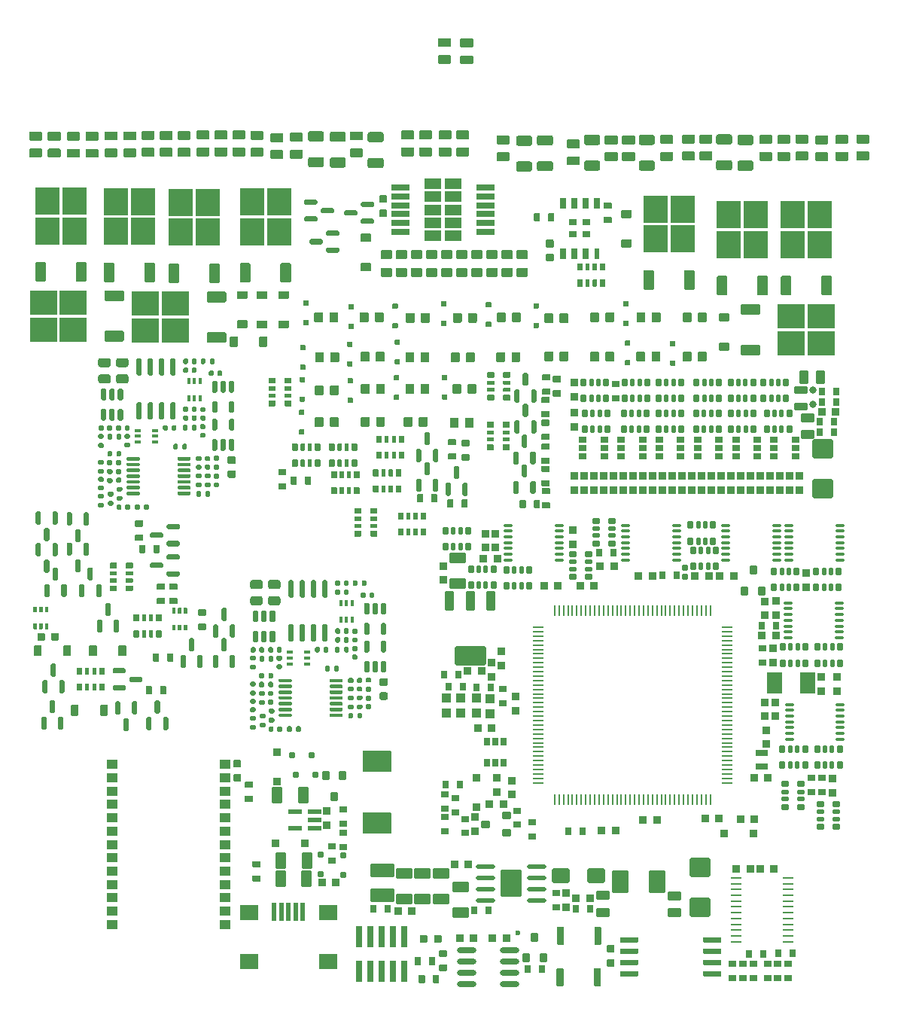
<source format=gtp>
G75*
G70*
%OFA0B0*%
%FSLAX25Y25*%
%IPPOS*%
%LPD*%
%AMOC8*
5,1,8,0,0,1.08239X$1,22.5*
%
%AMM109*
21,1,0.070870,0.036220,-0.000000,0.000000,90.000000*
21,1,0.061810,0.045280,-0.000000,0.000000,90.000000*
1,1,0.009060,0.018110,0.030910*
1,1,0.009060,0.018110,-0.030910*
1,1,0.009060,-0.018110,-0.030910*
1,1,0.009060,-0.018110,0.030910*
%
%AMM110*
21,1,0.033470,0.026770,-0.000000,0.000000,270.000000*
21,1,0.026770,0.033470,-0.000000,0.000000,270.000000*
1,1,0.006690,-0.013390,-0.013390*
1,1,0.006690,-0.013390,0.013390*
1,1,0.006690,0.013390,0.013390*
1,1,0.006690,0.013390,-0.013390*
%
%AMM111*
21,1,0.035430,0.030320,-0.000000,0.000000,180.000000*
21,1,0.028350,0.037400,-0.000000,0.000000,180.000000*
1,1,0.007090,-0.014170,0.015160*
1,1,0.007090,0.014170,0.015160*
1,1,0.007090,0.014170,-0.015160*
1,1,0.007090,-0.014170,-0.015160*
%
%AMM113*
21,1,0.035830,0.026770,-0.000000,0.000000,180.000000*
21,1,0.029130,0.033470,-0.000000,0.000000,180.000000*
1,1,0.006690,-0.014570,0.013390*
1,1,0.006690,0.014570,0.013390*
1,1,0.006690,0.014570,-0.013390*
1,1,0.006690,-0.014570,-0.013390*
%
%AMM114*
21,1,0.021650,0.052760,-0.000000,0.000000,90.000000*
21,1,0.017320,0.057090,-0.000000,0.000000,90.000000*
1,1,0.004330,0.026380,0.008660*
1,1,0.004330,0.026380,-0.008660*
1,1,0.004330,-0.026380,-0.008660*
1,1,0.004330,-0.026380,0.008660*
%
%AMM115*
21,1,0.023620,0.018900,-0.000000,0.000000,0.000000*
21,1,0.018900,0.023620,-0.000000,0.000000,0.000000*
1,1,0.004720,0.009450,-0.009450*
1,1,0.004720,-0.009450,-0.009450*
1,1,0.004720,-0.009450,0.009450*
1,1,0.004720,0.009450,0.009450*
%
%AMM116*
21,1,0.094490,0.111020,-0.000000,0.000000,270.000000*
21,1,0.075590,0.129920,-0.000000,0.000000,270.000000*
1,1,0.018900,-0.055510,-0.037800*
1,1,0.018900,-0.055510,0.037800*
1,1,0.018900,0.055510,0.037800*
1,1,0.018900,0.055510,-0.037800*
%
%AMM117*
21,1,0.023620,0.018900,-0.000000,0.000000,270.000000*
21,1,0.018900,0.023620,-0.000000,0.000000,270.000000*
1,1,0.004720,-0.009450,-0.009450*
1,1,0.004720,-0.009450,0.009450*
1,1,0.004720,0.009450,0.009450*
1,1,0.004720,0.009450,-0.009450*
%
%AMM118*
21,1,0.035830,0.026770,-0.000000,0.000000,90.000000*
21,1,0.029130,0.033470,-0.000000,0.000000,90.000000*
1,1,0.006690,0.013390,0.014570*
1,1,0.006690,0.013390,-0.014570*
1,1,0.006690,-0.013390,-0.014570*
1,1,0.006690,-0.013390,0.014570*
%
%AMM119*
21,1,0.033470,0.026770,-0.000000,0.000000,180.000000*
21,1,0.026770,0.033470,-0.000000,0.000000,180.000000*
1,1,0.006690,-0.013390,0.013390*
1,1,0.006690,0.013390,0.013390*
1,1,0.006690,0.013390,-0.013390*
1,1,0.006690,-0.013390,-0.013390*
%
%AMM120*
21,1,0.027560,0.030710,-0.000000,0.000000,90.000000*
21,1,0.022050,0.036220,-0.000000,0.000000,90.000000*
1,1,0.005510,0.015350,0.011020*
1,1,0.005510,0.015350,-0.011020*
1,1,0.005510,-0.015350,-0.011020*
1,1,0.005510,-0.015350,0.011020*
%
%AMM152*
21,1,0.039370,0.049210,-0.000000,-0.000000,270.000000*
21,1,0.031500,0.057090,-0.000000,-0.000000,270.000000*
1,1,0.007870,-0.024610,-0.015750*
1,1,0.007870,-0.024610,0.015750*
1,1,0.007870,0.024610,0.015750*
1,1,0.007870,0.024610,-0.015750*
%
%AMM153*
21,1,0.106300,0.050390,-0.000000,-0.000000,180.000000*
21,1,0.093700,0.062990,-0.000000,-0.000000,180.000000*
1,1,0.012600,-0.046850,0.025200*
1,1,0.012600,0.046850,0.025200*
1,1,0.012600,0.046850,-0.025200*
1,1,0.012600,-0.046850,-0.025200*
%
%AMM154*
21,1,0.074800,0.083460,-0.000000,-0.000000,0.000000*
21,1,0.059840,0.098430,-0.000000,-0.000000,0.000000*
1,1,0.014960,0.029920,-0.041730*
1,1,0.014960,-0.029920,-0.041730*
1,1,0.014960,-0.029920,0.041730*
1,1,0.014960,0.029920,0.041730*
%
%AMM155*
21,1,0.027560,0.030710,-0.000000,-0.000000,0.000000*
21,1,0.022050,0.036220,-0.000000,-0.000000,0.000000*
1,1,0.005510,0.011020,-0.015350*
1,1,0.005510,-0.011020,-0.015350*
1,1,0.005510,-0.011020,0.015350*
1,1,0.005510,0.011020,0.015350*
%
%AMM156*
21,1,0.033470,0.026770,-0.000000,-0.000000,0.000000*
21,1,0.026770,0.033470,-0.000000,-0.000000,0.000000*
1,1,0.006690,0.013390,-0.013390*
1,1,0.006690,-0.013390,-0.013390*
1,1,0.006690,-0.013390,0.013390*
1,1,0.006690,0.013390,0.013390*
%
%AMM157*
21,1,0.033470,0.026770,-0.000000,-0.000000,90.000000*
21,1,0.026770,0.033470,-0.000000,-0.000000,90.000000*
1,1,0.006690,0.013390,0.013390*
1,1,0.006690,0.013390,-0.013390*
1,1,0.006690,-0.013390,-0.013390*
1,1,0.006690,-0.013390,0.013390*
%
%AMM158*
21,1,0.078740,0.053540,-0.000000,-0.000000,0.000000*
21,1,0.065350,0.066930,-0.000000,-0.000000,0.000000*
1,1,0.013390,0.032680,-0.026770*
1,1,0.013390,-0.032680,-0.026770*
1,1,0.013390,-0.032680,0.026770*
1,1,0.013390,0.032680,0.026770*
%
%AMM159*
21,1,0.122050,0.075590,-0.000000,-0.000000,90.000000*
21,1,0.103150,0.094490,-0.000000,-0.000000,90.000000*
1,1,0.018900,0.037800,0.051580*
1,1,0.018900,0.037800,-0.051580*
1,1,0.018900,-0.037800,-0.051580*
1,1,0.018900,-0.037800,0.051580*
%
%AMM160*
21,1,0.086610,0.073230,-0.000000,-0.000000,270.000000*
21,1,0.069290,0.090550,-0.000000,-0.000000,270.000000*
1,1,0.017320,-0.036610,-0.034650*
1,1,0.017320,-0.036610,0.034650*
1,1,0.017320,0.036610,0.034650*
1,1,0.017320,0.036610,-0.034650*
%
%AMM161*
21,1,0.070870,0.036220,-0.000000,-0.000000,0.000000*
21,1,0.061810,0.045280,-0.000000,-0.000000,0.000000*
1,1,0.009060,0.030910,-0.018110*
1,1,0.009060,-0.030910,-0.018110*
1,1,0.009060,-0.030910,0.018110*
1,1,0.009060,0.030910,0.018110*
%
%AMM162*
21,1,0.027560,0.030710,-0.000000,-0.000000,270.000000*
21,1,0.022050,0.036220,-0.000000,-0.000000,270.000000*
1,1,0.005510,-0.015350,-0.011020*
1,1,0.005510,-0.015350,0.011020*
1,1,0.005510,0.015350,0.011020*
1,1,0.005510,0.015350,-0.011020*
%
%AMM197*
21,1,0.035430,0.050000,-0.000000,-0.000000,90.000000*
21,1,0.028350,0.057090,-0.000000,-0.000000,90.000000*
1,1,0.007090,0.025000,0.014170*
1,1,0.007090,0.025000,-0.014170*
1,1,0.007090,-0.025000,-0.014170*
1,1,0.007090,-0.025000,0.014170*
%
%AMM198*
21,1,0.086610,0.073230,-0.000000,-0.000000,90.000000*
21,1,0.069290,0.090550,-0.000000,-0.000000,90.000000*
1,1,0.017320,0.036610,0.034650*
1,1,0.017320,0.036610,-0.034650*
1,1,0.017320,-0.036610,-0.034650*
1,1,0.017320,-0.036610,0.034650*
%
%AMM200*
21,1,0.025590,0.026380,-0.000000,-0.000000,180.000000*
21,1,0.020470,0.031500,-0.000000,-0.000000,180.000000*
1,1,0.005120,-0.010240,0.013190*
1,1,0.005120,0.010240,0.013190*
1,1,0.005120,0.010240,-0.013190*
1,1,0.005120,-0.010240,-0.013190*
%
%AMM201*
21,1,0.023620,0.030710,-0.000000,-0.000000,270.000000*
21,1,0.018900,0.035430,-0.000000,-0.000000,270.000000*
1,1,0.004720,-0.015350,-0.009450*
1,1,0.004720,-0.015350,0.009450*
1,1,0.004720,0.015350,0.009450*
1,1,0.004720,0.015350,-0.009450*
%
%AMM202*
21,1,0.017720,0.027950,-0.000000,-0.000000,180.000000*
21,1,0.014170,0.031500,-0.000000,-0.000000,180.000000*
1,1,0.003540,-0.007090,0.013980*
1,1,0.003540,0.007090,0.013980*
1,1,0.003540,0.007090,-0.013980*
1,1,0.003540,-0.007090,-0.013980*
%
%AMM203*
21,1,0.027560,0.030710,-0.000000,-0.000000,180.000000*
21,1,0.022050,0.036220,-0.000000,-0.000000,180.000000*
1,1,0.005510,-0.011020,0.015350*
1,1,0.005510,0.011020,0.015350*
1,1,0.005510,0.011020,-0.015350*
1,1,0.005510,-0.011020,-0.015350*
%
%AMM204*
21,1,0.039370,0.049210,-0.000000,-0.000000,0.000000*
21,1,0.031500,0.057090,-0.000000,-0.000000,0.000000*
1,1,0.007870,0.015750,-0.024610*
1,1,0.007870,-0.015750,-0.024610*
1,1,0.007870,-0.015750,0.024610*
1,1,0.007870,0.015750,0.024610*
%
%AMM262*
21,1,0.070870,0.036220,-0.000000,-0.000000,180.000000*
21,1,0.061810,0.045280,-0.000000,-0.000000,180.000000*
1,1,0.009060,-0.030910,0.018110*
1,1,0.009060,0.030910,0.018110*
1,1,0.009060,0.030910,-0.018110*
1,1,0.009060,-0.030910,-0.018110*
%
%AMM264*
21,1,0.035430,0.030320,-0.000000,-0.000000,0.000000*
21,1,0.028350,0.037400,-0.000000,-0.000000,0.000000*
1,1,0.007090,0.014170,-0.015160*
1,1,0.007090,-0.014170,-0.015160*
1,1,0.007090,-0.014170,0.015160*
1,1,0.007090,0.014170,0.015160*
%
%AMM265*
21,1,0.035830,0.026770,-0.000000,-0.000000,90.000000*
21,1,0.029130,0.033470,-0.000000,-0.000000,90.000000*
1,1,0.006690,0.013390,0.014570*
1,1,0.006690,0.013390,-0.014570*
1,1,0.006690,-0.013390,-0.014570*
1,1,0.006690,-0.013390,0.014570*
%
%AMM266*
21,1,0.027560,0.030710,-0.000000,-0.000000,90.000000*
21,1,0.022050,0.036220,-0.000000,-0.000000,90.000000*
1,1,0.005510,0.015350,0.011020*
1,1,0.005510,0.015350,-0.011020*
1,1,0.005510,-0.015350,-0.011020*
1,1,0.005510,-0.015350,0.011020*
%
%AMM267*
21,1,0.033470,0.026770,-0.000000,-0.000000,270.000000*
21,1,0.026770,0.033470,-0.000000,-0.000000,270.000000*
1,1,0.006690,-0.013390,-0.013390*
1,1,0.006690,-0.013390,0.013390*
1,1,0.006690,0.013390,0.013390*
1,1,0.006690,0.013390,-0.013390*
%
%AMM268*
21,1,0.039370,0.035430,-0.000000,-0.000000,90.000000*
21,1,0.031500,0.043310,-0.000000,-0.000000,90.000000*
1,1,0.007870,0.017720,0.015750*
1,1,0.007870,0.017720,-0.015750*
1,1,0.007870,-0.017720,-0.015750*
1,1,0.007870,-0.017720,0.015750*
%
%AMM269*
21,1,0.035430,0.030320,-0.000000,-0.000000,90.000000*
21,1,0.028350,0.037400,-0.000000,-0.000000,90.000000*
1,1,0.007090,0.015160,0.014170*
1,1,0.007090,0.015160,-0.014170*
1,1,0.007090,-0.015160,-0.014170*
1,1,0.007090,-0.015160,0.014170*
%
%AMM274*
21,1,0.043310,0.075990,-0.000000,-0.000000,180.000000*
21,1,0.034650,0.084650,-0.000000,-0.000000,180.000000*
1,1,0.008660,-0.017320,0.037990*
1,1,0.008660,0.017320,0.037990*
1,1,0.008660,0.017320,-0.037990*
1,1,0.008660,-0.017320,-0.037990*
%
%AMM275*
21,1,0.137800,0.067720,-0.000000,-0.000000,180.000000*
21,1,0.120870,0.084650,-0.000000,-0.000000,180.000000*
1,1,0.016930,-0.060430,0.033860*
1,1,0.016930,0.060430,0.033860*
1,1,0.016930,0.060430,-0.033860*
1,1,0.016930,-0.060430,-0.033860*
%
%AMM277*
21,1,0.023620,0.030710,-0.000000,-0.000000,0.000000*
21,1,0.018900,0.035430,-0.000000,-0.000000,0.000000*
1,1,0.004720,0.009450,-0.015350*
1,1,0.004720,-0.009450,-0.015350*
1,1,0.004720,-0.009450,0.015350*
1,1,0.004720,0.009450,0.015350*
%
%AMM278*
21,1,0.027560,0.018900,-0.000000,-0.000000,0.000000*
21,1,0.022840,0.023620,-0.000000,-0.000000,0.000000*
1,1,0.004720,0.011420,-0.009450*
1,1,0.004720,-0.011420,-0.009450*
1,1,0.004720,-0.011420,0.009450*
1,1,0.004720,0.011420,0.009450*
%
%AMM279*
21,1,0.043310,0.075980,-0.000000,-0.000000,180.000000*
21,1,0.034650,0.084650,-0.000000,-0.000000,180.000000*
1,1,0.008660,-0.017320,0.037990*
1,1,0.008660,0.017320,0.037990*
1,1,0.008660,0.017320,-0.037990*
1,1,0.008660,-0.017320,-0.037990*
%
%AMM280*
21,1,0.035830,0.026770,-0.000000,-0.000000,0.000000*
21,1,0.029130,0.033470,-0.000000,-0.000000,0.000000*
1,1,0.006690,0.014570,-0.013390*
1,1,0.006690,-0.014570,-0.013390*
1,1,0.006690,-0.014570,0.013390*
1,1,0.006690,0.014570,0.013390*
%
%AMM281*
21,1,0.027560,0.049610,-0.000000,-0.000000,90.000000*
21,1,0.022050,0.055120,-0.000000,-0.000000,90.000000*
1,1,0.005510,0.024800,0.011020*
1,1,0.005510,0.024800,-0.011020*
1,1,0.005510,-0.024800,-0.011020*
1,1,0.005510,-0.024800,0.011020*
%
%AMM282*
21,1,0.017720,0.027950,-0.000000,-0.000000,90.000000*
21,1,0.014170,0.031500,-0.000000,-0.000000,90.000000*
1,1,0.003540,0.013980,0.007090*
1,1,0.003540,0.013980,-0.007090*
1,1,0.003540,-0.013980,-0.007090*
1,1,0.003540,-0.013980,0.007090*
%
%AMM283*
21,1,0.025590,0.026380,-0.000000,-0.000000,90.000000*
21,1,0.020470,0.031500,-0.000000,-0.000000,90.000000*
1,1,0.005120,0.013190,0.010240*
1,1,0.005120,0.013190,-0.010240*
1,1,0.005120,-0.013190,-0.010240*
1,1,0.005120,-0.013190,0.010240*
%
%AMM306*
21,1,0.033470,0.026770,-0.000000,-0.000000,180.000000*
21,1,0.026770,0.033470,-0.000000,-0.000000,180.000000*
1,1,0.006690,-0.013390,0.013390*
1,1,0.006690,0.013390,0.013390*
1,1,0.006690,0.013390,-0.013390*
1,1,0.006690,-0.013390,-0.013390*
%
%AMM44*
21,1,0.033470,0.026770,0.000000,0.000000,0.000000*
21,1,0.026770,0.033470,0.000000,0.000000,0.000000*
1,1,0.006690,0.013390,-0.013390*
1,1,0.006690,-0.013390,-0.013390*
1,1,0.006690,-0.013390,0.013390*
1,1,0.006690,0.013390,0.013390*
%
%AMM45*
21,1,0.027560,0.030710,0.000000,0.000000,270.000000*
21,1,0.022050,0.036220,0.000000,0.000000,270.000000*
1,1,0.005510,-0.015350,-0.011020*
1,1,0.005510,-0.015350,0.011020*
1,1,0.005510,0.015350,0.011020*
1,1,0.005510,0.015350,-0.011020*
%
%AMM9*
21,1,0.027560,0.030710,0.000000,0.000000,0.000000*
21,1,0.022050,0.036220,0.000000,0.000000,0.000000*
1,1,0.005510,0.011020,-0.015350*
1,1,0.005510,-0.011020,-0.015350*
1,1,0.005510,-0.011020,0.015350*
1,1,0.005510,0.011020,0.015350*
%
%ADD104R,0.10827X0.12008*%
%ADD106C,0.02362*%
%ADD108R,0.05118X0.03937*%
%ADD113R,0.01969X0.07874*%
%ADD12O,0.05118X0.00866*%
%ADD128R,0.07874X0.02559*%
%ADD131O,0.00000X0.00000*%
%ADD144O,0.08661X0.01968*%
%ADD154M9*%
%ADD167M45*%
%ADD171R,0.07677X0.04567*%
%ADD189R,0.02559X0.01575*%
%ADD193R,0.06693X0.09449*%
%ADD203C,0.03150*%
%ADD205O,0.04961X0.00984*%
%ADD214M44*%
%ADD215R,0.07874X0.06693*%
%ADD218O,0.01968X0.03937*%
%ADD225R,0.02559X0.05157*%
%ADD231O,0.08661X0.02362*%
%ADD232R,0.02913X0.09449*%
%ADD237O,0.00866X0.05118*%
%ADD249M109*%
%ADD250M110*%
%ADD251M111*%
%ADD253M113*%
%ADD254M114*%
%ADD255M115*%
%ADD256M116*%
%ADD257M117*%
%ADD258M118*%
%ADD259M119*%
%ADD260M120*%
%ADD304M152*%
%ADD305M153*%
%ADD306M154*%
%ADD307M155*%
%ADD308M156*%
%ADD309M157*%
%ADD310M158*%
%ADD311M159*%
%ADD312M160*%
%ADD313M161*%
%ADD314M162*%
%ADD349M197*%
%ADD350M198*%
%ADD352M200*%
%ADD353M201*%
%ADD354M202*%
%ADD355M203*%
%ADD356M204*%
%ADD37O,0.04331X0.01181*%
%ADD40R,0.02362X0.05157*%
%ADD418M262*%
%ADD420M264*%
%ADD421M265*%
%ADD422M266*%
%ADD423M267*%
%ADD424M268*%
%ADD425M269*%
%ADD430M274*%
%ADD431M275*%
%ADD433M277*%
%ADD434M278*%
%ADD435M279*%
%ADD436M280*%
%ADD437M281*%
%ADD438M282*%
%ADD439M283*%
%ADD468M306*%
%ADD60R,0.03543X0.03130*%
%ADD70R,0.12008X0.10827*%
%ADD79R,0.01575X0.02559*%
X0000000Y0000000D02*
%LPD*%
G01*
G36*
G01*
X0098858Y0294508D02*
X0094843Y0294508D01*
G75*
G02*
X0094488Y0294862I0000000J0000354D01*
G01*
X0094488Y0297697D01*
G75*
G02*
X0094843Y0298051I0000354J0000000D01*
G01*
X0098858Y0298051D01*
G75*
G02*
X0099213Y0297697I0000000J-000354D01*
G01*
X0099213Y0294862D01*
G75*
G02*
X0098858Y0294508I-000354J0000000D01*
G01*
G37*
G36*
G01*
X0098858Y0307500D02*
X0094843Y0307500D01*
G75*
G02*
X0094488Y0307854I0000000J0000354D01*
G01*
X0094488Y0310689D01*
G75*
G02*
X0094843Y0311043I0000354J0000000D01*
G01*
X0098858Y0311043D01*
G75*
G02*
X0099213Y0310689I0000000J-000354D01*
G01*
X0099213Y0307854D01*
G75*
G02*
X0098858Y0307500I-000354J0000000D01*
G01*
G37*
G36*
G01*
X0304626Y0368898D02*
X0299705Y0368898D01*
G75*
G02*
X0299311Y0369291I0000000J0000394D01*
G01*
X0299311Y0372441D01*
G75*
G02*
X0299705Y0372835I0000394J0000000D01*
G01*
X0304626Y0372835D01*
G75*
G02*
X0305020Y0372441I0000000J-000394D01*
G01*
X0305020Y0369291D01*
G75*
G02*
X0304626Y0368898I-000394J0000000D01*
G01*
G37*
G36*
G01*
X0304626Y0376378D02*
X0299705Y0376378D01*
G75*
G02*
X0299311Y0376772I0000000J0000394D01*
G01*
X0299311Y0379921D01*
G75*
G02*
X0299705Y0380315I0000394J0000000D01*
G01*
X0304626Y0380315D01*
G75*
G02*
X0305020Y0379921I0000000J-000394D01*
G01*
X0305020Y0376772D01*
G75*
G02*
X0304626Y0376378I-000394J0000000D01*
G01*
G37*
G36*
G01*
X0049646Y0209449D02*
X0052717Y0209449D01*
G75*
G02*
X0052992Y0209173I0000000J-000276D01*
G01*
X0052992Y0206969D01*
G75*
G02*
X0052717Y0206693I-000276J0000000D01*
G01*
X0049646Y0206693D01*
G75*
G02*
X0049370Y0206969I0000000J0000276D01*
G01*
X0049370Y0209173D01*
G75*
G02*
X0049646Y0209449I0000276J0000000D01*
G01*
G37*
G36*
G01*
X0049646Y0203150D02*
X0052717Y0203150D01*
G75*
G02*
X0052992Y0202874I0000000J-000276D01*
G01*
X0052992Y0200669D01*
G75*
G02*
X0052717Y0200394I-000276J0000000D01*
G01*
X0049646Y0200394D01*
G75*
G02*
X0049370Y0200669I0000000J0000276D01*
G01*
X0049370Y0202874D01*
G75*
G02*
X0049646Y0203150I0000276J0000000D01*
G01*
G37*
G36*
G01*
X0101614Y0058661D02*
X0104685Y0058661D01*
G75*
G02*
X0104961Y0058386I0000000J-000276D01*
G01*
X0104961Y0056181D01*
G75*
G02*
X0104685Y0055906I-000276J0000000D01*
G01*
X0101614Y0055906D01*
G75*
G02*
X0101339Y0056181I0000000J0000276D01*
G01*
X0101339Y0058386D01*
G75*
G02*
X0101614Y0058661I0000276J0000000D01*
G01*
G37*
G36*
G01*
X0101614Y0052362D02*
X0104685Y0052362D01*
G75*
G02*
X0104961Y0052087I0000000J-000276D01*
G01*
X0104961Y0049882D01*
G75*
G02*
X0104685Y0049606I-000276J0000000D01*
G01*
X0101614Y0049606D01*
G75*
G02*
X0101339Y0049882I0000000J0000276D01*
G01*
X0101339Y0052087D01*
G75*
G02*
X0101614Y0052362I0000276J0000000D01*
G01*
G37*
G36*
G01*
X0136220Y0221319D02*
X0136220Y0223957D01*
G75*
G02*
X0136476Y0224213I0000256J0000000D01*
G01*
X0138524Y0224213D01*
G75*
G02*
X0138780Y0223957I0000000J-000256D01*
G01*
X0138780Y0221319D01*
G75*
G02*
X0138524Y0221063I-000256J0000000D01*
G01*
X0136476Y0221063D01*
G75*
G02*
X0136220Y0221319I0000000J0000256D01*
G01*
G37*
G36*
G01*
X0140059Y0221240D02*
X0140059Y0224035D01*
G75*
G02*
X0140236Y0224213I0000177J0000000D01*
G01*
X0141654Y0224213D01*
G75*
G02*
X0141831Y0224035I0000000J-000177D01*
G01*
X0141831Y0221240D01*
G75*
G02*
X0141654Y0221063I-000177J0000000D01*
G01*
X0140236Y0221063D01*
G75*
G02*
X0140059Y0221240I0000000J0000177D01*
G01*
G37*
G36*
G01*
X0143209Y0221240D02*
X0143209Y0224035D01*
G75*
G02*
X0143386Y0224213I0000177J0000000D01*
G01*
X0144803Y0224213D01*
G75*
G02*
X0144980Y0224035I0000000J-000177D01*
G01*
X0144980Y0221240D01*
G75*
G02*
X0144803Y0221063I-000177J0000000D01*
G01*
X0143386Y0221063D01*
G75*
G02*
X0143209Y0221240I0000000J0000177D01*
G01*
G37*
G36*
G01*
X0146260Y0221319D02*
X0146260Y0223957D01*
G75*
G02*
X0146516Y0224213I0000256J0000000D01*
G01*
X0148563Y0224213D01*
G75*
G02*
X0148819Y0223957I0000000J-000256D01*
G01*
X0148819Y0221319D01*
G75*
G02*
X0148563Y0221063I-000256J0000000D01*
G01*
X0146516Y0221063D01*
G75*
G02*
X0146260Y0221319I0000000J0000256D01*
G01*
G37*
G36*
G01*
X0146260Y0228406D02*
X0146260Y0231043D01*
G75*
G02*
X0146516Y0231299I0000256J0000000D01*
G01*
X0148563Y0231299D01*
G75*
G02*
X0148819Y0231043I0000000J-000256D01*
G01*
X0148819Y0228406D01*
G75*
G02*
X0148563Y0228150I-000256J0000000D01*
G01*
X0146516Y0228150D01*
G75*
G02*
X0146260Y0228406I0000000J0000256D01*
G01*
G37*
G36*
G01*
X0143209Y0228327D02*
X0143209Y0231122D01*
G75*
G02*
X0143386Y0231299I0000177J0000000D01*
G01*
X0144803Y0231299D01*
G75*
G02*
X0144980Y0231122I0000000J-000177D01*
G01*
X0144980Y0228327D01*
G75*
G02*
X0144803Y0228150I-000177J0000000D01*
G01*
X0143386Y0228150D01*
G75*
G02*
X0143209Y0228327I0000000J0000177D01*
G01*
G37*
G36*
G01*
X0140059Y0228327D02*
X0140059Y0231122D01*
G75*
G02*
X0140236Y0231299I0000177J0000000D01*
G01*
X0141654Y0231299D01*
G75*
G02*
X0141831Y0231122I0000000J-000177D01*
G01*
X0141831Y0228327D01*
G75*
G02*
X0141654Y0228150I-000177J0000000D01*
G01*
X0140236Y0228150D01*
G75*
G02*
X0140059Y0228327I0000000J0000177D01*
G01*
G37*
G36*
G01*
X0136220Y0228406D02*
X0136220Y0231043D01*
G75*
G02*
X0136476Y0231299I0000256J0000000D01*
G01*
X0138524Y0231299D01*
G75*
G02*
X0138780Y0231043I0000000J-000256D01*
G01*
X0138780Y0228406D01*
G75*
G02*
X0138524Y0228150I-000256J0000000D01*
G01*
X0136476Y0228150D01*
G75*
G02*
X0136220Y0228406I0000000J0000256D01*
G01*
G37*
G36*
G01*
X0199409Y0254528D02*
X0199409Y0250984D01*
G75*
G02*
X0199016Y0250591I-000394J0000000D01*
G01*
X0195866Y0250591D01*
G75*
G02*
X0195472Y0250984I0000000J0000394D01*
G01*
X0195472Y0254528D01*
G75*
G02*
X0195866Y0254921I0000394J0000000D01*
G01*
X0199016Y0254921D01*
G75*
G02*
X0199409Y0254528I0000000J-000394D01*
G01*
G37*
G36*
G01*
X0192717Y0254528D02*
X0192717Y0250984D01*
G75*
G02*
X0192323Y0250591I-000394J0000000D01*
G01*
X0189173Y0250591D01*
G75*
G02*
X0188780Y0250984I0000000J0000394D01*
G01*
X0188780Y0254528D01*
G75*
G02*
X0189173Y0254921I0000394J0000000D01*
G01*
X0192323Y0254921D01*
G75*
G02*
X0192717Y0254528I0000000J-000394D01*
G01*
G37*
G36*
G01*
X0215295Y0262598D02*
X0212657Y0262598D01*
G75*
G02*
X0212402Y0262854I0000000J0000256D01*
G01*
X0212402Y0264902D01*
G75*
G02*
X0212657Y0265157I0000256J0000000D01*
G01*
X0215295Y0265157D01*
G75*
G02*
X0215551Y0264902I0000000J-000256D01*
G01*
X0215551Y0262854D01*
G75*
G02*
X0215295Y0262598I-000256J0000000D01*
G01*
G37*
G36*
G01*
X0215374Y0266437D02*
X0212579Y0266437D01*
G75*
G02*
X0212402Y0266614I0000000J0000177D01*
G01*
X0212402Y0268031D01*
G75*
G02*
X0212579Y0268209I0000177J0000000D01*
G01*
X0215374Y0268209D01*
G75*
G02*
X0215551Y0268031I0000000J-000177D01*
G01*
X0215551Y0266614D01*
G75*
G02*
X0215374Y0266437I-000177J0000000D01*
G01*
G37*
G36*
G01*
X0215374Y0269587D02*
X0212579Y0269587D01*
G75*
G02*
X0212402Y0269764I0000000J0000177D01*
G01*
X0212402Y0271181D01*
G75*
G02*
X0212579Y0271358I0000177J0000000D01*
G01*
X0215374Y0271358D01*
G75*
G02*
X0215551Y0271181I0000000J-000177D01*
G01*
X0215551Y0269764D01*
G75*
G02*
X0215374Y0269587I-000177J0000000D01*
G01*
G37*
G36*
G01*
X0215295Y0272638D02*
X0212657Y0272638D01*
G75*
G02*
X0212402Y0272894I0000000J0000256D01*
G01*
X0212402Y0274941D01*
G75*
G02*
X0212657Y0275197I0000256J0000000D01*
G01*
X0215295Y0275197D01*
G75*
G02*
X0215551Y0274941I0000000J-000256D01*
G01*
X0215551Y0272894D01*
G75*
G02*
X0215295Y0272638I-000256J0000000D01*
G01*
G37*
G36*
G01*
X0208209Y0272638D02*
X0205571Y0272638D01*
G75*
G02*
X0205315Y0272894I0000000J0000256D01*
G01*
X0205315Y0274941D01*
G75*
G02*
X0205571Y0275197I0000256J0000000D01*
G01*
X0208209Y0275197D01*
G75*
G02*
X0208465Y0274941I0000000J-000256D01*
G01*
X0208465Y0272894D01*
G75*
G02*
X0208209Y0272638I-000256J0000000D01*
G01*
G37*
G36*
G01*
X0208287Y0269587D02*
X0205492Y0269587D01*
G75*
G02*
X0205315Y0269764I0000000J0000177D01*
G01*
X0205315Y0271181D01*
G75*
G02*
X0205492Y0271358I0000177J0000000D01*
G01*
X0208287Y0271358D01*
G75*
G02*
X0208465Y0271181I0000000J-000177D01*
G01*
X0208465Y0269764D01*
G75*
G02*
X0208287Y0269587I-000177J0000000D01*
G01*
G37*
G36*
G01*
X0208287Y0266437D02*
X0205492Y0266437D01*
G75*
G02*
X0205315Y0266614I0000000J0000177D01*
G01*
X0205315Y0268031D01*
G75*
G02*
X0205492Y0268209I0000177J0000000D01*
G01*
X0208287Y0268209D01*
G75*
G02*
X0208465Y0268031I0000000J-000177D01*
G01*
X0208465Y0266614D01*
G75*
G02*
X0208287Y0266437I-000177J0000000D01*
G01*
G37*
G36*
G01*
X0208209Y0262598D02*
X0205571Y0262598D01*
G75*
G02*
X0205315Y0262854I0000000J0000256D01*
G01*
X0205315Y0264902D01*
G75*
G02*
X0205571Y0265157I0000256J0000000D01*
G01*
X0208209Y0265157D01*
G75*
G02*
X0208465Y0264902I0000000J-000256D01*
G01*
X0208465Y0262854D01*
G75*
G02*
X0208209Y0262598I-000256J0000000D01*
G01*
G37*
G36*
G01*
X0265551Y0295715D02*
X0265551Y0297604D01*
G75*
G02*
X0265787Y0297841I0000236J0000000D01*
G01*
X0267677Y0297841D01*
G75*
G02*
X0267913Y0297604I0000000J-000236D01*
G01*
X0267913Y0295715D01*
G75*
G02*
X0267677Y0295478I-000236J0000000D01*
G01*
X0265787Y0295478D01*
G75*
G02*
X0265551Y0295715I0000000J0000236D01*
G01*
G37*
G36*
G01*
X0265551Y0304376D02*
X0265551Y0306266D01*
G75*
G02*
X0265787Y0306502I0000236J0000000D01*
G01*
X0267677Y0306502D01*
G75*
G02*
X0267913Y0306266I0000000J-000236D01*
G01*
X0267913Y0304376D01*
G75*
G02*
X0267677Y0304140I-000236J0000000D01*
G01*
X0265787Y0304140D01*
G75*
G02*
X0265551Y0304376I0000000J0000236D01*
G01*
G37*
G36*
G01*
X0093346Y0103406D02*
X0096024Y0103406D01*
G75*
G02*
X0096358Y0103071I0000000J-000335D01*
G01*
X0096358Y0100394D01*
G75*
G02*
X0096024Y0100059I-000335J0000000D01*
G01*
X0093346Y0100059D01*
G75*
G02*
X0093012Y0100394I0000000J0000335D01*
G01*
X0093012Y0103071D01*
G75*
G02*
X0093346Y0103406I0000335J0000000D01*
G01*
G37*
G36*
G01*
X0093346Y0097185D02*
X0096024Y0097185D01*
G75*
G02*
X0096358Y0096850I0000000J-000335D01*
G01*
X0096358Y0094173D01*
G75*
G02*
X0096024Y0093839I-000335J0000000D01*
G01*
X0093346Y0093839D01*
G75*
G02*
X0093012Y0094173I0000000J0000335D01*
G01*
X0093012Y0096850D01*
G75*
G02*
X0093346Y0097185I0000335J0000000D01*
G01*
G37*
G36*
G01*
X0124606Y0272795D02*
X0124606Y0270906D01*
G75*
G02*
X0124370Y0270669I-000236J0000000D01*
G01*
X0122480Y0270669D01*
G75*
G02*
X0122244Y0270906I0000000J0000236D01*
G01*
X0122244Y0272795D01*
G75*
G02*
X0122480Y0273031I0000236J0000000D01*
G01*
X0124370Y0273031D01*
G75*
G02*
X0124606Y0272795I0000000J-000236D01*
G01*
G37*
G36*
G01*
X0124606Y0264134D02*
X0124606Y0262244D01*
G75*
G02*
X0124370Y0262008I-000236J0000000D01*
G01*
X0122480Y0262008D01*
G75*
G02*
X0122244Y0262244I0000000J0000236D01*
G01*
X0122244Y0264134D01*
G75*
G02*
X0122480Y0264370I0000236J0000000D01*
G01*
X0124370Y0264370D01*
G75*
G02*
X0124606Y0264134I0000000J-000236D01*
G01*
G37*
G36*
G01*
X0229567Y0243504D02*
X0232638Y0243504D01*
G75*
G02*
X0232913Y0243228I0000000J-000276D01*
G01*
X0232913Y0241024D01*
G75*
G02*
X0232638Y0240748I-000276J0000000D01*
G01*
X0229567Y0240748D01*
G75*
G02*
X0229291Y0241024I0000000J0000276D01*
G01*
X0229291Y0243228D01*
G75*
G02*
X0229567Y0243504I0000276J0000000D01*
G01*
G37*
G36*
G01*
X0229567Y0237205D02*
X0232638Y0237205D01*
G75*
G02*
X0232913Y0236929I0000000J-000276D01*
G01*
X0232913Y0234724D01*
G75*
G02*
X0232638Y0234449I-000276J0000000D01*
G01*
X0229567Y0234449D01*
G75*
G02*
X0229291Y0234724I0000000J0000276D01*
G01*
X0229291Y0236929D01*
G75*
G02*
X0229567Y0237205I0000276J0000000D01*
G01*
G37*
G36*
G01*
X0160039Y0254921D02*
X0160039Y0251378D01*
G75*
G02*
X0159646Y0250984I-000394J0000000D01*
G01*
X0156496Y0250984D01*
G75*
G02*
X0156102Y0251378I0000000J0000394D01*
G01*
X0156102Y0254921D01*
G75*
G02*
X0156496Y0255315I0000394J0000000D01*
G01*
X0159646Y0255315D01*
G75*
G02*
X0160039Y0254921I0000000J-000394D01*
G01*
G37*
G36*
G01*
X0153346Y0254921D02*
X0153346Y0251378D01*
G75*
G02*
X0152953Y0250984I-000394J0000000D01*
G01*
X0149803Y0250984D01*
G75*
G02*
X0149409Y0251378I0000000J0000394D01*
G01*
X0149409Y0254921D01*
G75*
G02*
X0149803Y0255315I0000394J0000000D01*
G01*
X0152953Y0255315D01*
G75*
G02*
X0153346Y0254921I0000000J-000394D01*
G01*
G37*
G36*
G01*
X0175492Y0382087D02*
X0180413Y0382087D01*
G75*
G02*
X0180807Y0381693I0000000J-000394D01*
G01*
X0180807Y0378543D01*
G75*
G02*
X0180413Y0378150I-000394J0000000D01*
G01*
X0175492Y0378150D01*
G75*
G02*
X0175098Y0378543I0000000J0000394D01*
G01*
X0175098Y0381693D01*
G75*
G02*
X0175492Y0382087I0000394J0000000D01*
G01*
G37*
G36*
G01*
X0175492Y0374606D02*
X0180413Y0374606D01*
G75*
G02*
X0180807Y0374213I0000000J-000394D01*
G01*
X0180807Y0371063D01*
G75*
G02*
X0180413Y0370669I-000394J0000000D01*
G01*
X0175492Y0370669D01*
G75*
G02*
X0175098Y0371063I0000000J0000394D01*
G01*
X0175098Y0374213D01*
G75*
G02*
X0175492Y0374606I0000394J0000000D01*
G01*
G37*
G36*
G01*
X0296949Y0368898D02*
X0292028Y0368898D01*
G75*
G02*
X0291634Y0369291I0000000J0000394D01*
G01*
X0291634Y0372441D01*
G75*
G02*
X0292028Y0372835I0000394J0000000D01*
G01*
X0296949Y0372835D01*
G75*
G02*
X0297343Y0372441I0000000J-000394D01*
G01*
X0297343Y0369291D01*
G75*
G02*
X0296949Y0368898I-000394J0000000D01*
G01*
G37*
G36*
G01*
X0296949Y0376378D02*
X0292028Y0376378D01*
G75*
G02*
X0291634Y0376772I0000000J0000394D01*
G01*
X0291634Y0379921D01*
G75*
G02*
X0292028Y0380315I0000394J0000000D01*
G01*
X0296949Y0380315D01*
G75*
G02*
X0297343Y0379921I0000000J-000394D01*
G01*
X0297343Y0376772D01*
G75*
G02*
X0296949Y0376378I-000394J0000000D01*
G01*
G37*
G36*
G01*
X0097736Y0370669D02*
X0092815Y0370669D01*
G75*
G02*
X0092421Y0371063I0000000J0000394D01*
G01*
X0092421Y0374213D01*
G75*
G02*
X0092815Y0374606I0000394J0000000D01*
G01*
X0097736Y0374606D01*
G75*
G02*
X0098130Y0374213I0000000J-000394D01*
G01*
X0098130Y0371063D01*
G75*
G02*
X0097736Y0370669I-000394J0000000D01*
G01*
G37*
G36*
G01*
X0097736Y0378150D02*
X0092815Y0378150D01*
G75*
G02*
X0092421Y0378543I0000000J0000394D01*
G01*
X0092421Y0381693D01*
G75*
G02*
X0092815Y0382087I0000394J0000000D01*
G01*
X0097736Y0382087D01*
G75*
G02*
X0098130Y0381693I0000000J-000394D01*
G01*
X0098130Y0378543D01*
G75*
G02*
X0097736Y0378150I-000394J0000000D01*
G01*
G37*
G36*
G01*
X0229961Y0274213D02*
X0233031Y0274213D01*
G75*
G02*
X0233307Y0273937I0000000J-000276D01*
G01*
X0233307Y0271732D01*
G75*
G02*
X0233031Y0271457I-000276J0000000D01*
G01*
X0229961Y0271457D01*
G75*
G02*
X0229685Y0271732I0000000J0000276D01*
G01*
X0229685Y0273937D01*
G75*
G02*
X0229961Y0274213I0000276J0000000D01*
G01*
G37*
G36*
G01*
X0229961Y0267913D02*
X0233031Y0267913D01*
G75*
G02*
X0233307Y0267638I0000000J-000276D01*
G01*
X0233307Y0265433D01*
G75*
G02*
X0233031Y0265157I-000276J0000000D01*
G01*
X0229961Y0265157D01*
G75*
G02*
X0229685Y0265433I0000000J0000276D01*
G01*
X0229685Y0267638D01*
G75*
G02*
X0229961Y0267913I0000276J0000000D01*
G01*
G37*
G36*
G01*
X0124311Y0349803D02*
X0124311Y0350984D01*
G75*
G02*
X0124902Y0351575I0000591J0000000D01*
G01*
X0129528Y0351575D01*
G75*
G02*
X0130118Y0350984I0000000J-000591D01*
G01*
X0130118Y0349803D01*
G75*
G02*
X0129528Y0349213I-000591J0000000D01*
G01*
X0124902Y0349213D01*
G75*
G02*
X0124311Y0349803I0000000J0000591D01*
G01*
G37*
G36*
G01*
X0131693Y0346063D02*
X0131693Y0347244D01*
G75*
G02*
X0132283Y0347835I0000591J0000000D01*
G01*
X0136909Y0347835D01*
G75*
G02*
X0137500Y0347244I0000000J-000591D01*
G01*
X0137500Y0346063D01*
G75*
G02*
X0136909Y0345472I-000591J0000000D01*
G01*
X0132283Y0345472D01*
G75*
G02*
X0131693Y0346063I0000000J0000591D01*
G01*
G37*
G36*
G01*
X0124311Y0342323D02*
X0124311Y0343504D01*
G75*
G02*
X0124902Y0344094I0000591J0000000D01*
G01*
X0129528Y0344094D01*
G75*
G02*
X0130118Y0343504I0000000J-000591D01*
G01*
X0130118Y0342323D01*
G75*
G02*
X0129528Y0341732I-000591J0000000D01*
G01*
X0124902Y0341732D01*
G75*
G02*
X0124311Y0342323I0000000J0000591D01*
G01*
G37*
G36*
G01*
X0248228Y0376595D02*
X0248228Y0379311D01*
G75*
G02*
X0249134Y0380217I0000906J0000000D01*
G01*
X0254409Y0380217D01*
G75*
G02*
X0255315Y0379311I0000000J-000906D01*
G01*
X0255315Y0376595D01*
G75*
G02*
X0254409Y0375689I-000906J0000000D01*
G01*
X0249134Y0375689D01*
G75*
G02*
X0248228Y0376595I0000000J0000906D01*
G01*
G37*
G36*
G01*
X0248228Y0365177D02*
X0248228Y0367894D01*
G75*
G02*
X0249134Y0368799I0000906J0000000D01*
G01*
X0254409Y0368799D01*
G75*
G02*
X0255315Y0367894I0000000J-000906D01*
G01*
X0255315Y0365177D01*
G75*
G02*
X0254409Y0364272I-000906J0000000D01*
G01*
X0249134Y0364272D01*
G75*
G02*
X0248228Y0365177I0000000J0000906D01*
G01*
G37*
G36*
G01*
X0188622Y0220374D02*
X0187441Y0220374D01*
G75*
G02*
X0186850Y0220965I0000000J0000591D01*
G01*
X0186850Y0225591D01*
G75*
G02*
X0187441Y0226181I0000591J0000000D01*
G01*
X0188622Y0226181D01*
G75*
G02*
X0189213Y0225591I0000000J-000591D01*
G01*
X0189213Y0220965D01*
G75*
G02*
X0188622Y0220374I-000591J0000000D01*
G01*
G37*
G36*
G01*
X0192362Y0227756D02*
X0191181Y0227756D01*
G75*
G02*
X0190591Y0228346I0000000J0000591D01*
G01*
X0190591Y0232972D01*
G75*
G02*
X0191181Y0233563I0000591J0000000D01*
G01*
X0192362Y0233563D01*
G75*
G02*
X0192953Y0232972I0000000J-000591D01*
G01*
X0192953Y0228346D01*
G75*
G02*
X0192362Y0227756I-000591J0000000D01*
G01*
G37*
G36*
G01*
X0196102Y0220374D02*
X0194921Y0220374D01*
G75*
G02*
X0194331Y0220965I0000000J0000591D01*
G01*
X0194331Y0225591D01*
G75*
G02*
X0194921Y0226181I0000591J0000000D01*
G01*
X0196102Y0226181D01*
G75*
G02*
X0196693Y0225591I0000000J-000591D01*
G01*
X0196693Y0220965D01*
G75*
G02*
X0196102Y0220374I-000591J0000000D01*
G01*
G37*
G36*
G01*
X0266339Y0278386D02*
X0266339Y0280276D01*
G75*
G02*
X0266575Y0280512I0000236J0000000D01*
G01*
X0268465Y0280512D01*
G75*
G02*
X0268701Y0280276I0000000J-000236D01*
G01*
X0268701Y0278386D01*
G75*
G02*
X0268465Y0278150I-000236J0000000D01*
G01*
X0266575Y0278150D01*
G75*
G02*
X0266339Y0278386I0000000J0000236D01*
G01*
G37*
G36*
G01*
X0266339Y0287047D02*
X0266339Y0288937D01*
G75*
G02*
X0266575Y0289173I0000236J0000000D01*
G01*
X0268465Y0289173D01*
G75*
G02*
X0268701Y0288937I0000000J-000236D01*
G01*
X0268701Y0287047D01*
G75*
G02*
X0268465Y0286811I-000236J0000000D01*
G01*
X0266575Y0286811D01*
G75*
G02*
X0266339Y0287047I0000000J0000236D01*
G01*
G37*
G36*
G01*
X0159449Y0301181D02*
X0159449Y0297638D01*
G75*
G02*
X0159055Y0297244I-000394J0000000D01*
G01*
X0155906Y0297244D01*
G75*
G02*
X0155512Y0297638I0000000J0000394D01*
G01*
X0155512Y0301181D01*
G75*
G02*
X0155906Y0301575I0000394J0000000D01*
G01*
X0159055Y0301575D01*
G75*
G02*
X0159449Y0301181I0000000J-000394D01*
G01*
G37*
G36*
G01*
X0152756Y0301181D02*
X0152756Y0297638D01*
G75*
G02*
X0152362Y0297244I-000394J0000000D01*
G01*
X0149213Y0297244D01*
G75*
G02*
X0148819Y0297638I0000000J0000394D01*
G01*
X0148819Y0301181D01*
G75*
G02*
X0149213Y0301575I0000394J0000000D01*
G01*
X0152362Y0301575D01*
G75*
G02*
X0152756Y0301181I0000000J-000394D01*
G01*
G37*
G36*
G01*
X0231732Y0333720D02*
X0234409Y0333720D01*
G75*
G02*
X0234744Y0333386I0000000J-000335D01*
G01*
X0234744Y0330709D01*
G75*
G02*
X0234409Y0330374I-000335J0000000D01*
G01*
X0231732Y0330374D01*
G75*
G02*
X0231398Y0330709I0000000J0000335D01*
G01*
X0231398Y0333386D01*
G75*
G02*
X0231732Y0333720I0000335J0000000D01*
G01*
G37*
G36*
G01*
X0231732Y0327500D02*
X0234409Y0327500D01*
G75*
G02*
X0234744Y0327165I0000000J-000335D01*
G01*
X0234744Y0324488D01*
G75*
G02*
X0234409Y0324154I-000335J0000000D01*
G01*
X0231732Y0324154D01*
G75*
G02*
X0231398Y0324488I0000000J0000335D01*
G01*
X0231398Y0327165D01*
G75*
G02*
X0231732Y0327500I0000335J0000000D01*
G01*
G37*
D104*
X0113091Y0337303D03*
X0101083Y0337303D03*
X0101083Y0350492D03*
X0113091Y0350492D03*
G36*
G01*
X0100000Y0314764D02*
X0096220Y0314764D01*
G75*
G02*
X0095748Y0315236I0000000J0000472D01*
G01*
X0095748Y0322953D01*
G75*
G02*
X0096220Y0323425I0000472J0000000D01*
G01*
X0100000Y0323425D01*
G75*
G02*
X0100472Y0322953I0000000J-000472D01*
G01*
X0100472Y0315236D01*
G75*
G02*
X0100000Y0314764I-000472J0000000D01*
G01*
G37*
G36*
G01*
X0117953Y0314764D02*
X0114173Y0314764D01*
G75*
G02*
X0113701Y0315236I0000000J0000472D01*
G01*
X0113701Y0322953D01*
G75*
G02*
X0114173Y0323425I0000472J0000000D01*
G01*
X0117953Y0323425D01*
G75*
G02*
X0118425Y0322953I0000000J-000472D01*
G01*
X0118425Y0315236D01*
G75*
G02*
X0117953Y0314764I-000472J0000000D01*
G01*
G37*
G36*
G01*
X0255709Y0010906D02*
X0255709Y0003661D01*
G75*
G02*
X0255394Y0003346I-000315J0000000D01*
G01*
X0252874Y0003346D01*
G75*
G02*
X0252559Y0003661I0000000J0000315D01*
G01*
X0252559Y0010906D01*
G75*
G02*
X0252874Y0011220I0000315J0000000D01*
G01*
X0255394Y0011220D01*
G75*
G02*
X0255709Y0010906I0000000J-000315D01*
G01*
G37*
G36*
G01*
X0239173Y0010906D02*
X0239173Y0003661D01*
G75*
G02*
X0238858Y0003346I-000315J0000000D01*
G01*
X0236339Y0003346D01*
G75*
G02*
X0236024Y0003661I0000000J0000315D01*
G01*
X0236024Y0010906D01*
G75*
G02*
X0236339Y0011220I0000315J0000000D01*
G01*
X0238858Y0011220D01*
G75*
G02*
X0239173Y0010906I0000000J-000315D01*
G01*
G37*
G36*
G01*
X0164370Y0278780D02*
X0164370Y0280669D01*
G75*
G02*
X0164606Y0280906I0000236J0000000D01*
G01*
X0166496Y0280906D01*
G75*
G02*
X0166732Y0280669I0000000J-000236D01*
G01*
X0166732Y0278780D01*
G75*
G02*
X0166496Y0278543I-000236J0000000D01*
G01*
X0164606Y0278543D01*
G75*
G02*
X0164370Y0278780I0000000J0000236D01*
G01*
G37*
G36*
G01*
X0164370Y0287441D02*
X0164370Y0289331D01*
G75*
G02*
X0164606Y0289567I0000236J0000000D01*
G01*
X0166496Y0289567D01*
G75*
G02*
X0166732Y0289331I0000000J-000236D01*
G01*
X0166732Y0287441D01*
G75*
G02*
X0166496Y0287205I-000236J0000000D01*
G01*
X0164606Y0287205D01*
G75*
G02*
X0164370Y0287441I0000000J0000236D01*
G01*
G37*
G36*
G01*
X0185098Y0025551D02*
X0185098Y0022874D01*
G75*
G02*
X0184764Y0022539I-000335J0000000D01*
G01*
X0182087Y0022539D01*
G75*
G02*
X0181752Y0022874I0000000J0000335D01*
G01*
X0181752Y0025551D01*
G75*
G02*
X0182087Y0025886I0000335J0000000D01*
G01*
X0184764Y0025886D01*
G75*
G02*
X0185098Y0025551I0000000J-000335D01*
G01*
G37*
G36*
G01*
X0178878Y0025551D02*
X0178878Y0022874D01*
G75*
G02*
X0178543Y0022539I-000335J0000000D01*
G01*
X0175866Y0022539D01*
G75*
G02*
X0175531Y0022874I0000000J0000335D01*
G01*
X0175531Y0025551D01*
G75*
G02*
X0175866Y0025886I0000335J0000000D01*
G01*
X0178543Y0025886D01*
G75*
G02*
X0178878Y0025551I0000000J-000335D01*
G01*
G37*
G36*
G01*
X0009646Y0116831D02*
X0008465Y0116831D01*
G75*
G02*
X0007874Y0117421I0000000J0000591D01*
G01*
X0007874Y0122047D01*
G75*
G02*
X0008465Y0122638I0000591J0000000D01*
G01*
X0009646Y0122638D01*
G75*
G02*
X0010236Y0122047I0000000J-000591D01*
G01*
X0010236Y0117421D01*
G75*
G02*
X0009646Y0116831I-000591J0000000D01*
G01*
G37*
G36*
G01*
X0013386Y0124213D02*
X0012205Y0124213D01*
G75*
G02*
X0011614Y0124803I0000000J0000591D01*
G01*
X0011614Y0129429D01*
G75*
G02*
X0012205Y0130020I0000591J0000000D01*
G01*
X0013386Y0130020D01*
G75*
G02*
X0013976Y0129429I0000000J-000591D01*
G01*
X0013976Y0124803D01*
G75*
G02*
X0013386Y0124213I-000591J0000000D01*
G01*
G37*
G36*
G01*
X0017126Y0116831D02*
X0015945Y0116831D01*
G75*
G02*
X0015354Y0117421I0000000J0000591D01*
G01*
X0015354Y0122047D01*
G75*
G02*
X0015945Y0122638I0000591J0000000D01*
G01*
X0017126Y0122638D01*
G75*
G02*
X0017717Y0122047I0000000J-000591D01*
G01*
X0017717Y0117421D01*
G75*
G02*
X0017126Y0116831I-000591J0000000D01*
G01*
G37*
G36*
G01*
X0135236Y0233524D02*
X0135236Y0236161D01*
G75*
G02*
X0135492Y0236417I0000256J0000000D01*
G01*
X0137539Y0236417D01*
G75*
G02*
X0137795Y0236161I0000000J-000256D01*
G01*
X0137795Y0233524D01*
G75*
G02*
X0137539Y0233268I-000256J0000000D01*
G01*
X0135492Y0233268D01*
G75*
G02*
X0135236Y0233524I0000000J0000256D01*
G01*
G37*
G36*
G01*
X0139075Y0233445D02*
X0139075Y0236240D01*
G75*
G02*
X0139252Y0236417I0000177J0000000D01*
G01*
X0140669Y0236417D01*
G75*
G02*
X0140846Y0236240I0000000J-000177D01*
G01*
X0140846Y0233445D01*
G75*
G02*
X0140669Y0233268I-000177J0000000D01*
G01*
X0139252Y0233268D01*
G75*
G02*
X0139075Y0233445I0000000J0000177D01*
G01*
G37*
G36*
G01*
X0142224Y0233445D02*
X0142224Y0236240D01*
G75*
G02*
X0142402Y0236417I0000177J0000000D01*
G01*
X0143819Y0236417D01*
G75*
G02*
X0143996Y0236240I0000000J-000177D01*
G01*
X0143996Y0233445D01*
G75*
G02*
X0143819Y0233268I-000177J0000000D01*
G01*
X0142402Y0233268D01*
G75*
G02*
X0142224Y0233445I0000000J0000177D01*
G01*
G37*
G36*
G01*
X0145276Y0233524D02*
X0145276Y0236161D01*
G75*
G02*
X0145531Y0236417I0000256J0000000D01*
G01*
X0147579Y0236417D01*
G75*
G02*
X0147835Y0236161I0000000J-000256D01*
G01*
X0147835Y0233524D01*
G75*
G02*
X0147579Y0233268I-000256J0000000D01*
G01*
X0145531Y0233268D01*
G75*
G02*
X0145276Y0233524I0000000J0000256D01*
G01*
G37*
G36*
G01*
X0145276Y0240610D02*
X0145276Y0243248D01*
G75*
G02*
X0145531Y0243504I0000256J0000000D01*
G01*
X0147579Y0243504D01*
G75*
G02*
X0147835Y0243248I0000000J-000256D01*
G01*
X0147835Y0240610D01*
G75*
G02*
X0147579Y0240354I-000256J0000000D01*
G01*
X0145531Y0240354D01*
G75*
G02*
X0145276Y0240610I0000000J0000256D01*
G01*
G37*
G36*
G01*
X0142224Y0240531D02*
X0142224Y0243327D01*
G75*
G02*
X0142402Y0243504I0000177J0000000D01*
G01*
X0143819Y0243504D01*
G75*
G02*
X0143996Y0243327I0000000J-000177D01*
G01*
X0143996Y0240531D01*
G75*
G02*
X0143819Y0240354I-000177J0000000D01*
G01*
X0142402Y0240354D01*
G75*
G02*
X0142224Y0240531I0000000J0000177D01*
G01*
G37*
G36*
G01*
X0139075Y0240531D02*
X0139075Y0243327D01*
G75*
G02*
X0139252Y0243504I0000177J0000000D01*
G01*
X0140669Y0243504D01*
G75*
G02*
X0140846Y0243327I0000000J-000177D01*
G01*
X0140846Y0240531D01*
G75*
G02*
X0140669Y0240354I-000177J0000000D01*
G01*
X0139252Y0240354D01*
G75*
G02*
X0139075Y0240531I0000000J0000177D01*
G01*
G37*
G36*
G01*
X0135236Y0240610D02*
X0135236Y0243248D01*
G75*
G02*
X0135492Y0243504I0000256J0000000D01*
G01*
X0137539Y0243504D01*
G75*
G02*
X0137795Y0243248I0000000J-000256D01*
G01*
X0137795Y0240610D01*
G75*
G02*
X0137539Y0240354I-000256J0000000D01*
G01*
X0135492Y0240354D01*
G75*
G02*
X0135236Y0240610I0000000J0000256D01*
G01*
G37*
G36*
G01*
X0071024Y0170768D02*
X0072283Y0170768D01*
G75*
G02*
X0072441Y0170610I0000000J-000157D01*
G01*
X0072441Y0168366D01*
G75*
G02*
X0072283Y0168209I-000157J0000000D01*
G01*
X0071024Y0168209D01*
G75*
G02*
X0070866Y0168366I0000000J0000157D01*
G01*
X0070866Y0170610D01*
G75*
G02*
X0071024Y0170768I0000157J0000000D01*
G01*
G37*
G36*
G01*
X0068465Y0170768D02*
X0069724Y0170768D01*
G75*
G02*
X0069882Y0170610I0000000J-000157D01*
G01*
X0069882Y0168366D01*
G75*
G02*
X0069724Y0168209I-000157J0000000D01*
G01*
X0068465Y0168209D01*
G75*
G02*
X0068307Y0168366I0000000J0000157D01*
G01*
X0068307Y0170610D01*
G75*
G02*
X0068465Y0170768I0000157J0000000D01*
G01*
G37*
G36*
G01*
X0065906Y0170768D02*
X0067165Y0170768D01*
G75*
G02*
X0067323Y0170610I0000000J-000157D01*
G01*
X0067323Y0168366D01*
G75*
G02*
X0067165Y0168209I-000157J0000000D01*
G01*
X0065906Y0168209D01*
G75*
G02*
X0065748Y0168366I0000000J0000157D01*
G01*
X0065748Y0170610D01*
G75*
G02*
X0065906Y0170768I0000157J0000000D01*
G01*
G37*
G36*
G01*
X0065906Y0163287D02*
X0067165Y0163287D01*
G75*
G02*
X0067323Y0163130I0000000J-000157D01*
G01*
X0067323Y0160886D01*
G75*
G02*
X0067165Y0160728I-000157J0000000D01*
G01*
X0065906Y0160728D01*
G75*
G02*
X0065748Y0160886I0000000J0000157D01*
G01*
X0065748Y0163130D01*
G75*
G02*
X0065906Y0163287I0000157J0000000D01*
G01*
G37*
G36*
G01*
X0068465Y0163287D02*
X0069724Y0163287D01*
G75*
G02*
X0069882Y0163130I0000000J-000157D01*
G01*
X0069882Y0160886D01*
G75*
G02*
X0069724Y0160728I-000157J0000000D01*
G01*
X0068465Y0160728D01*
G75*
G02*
X0068307Y0160886I0000000J0000157D01*
G01*
X0068307Y0163130D01*
G75*
G02*
X0068465Y0163287I0000157J0000000D01*
G01*
G37*
G36*
G01*
X0071024Y0163287D02*
X0072283Y0163287D01*
G75*
G02*
X0072441Y0163130I0000000J-000157D01*
G01*
X0072441Y0160886D01*
G75*
G02*
X0072283Y0160728I-000157J0000000D01*
G01*
X0071024Y0160728D01*
G75*
G02*
X0070866Y0160886I0000000J0000157D01*
G01*
X0070866Y0163130D01*
G75*
G02*
X0071024Y0163287I0000157J0000000D01*
G01*
G37*
G36*
G01*
X0021063Y0153780D02*
X0021063Y0149764D01*
G75*
G02*
X0020709Y0149409I-000354J0000000D01*
G01*
X0017874Y0149409D01*
G75*
G02*
X0017520Y0149764I0000000J0000354D01*
G01*
X0017520Y0153780D01*
G75*
G02*
X0017874Y0154134I0000354J0000000D01*
G01*
X0020709Y0154134D01*
G75*
G02*
X0021063Y0153780I0000000J-000354D01*
G01*
G37*
G36*
G01*
X0008071Y0153780D02*
X0008071Y0149764D01*
G75*
G02*
X0007717Y0149409I-000354J0000000D01*
G01*
X0004882Y0149409D01*
G75*
G02*
X0004528Y0149764I0000000J0000354D01*
G01*
X0004528Y0153780D01*
G75*
G02*
X0004882Y0154134I0000354J0000000D01*
G01*
X0007717Y0154134D01*
G75*
G02*
X0008071Y0153780I0000000J-000354D01*
G01*
G37*
G36*
G01*
X0241339Y0300787D02*
X0241339Y0297244D01*
G75*
G02*
X0240945Y0296850I-000394J0000000D01*
G01*
X0237795Y0296850D01*
G75*
G02*
X0237402Y0297244I0000000J0000394D01*
G01*
X0237402Y0300787D01*
G75*
G02*
X0237795Y0301181I0000394J0000000D01*
G01*
X0240945Y0301181D01*
G75*
G02*
X0241339Y0300787I0000000J-000394D01*
G01*
G37*
G36*
G01*
X0234646Y0300787D02*
X0234646Y0297244D01*
G75*
G02*
X0234252Y0296850I-000394J0000000D01*
G01*
X0231102Y0296850D01*
G75*
G02*
X0230709Y0297244I0000000J0000394D01*
G01*
X0230709Y0300787D01*
G75*
G02*
X0231102Y0301181I0000394J0000000D01*
G01*
X0234252Y0301181D01*
G75*
G02*
X0234646Y0300787I0000000J-000394D01*
G01*
G37*
G36*
G01*
X0101339Y0084843D02*
X0098268Y0084843D01*
G75*
G02*
X0097992Y0085118I0000000J0000276D01*
G01*
X0097992Y0087323D01*
G75*
G02*
X0098268Y0087598I0000276J0000000D01*
G01*
X0101339Y0087598D01*
G75*
G02*
X0101614Y0087323I0000000J-000276D01*
G01*
X0101614Y0085118D01*
G75*
G02*
X0101339Y0084843I-000276J0000000D01*
G01*
G37*
G36*
G01*
X0101339Y0091142D02*
X0098268Y0091142D01*
G75*
G02*
X0097992Y0091417I0000000J0000276D01*
G01*
X0097992Y0093622D01*
G75*
G02*
X0098268Y0093898I0000276J0000000D01*
G01*
X0101339Y0093898D01*
G75*
G02*
X0101614Y0093622I0000000J-000276D01*
G01*
X0101614Y0091417D01*
G75*
G02*
X0101339Y0091142I-000276J0000000D01*
G01*
G37*
G36*
G01*
X0124360Y0258234D02*
X0124360Y0256344D01*
G75*
G02*
X0124124Y0256108I-000236J0000000D01*
G01*
X0122234Y0256108D01*
G75*
G02*
X0121998Y0256344I0000000J0000236D01*
G01*
X0121998Y0258234D01*
G75*
G02*
X0122234Y0258470I0000236J0000000D01*
G01*
X0124124Y0258470D01*
G75*
G02*
X0124360Y0258234I0000000J-000236D01*
G01*
G37*
G36*
G01*
X0124360Y0249573D02*
X0124360Y0247683D01*
G75*
G02*
X0124124Y0247447I-000236J0000000D01*
G01*
X0122234Y0247447D01*
G75*
G02*
X0121998Y0247683I0000000J0000236D01*
G01*
X0121998Y0249573D01*
G75*
G02*
X0122234Y0249809I0000236J0000000D01*
G01*
X0124124Y0249809D01*
G75*
G02*
X0124360Y0249573I0000000J-000236D01*
G01*
G37*
G36*
G01*
X0191299Y0236417D02*
X0188228Y0236417D01*
G75*
G02*
X0187953Y0236693I0000000J0000276D01*
G01*
X0187953Y0238898D01*
G75*
G02*
X0188228Y0239173I0000276J0000000D01*
G01*
X0191299Y0239173D01*
G75*
G02*
X0191575Y0238898I0000000J-000276D01*
G01*
X0191575Y0236693D01*
G75*
G02*
X0191299Y0236417I-000276J0000000D01*
G01*
G37*
G36*
G01*
X0191299Y0242717D02*
X0188228Y0242717D01*
G75*
G02*
X0187953Y0242992I0000000J0000276D01*
G01*
X0187953Y0245197D01*
G75*
G02*
X0188228Y0245472I0000276J0000000D01*
G01*
X0191299Y0245472D01*
G75*
G02*
X0191575Y0245197I0000000J-000276D01*
G01*
X0191575Y0242992D01*
G75*
G02*
X0191299Y0242717I-000276J0000000D01*
G01*
G37*
G36*
G01*
X0282087Y0301181D02*
X0282087Y0297638D01*
G75*
G02*
X0281693Y0297244I-000394J0000000D01*
G01*
X0278543Y0297244D01*
G75*
G02*
X0278150Y0297638I0000000J0000394D01*
G01*
X0278150Y0301181D01*
G75*
G02*
X0278543Y0301575I0000394J0000000D01*
G01*
X0281693Y0301575D01*
G75*
G02*
X0282087Y0301181I0000000J-000394D01*
G01*
G37*
G36*
G01*
X0275394Y0301181D02*
X0275394Y0297638D01*
G75*
G02*
X0275000Y0297244I-000394J0000000D01*
G01*
X0271850Y0297244D01*
G75*
G02*
X0271457Y0297638I0000000J0000394D01*
G01*
X0271457Y0301181D01*
G75*
G02*
X0271850Y0301575I0000394J0000000D01*
G01*
X0275000Y0301575D01*
G75*
G02*
X0275394Y0301181I0000000J-000394D01*
G01*
G37*
G36*
G01*
X0204724Y0295315D02*
X0204724Y0297205D01*
G75*
G02*
X0204961Y0297441I0000236J0000000D01*
G01*
X0206850Y0297441D01*
G75*
G02*
X0207087Y0297205I0000000J-000236D01*
G01*
X0207087Y0295315D01*
G75*
G02*
X0206850Y0295079I-000236J0000000D01*
G01*
X0204961Y0295079D01*
G75*
G02*
X0204724Y0295315I0000000J0000236D01*
G01*
G37*
G36*
G01*
X0204724Y0303976D02*
X0204724Y0305866D01*
G75*
G02*
X0204961Y0306102I0000236J0000000D01*
G01*
X0206850Y0306102D01*
G75*
G02*
X0207087Y0305866I0000000J-000236D01*
G01*
X0207087Y0303976D01*
G75*
G02*
X0206850Y0303740I-000236J0000000D01*
G01*
X0204961Y0303740D01*
G75*
G02*
X0204724Y0303976I0000000J0000236D01*
G01*
G37*
G36*
G01*
X0198720Y0329134D02*
X0202854Y0329134D01*
G75*
G02*
X0203248Y0328740I0000000J-000394D01*
G01*
X0203248Y0325591D01*
G75*
G02*
X0202854Y0325197I-000394J0000000D01*
G01*
X0198720Y0325197D01*
G75*
G02*
X0198327Y0325591I0000000J0000394D01*
G01*
X0198327Y0328740D01*
G75*
G02*
X0198720Y0329134I0000394J0000000D01*
G01*
G37*
G36*
G01*
X0198720Y0321260D02*
X0202854Y0321260D01*
G75*
G02*
X0203248Y0320866I0000000J-000394D01*
G01*
X0203248Y0317717D01*
G75*
G02*
X0202854Y0317323I-000394J0000000D01*
G01*
X0198720Y0317323D01*
G75*
G02*
X0198327Y0317717I0000000J0000394D01*
G01*
X0198327Y0320866D01*
G75*
G02*
X0198720Y0321260I0000394J0000000D01*
G01*
G37*
G36*
G01*
X0188878Y0411614D02*
X0183957Y0411614D01*
G75*
G02*
X0183563Y0412008I0000000J0000394D01*
G01*
X0183563Y0415157D01*
G75*
G02*
X0183957Y0415551I0000394J0000000D01*
G01*
X0188878Y0415551D01*
G75*
G02*
X0189272Y0415157I0000000J-000394D01*
G01*
X0189272Y0412008D01*
G75*
G02*
X0188878Y0411614I-000394J0000000D01*
G01*
G37*
G36*
G01*
X0188878Y0419095D02*
X0183957Y0419095D01*
G75*
G02*
X0183563Y0419488I0000000J0000394D01*
G01*
X0183563Y0422638D01*
G75*
G02*
X0183957Y0423032I0000394J0000000D01*
G01*
X0188878Y0423032D01*
G75*
G02*
X0189272Y0422638I0000000J-000394D01*
G01*
X0189272Y0419488D01*
G75*
G02*
X0188878Y0419095I-000394J0000000D01*
G01*
G37*
G36*
G01*
X0364862Y0368701D02*
X0359941Y0368701D01*
G75*
G02*
X0359547Y0369094I0000000J0000394D01*
G01*
X0359547Y0372244D01*
G75*
G02*
X0359941Y0372638I0000394J0000000D01*
G01*
X0364862Y0372638D01*
G75*
G02*
X0365256Y0372244I0000000J-000394D01*
G01*
X0365256Y0369094D01*
G75*
G02*
X0364862Y0368701I-000394J0000000D01*
G01*
G37*
G36*
G01*
X0364862Y0376181D02*
X0359941Y0376181D01*
G75*
G02*
X0359547Y0376575I0000000J0000394D01*
G01*
X0359547Y0379724D01*
G75*
G02*
X0359941Y0380118I0000394J0000000D01*
G01*
X0364862Y0380118D01*
G75*
G02*
X0365256Y0379724I0000000J-000394D01*
G01*
X0365256Y0376575D01*
G75*
G02*
X0364862Y0376181I-000394J0000000D01*
G01*
G37*
G36*
G01*
X0219094Y0247933D02*
X0217913Y0247933D01*
G75*
G02*
X0217323Y0248524I0000000J0000591D01*
G01*
X0217323Y0253150D01*
G75*
G02*
X0217913Y0253740I0000591J0000000D01*
G01*
X0219094Y0253740D01*
G75*
G02*
X0219685Y0253150I0000000J-000591D01*
G01*
X0219685Y0248524D01*
G75*
G02*
X0219094Y0247933I-000591J0000000D01*
G01*
G37*
G36*
G01*
X0222835Y0255315D02*
X0221654Y0255315D01*
G75*
G02*
X0221063Y0255906I0000000J0000591D01*
G01*
X0221063Y0260531D01*
G75*
G02*
X0221654Y0261122I0000591J0000000D01*
G01*
X0222835Y0261122D01*
G75*
G02*
X0223425Y0260531I0000000J-000591D01*
G01*
X0223425Y0255906D01*
G75*
G02*
X0222835Y0255315I-000591J0000000D01*
G01*
G37*
G36*
G01*
X0226575Y0247933D02*
X0225394Y0247933D01*
G75*
G02*
X0224803Y0248524I0000000J0000591D01*
G01*
X0224803Y0253150D01*
G75*
G02*
X0225394Y0253740I0000591J0000000D01*
G01*
X0226575Y0253740D01*
G75*
G02*
X0227165Y0253150I0000000J-000591D01*
G01*
X0227165Y0248524D01*
G75*
G02*
X0226575Y0247933I-000591J0000000D01*
G01*
G37*
G36*
G01*
X0172539Y0370669D02*
X0167618Y0370669D01*
G75*
G02*
X0167224Y0371063I0000000J0000394D01*
G01*
X0167224Y0374213D01*
G75*
G02*
X0167618Y0374606I0000394J0000000D01*
G01*
X0172539Y0374606D01*
G75*
G02*
X0172933Y0374213I0000000J-000394D01*
G01*
X0172933Y0371063D01*
G75*
G02*
X0172539Y0370669I-000394J0000000D01*
G01*
G37*
G36*
G01*
X0172539Y0378150D02*
X0167618Y0378150D01*
G75*
G02*
X0167224Y0378543I0000000J0000394D01*
G01*
X0167224Y0381693D01*
G75*
G02*
X0167618Y0382087I0000394J0000000D01*
G01*
X0172539Y0382087D01*
G75*
G02*
X0172933Y0381693I0000000J-000394D01*
G01*
X0172933Y0378543D01*
G75*
G02*
X0172539Y0378150I-000394J0000000D01*
G01*
G37*
D113*
X0111024Y0036220D03*
X0114173Y0036220D03*
X0117323Y0036220D03*
X0120472Y0036220D03*
X0123622Y0036220D03*
D215*
X0099803Y0035827D03*
X0134843Y0035827D03*
X0099803Y0014370D03*
X0134843Y0014370D03*
G36*
G01*
X0232638Y0245079D02*
X0229567Y0245079D01*
G75*
G02*
X0229291Y0245354I0000000J0000276D01*
G01*
X0229291Y0247559D01*
G75*
G02*
X0229567Y0247835I0000276J0000000D01*
G01*
X0232638Y0247835D01*
G75*
G02*
X0232913Y0247559I0000000J-000276D01*
G01*
X0232913Y0245354D01*
G75*
G02*
X0232638Y0245079I-000276J0000000D01*
G01*
G37*
G36*
G01*
X0232638Y0251378D02*
X0229567Y0251378D01*
G75*
G02*
X0229291Y0251654I0000000J0000276D01*
G01*
X0229291Y0253858D01*
G75*
G02*
X0229567Y0254134I0000276J0000000D01*
G01*
X0232638Y0254134D01*
G75*
G02*
X0232913Y0253858I0000000J-000276D01*
G01*
X0232913Y0251654D01*
G75*
G02*
X0232638Y0251378I-000276J0000000D01*
G01*
G37*
D70*
X0353248Y0287894D03*
X0340059Y0287894D03*
X0340059Y0299902D03*
X0353248Y0299902D03*
G36*
G01*
X0317520Y0300984D02*
X0317520Y0304764D01*
G75*
G02*
X0317992Y0305236I0000472J0000000D01*
G01*
X0325709Y0305236D01*
G75*
G02*
X0326181Y0304764I0000000J-000472D01*
G01*
X0326181Y0300984D01*
G75*
G02*
X0325709Y0300512I-000472J0000000D01*
G01*
X0317992Y0300512D01*
G75*
G02*
X0317520Y0300984I0000000J0000472D01*
G01*
G37*
G36*
G01*
X0317520Y0283031D02*
X0317520Y0286811D01*
G75*
G02*
X0317992Y0287283I0000472J0000000D01*
G01*
X0325709Y0287283D01*
G75*
G02*
X0326181Y0286811I0000000J-000472D01*
G01*
X0326181Y0283031D01*
G75*
G02*
X0325709Y0282559I-000472J0000000D01*
G01*
X0317992Y0282559D01*
G75*
G02*
X0317520Y0283031I0000000J0000472D01*
G01*
G37*
G36*
G01*
X0013386Y0199508D02*
X0014567Y0199508D01*
G75*
G02*
X0015157Y0198917I0000000J-000591D01*
G01*
X0015157Y0194291D01*
G75*
G02*
X0014567Y0193701I-000591J0000000D01*
G01*
X0013386Y0193701D01*
G75*
G02*
X0012795Y0194291I0000000J0000591D01*
G01*
X0012795Y0198917D01*
G75*
G02*
X0013386Y0199508I0000591J0000000D01*
G01*
G37*
G36*
G01*
X0009646Y0192126D02*
X0010827Y0192126D01*
G75*
G02*
X0011417Y0191535I0000000J-000591D01*
G01*
X0011417Y0186909D01*
G75*
G02*
X0010827Y0186319I-000591J0000000D01*
G01*
X0009646Y0186319D01*
G75*
G02*
X0009055Y0186909I0000000J0000591D01*
G01*
X0009055Y0191535D01*
G75*
G02*
X0009646Y0192126I0000591J0000000D01*
G01*
G37*
G36*
G01*
X0005906Y0199508D02*
X0007087Y0199508D01*
G75*
G02*
X0007677Y0198917I0000000J-000591D01*
G01*
X0007677Y0194291D01*
G75*
G02*
X0007087Y0193701I-000591J0000000D01*
G01*
X0005906Y0193701D01*
G75*
G02*
X0005315Y0194291I0000000J0000591D01*
G01*
X0005315Y0198917D01*
G75*
G02*
X0005906Y0199508I0000591J0000000D01*
G01*
G37*
G36*
G01*
X0010039Y0132972D02*
X0008858Y0132972D01*
G75*
G02*
X0008268Y0133563I0000000J0000591D01*
G01*
X0008268Y0138189D01*
G75*
G02*
X0008858Y0138780I0000591J0000000D01*
G01*
X0010039Y0138780D01*
G75*
G02*
X0010630Y0138189I0000000J-000591D01*
G01*
X0010630Y0133563D01*
G75*
G02*
X0010039Y0132972I-000591J0000000D01*
G01*
G37*
G36*
G01*
X0013780Y0140354D02*
X0012598Y0140354D01*
G75*
G02*
X0012008Y0140945I0000000J0000591D01*
G01*
X0012008Y0145571D01*
G75*
G02*
X0012598Y0146161I0000591J0000000D01*
G01*
X0013780Y0146161D01*
G75*
G02*
X0014370Y0145571I0000000J-000591D01*
G01*
X0014370Y0140945D01*
G75*
G02*
X0013780Y0140354I-000591J0000000D01*
G01*
G37*
G36*
G01*
X0017520Y0132972D02*
X0016339Y0132972D01*
G75*
G02*
X0015748Y0133563I0000000J0000591D01*
G01*
X0015748Y0138189D01*
G75*
G02*
X0016339Y0138780I0000591J0000000D01*
G01*
X0017520Y0138780D01*
G75*
G02*
X0018110Y0138189I0000000J-000591D01*
G01*
X0018110Y0133563D01*
G75*
G02*
X0017520Y0132972I-000591J0000000D01*
G01*
G37*
D171*
X0190256Y0341299D03*
X0190256Y0358543D03*
X0190256Y0335551D03*
X0181398Y0358543D03*
X0181398Y0352795D03*
X0181398Y0347047D03*
X0181398Y0335551D03*
X0190256Y0347047D03*
X0190256Y0352795D03*
X0181398Y0341299D03*
D128*
X0166929Y0356890D03*
X0166929Y0352953D03*
X0166929Y0349016D03*
X0166929Y0345079D03*
X0166929Y0341142D03*
X0166929Y0337205D03*
X0204724Y0337205D03*
X0204724Y0341142D03*
X0204724Y0345079D03*
X0204724Y0349016D03*
X0204724Y0352953D03*
X0204724Y0356890D03*
G36*
G01*
X0085630Y0144193D02*
X0084449Y0144193D01*
G75*
G02*
X0083858Y0144783I0000000J0000591D01*
G01*
X0083858Y0149409D01*
G75*
G02*
X0084449Y0150000I0000591J0000000D01*
G01*
X0085630Y0150000D01*
G75*
G02*
X0086220Y0149409I0000000J-000591D01*
G01*
X0086220Y0144783D01*
G75*
G02*
X0085630Y0144193I-000591J0000000D01*
G01*
G37*
G36*
G01*
X0089370Y0151575D02*
X0088189Y0151575D01*
G75*
G02*
X0087598Y0152165I0000000J0000591D01*
G01*
X0087598Y0156791D01*
G75*
G02*
X0088189Y0157382I0000591J0000000D01*
G01*
X0089370Y0157382D01*
G75*
G02*
X0089961Y0156791I0000000J-000591D01*
G01*
X0089961Y0152165D01*
G75*
G02*
X0089370Y0151575I-000591J0000000D01*
G01*
G37*
G36*
G01*
X0093110Y0144193D02*
X0091929Y0144193D01*
G75*
G02*
X0091339Y0144783I0000000J0000591D01*
G01*
X0091339Y0149409D01*
G75*
G02*
X0091929Y0150000I0000591J0000000D01*
G01*
X0093110Y0150000D01*
G75*
G02*
X0093701Y0149409I0000000J-000591D01*
G01*
X0093701Y0144783D01*
G75*
G02*
X0093110Y0144193I-000591J0000000D01*
G01*
G37*
G36*
G01*
X0222933Y0317323D02*
X0218799Y0317323D01*
G75*
G02*
X0218406Y0317717I0000000J0000394D01*
G01*
X0218406Y0320866D01*
G75*
G02*
X0218799Y0321260I0000394J0000000D01*
G01*
X0222933Y0321260D01*
G75*
G02*
X0223327Y0320866I0000000J-000394D01*
G01*
X0223327Y0317717D01*
G75*
G02*
X0222933Y0317323I-000394J0000000D01*
G01*
G37*
G36*
G01*
X0222933Y0325197D02*
X0218799Y0325197D01*
G75*
G02*
X0218406Y0325591I0000000J0000394D01*
G01*
X0218406Y0328740D01*
G75*
G02*
X0218799Y0329134I0000394J0000000D01*
G01*
X0222933Y0329134D01*
G75*
G02*
X0223327Y0328740I0000000J-000394D01*
G01*
X0223327Y0325591D01*
G75*
G02*
X0222933Y0325197I-000394J0000000D01*
G01*
G37*
G36*
G01*
X0174213Y0217756D02*
X0174213Y0220827D01*
G75*
G02*
X0174488Y0221102I0000276J0000000D01*
G01*
X0176693Y0221102D01*
G75*
G02*
X0176969Y0220827I0000000J-000276D01*
G01*
X0176969Y0217756D01*
G75*
G02*
X0176693Y0217480I-000276J0000000D01*
G01*
X0174488Y0217480D01*
G75*
G02*
X0174213Y0217756I0000000J0000276D01*
G01*
G37*
G36*
G01*
X0180512Y0217756D02*
X0180512Y0220827D01*
G75*
G02*
X0180787Y0221102I0000276J0000000D01*
G01*
X0182992Y0221102D01*
G75*
G02*
X0183268Y0220827I0000000J-000276D01*
G01*
X0183268Y0217756D01*
G75*
G02*
X0182992Y0217480I-000276J0000000D01*
G01*
X0180787Y0217480D01*
G75*
G02*
X0180512Y0217756I0000000J0000276D01*
G01*
G37*
G36*
G01*
X0059291Y0181496D02*
X0062362Y0181496D01*
G75*
G02*
X0062638Y0181220I0000000J-000276D01*
G01*
X0062638Y0179016D01*
G75*
G02*
X0062362Y0178740I-000276J0000000D01*
G01*
X0059291Y0178740D01*
G75*
G02*
X0059016Y0179016I0000000J0000276D01*
G01*
X0059016Y0181220D01*
G75*
G02*
X0059291Y0181496I0000276J0000000D01*
G01*
G37*
G36*
G01*
X0059291Y0175197D02*
X0062362Y0175197D01*
G75*
G02*
X0062638Y0174921I0000000J-000276D01*
G01*
X0062638Y0172717D01*
G75*
G02*
X0062362Y0172441I-000276J0000000D01*
G01*
X0059291Y0172441D01*
G75*
G02*
X0059016Y0172717I0000000J0000276D01*
G01*
X0059016Y0174921D01*
G75*
G02*
X0059291Y0175197I0000276J0000000D01*
G01*
G37*
G36*
G01*
X0009606Y0171358D02*
X0010866Y0171358D01*
G75*
G02*
X0011024Y0171201I0000000J-000157D01*
G01*
X0011024Y0168957D01*
G75*
G02*
X0010866Y0168799I-000157J0000000D01*
G01*
X0009606Y0168799D01*
G75*
G02*
X0009449Y0168957I0000000J0000157D01*
G01*
X0009449Y0171201D01*
G75*
G02*
X0009606Y0171358I0000157J0000000D01*
G01*
G37*
G36*
G01*
X0007047Y0171358D02*
X0008307Y0171358D01*
G75*
G02*
X0008465Y0171201I0000000J-000157D01*
G01*
X0008465Y0168957D01*
G75*
G02*
X0008307Y0168799I-000157J0000000D01*
G01*
X0007047Y0168799D01*
G75*
G02*
X0006890Y0168957I0000000J0000157D01*
G01*
X0006890Y0171201D01*
G75*
G02*
X0007047Y0171358I0000157J0000000D01*
G01*
G37*
G36*
G01*
X0004488Y0171358D02*
X0005748Y0171358D01*
G75*
G02*
X0005906Y0171201I0000000J-000157D01*
G01*
X0005906Y0168957D01*
G75*
G02*
X0005748Y0168799I-000157J0000000D01*
G01*
X0004488Y0168799D01*
G75*
G02*
X0004331Y0168957I0000000J0000157D01*
G01*
X0004331Y0171201D01*
G75*
G02*
X0004488Y0171358I0000157J0000000D01*
G01*
G37*
G36*
G01*
X0004488Y0163878D02*
X0005748Y0163878D01*
G75*
G02*
X0005906Y0163721I0000000J-000157D01*
G01*
X0005906Y0161476D01*
G75*
G02*
X0005748Y0161319I-000157J0000000D01*
G01*
X0004488Y0161319D01*
G75*
G02*
X0004331Y0161476I0000000J0000157D01*
G01*
X0004331Y0163721D01*
G75*
G02*
X0004488Y0163878I0000157J0000000D01*
G01*
G37*
G36*
G01*
X0007047Y0163878D02*
X0008307Y0163878D01*
G75*
G02*
X0008465Y0163721I0000000J-000157D01*
G01*
X0008465Y0161476D01*
G75*
G02*
X0008307Y0161319I-000157J0000000D01*
G01*
X0007047Y0161319D01*
G75*
G02*
X0006890Y0161476I0000000J0000157D01*
G01*
X0006890Y0163721D01*
G75*
G02*
X0007047Y0163878I0000157J0000000D01*
G01*
G37*
G36*
G01*
X0009606Y0163878D02*
X0010866Y0163878D01*
G75*
G02*
X0011024Y0163721I0000000J-000157D01*
G01*
X0011024Y0161476D01*
G75*
G02*
X0010866Y0161319I-000157J0000000D01*
G01*
X0009606Y0161319D01*
G75*
G02*
X0009449Y0161476I0000000J0000157D01*
G01*
X0009449Y0163721D01*
G75*
G02*
X0009606Y0163878I0000157J0000000D01*
G01*
G37*
G36*
G01*
X0016043Y0370144D02*
X0011122Y0370144D01*
G75*
G02*
X0010728Y0370538I0000000J0000394D01*
G01*
X0010728Y0373688D01*
G75*
G02*
X0011122Y0374081I0000394J0000000D01*
G01*
X0016043Y0374081D01*
G75*
G02*
X0016437Y0373688I0000000J-000394D01*
G01*
X0016437Y0370538D01*
G75*
G02*
X0016043Y0370144I-000394J0000000D01*
G01*
G37*
G36*
G01*
X0016043Y0377625D02*
X0011122Y0377625D01*
G75*
G02*
X0010728Y0378019I0000000J0000394D01*
G01*
X0010728Y0381168D01*
G75*
G02*
X0011122Y0381562I0000394J0000000D01*
G01*
X0016043Y0381562D01*
G75*
G02*
X0016437Y0381168I0000000J-000394D01*
G01*
X0016437Y0378019D01*
G75*
G02*
X0016043Y0377625I-000394J0000000D01*
G01*
G37*
G36*
G01*
X0026378Y0175492D02*
X0025197Y0175492D01*
G75*
G02*
X0024606Y0176083I0000000J0000591D01*
G01*
X0024606Y0180709D01*
G75*
G02*
X0025197Y0181299I0000591J0000000D01*
G01*
X0026378Y0181299D01*
G75*
G02*
X0026969Y0180709I0000000J-000591D01*
G01*
X0026969Y0176083D01*
G75*
G02*
X0026378Y0175492I-000591J0000000D01*
G01*
G37*
G36*
G01*
X0030118Y0182874D02*
X0028937Y0182874D01*
G75*
G02*
X0028346Y0183465I0000000J0000591D01*
G01*
X0028346Y0188091D01*
G75*
G02*
X0028937Y0188681I0000591J0000000D01*
G01*
X0030118Y0188681D01*
G75*
G02*
X0030709Y0188091I0000000J-000591D01*
G01*
X0030709Y0183465D01*
G75*
G02*
X0030118Y0182874I-000591J0000000D01*
G01*
G37*
G36*
G01*
X0033858Y0175492D02*
X0032677Y0175492D01*
G75*
G02*
X0032087Y0176083I0000000J0000591D01*
G01*
X0032087Y0180709D01*
G75*
G02*
X0032677Y0181299I0000591J0000000D01*
G01*
X0033858Y0181299D01*
G75*
G02*
X0034449Y0180709I0000000J-000591D01*
G01*
X0034449Y0176083D01*
G75*
G02*
X0033858Y0175492I-000591J0000000D01*
G01*
G37*
G36*
G01*
X0270374Y0368504D02*
X0265453Y0368504D01*
G75*
G02*
X0265059Y0368898I0000000J0000394D01*
G01*
X0265059Y0372047D01*
G75*
G02*
X0265453Y0372441I0000394J0000000D01*
G01*
X0270374Y0372441D01*
G75*
G02*
X0270768Y0372047I0000000J-000394D01*
G01*
X0270768Y0368898D01*
G75*
G02*
X0270374Y0368504I-000394J0000000D01*
G01*
G37*
G36*
G01*
X0270374Y0375984D02*
X0265453Y0375984D01*
G75*
G02*
X0265059Y0376378I0000000J0000394D01*
G01*
X0265059Y0379528D01*
G75*
G02*
X0265453Y0379921I0000394J0000000D01*
G01*
X0270374Y0379921D01*
G75*
G02*
X0270768Y0379528I0000000J-000394D01*
G01*
X0270768Y0376378D01*
G75*
G02*
X0270374Y0375984I-000394J0000000D01*
G01*
G37*
G36*
G01*
X0232835Y0214764D02*
X0229764Y0214764D01*
G75*
G02*
X0229488Y0215039I0000000J0000276D01*
G01*
X0229488Y0217244D01*
G75*
G02*
X0229764Y0217520I0000276J0000000D01*
G01*
X0232835Y0217520D01*
G75*
G02*
X0233110Y0217244I0000000J-000276D01*
G01*
X0233110Y0215039D01*
G75*
G02*
X0232835Y0214764I-000276J0000000D01*
G01*
G37*
G36*
G01*
X0232835Y0221063D02*
X0229764Y0221063D01*
G75*
G02*
X0229488Y0221339I0000000J0000276D01*
G01*
X0229488Y0223543D01*
G75*
G02*
X0229764Y0223819I0000276J0000000D01*
G01*
X0232835Y0223819D01*
G75*
G02*
X0233110Y0223543I0000000J-000276D01*
G01*
X0233110Y0221339D01*
G75*
G02*
X0232835Y0221063I-000276J0000000D01*
G01*
G37*
G36*
G01*
X0197299Y0236024D02*
X0194228Y0236024D01*
G75*
G02*
X0193953Y0236299I0000000J0000276D01*
G01*
X0193953Y0238504D01*
G75*
G02*
X0194228Y0238780I0000276J0000000D01*
G01*
X0197299Y0238780D01*
G75*
G02*
X0197575Y0238504I0000000J-000276D01*
G01*
X0197575Y0236299D01*
G75*
G02*
X0197299Y0236024I-000276J0000000D01*
G01*
G37*
G36*
G01*
X0197299Y0242323D02*
X0194228Y0242323D01*
G75*
G02*
X0193953Y0242598I0000000J0000276D01*
G01*
X0193953Y0244803D01*
G75*
G02*
X0194228Y0245079I0000276J0000000D01*
G01*
X0197299Y0245079D01*
G75*
G02*
X0197575Y0244803I0000000J-000276D01*
G01*
X0197575Y0242598D01*
G75*
G02*
X0197299Y0242323I-000276J0000000D01*
G01*
G37*
G36*
G01*
X0232638Y0255118D02*
X0229567Y0255118D01*
G75*
G02*
X0229291Y0255394I0000000J0000276D01*
G01*
X0229291Y0257598D01*
G75*
G02*
X0229567Y0257874I0000276J0000000D01*
G01*
X0232638Y0257874D01*
G75*
G02*
X0232913Y0257598I0000000J-000276D01*
G01*
X0232913Y0255394D01*
G75*
G02*
X0232638Y0255118I-000276J0000000D01*
G01*
G37*
G36*
G01*
X0232638Y0261417D02*
X0229567Y0261417D01*
G75*
G02*
X0229291Y0261693I0000000J0000276D01*
G01*
X0229291Y0263898D01*
G75*
G02*
X0229567Y0264173I0000276J0000000D01*
G01*
X0232638Y0264173D01*
G75*
G02*
X0232913Y0263898I0000000J-000276D01*
G01*
X0232913Y0261693D01*
G75*
G02*
X0232638Y0261417I-000276J0000000D01*
G01*
G37*
G36*
G01*
X0218701Y0221161D02*
X0217520Y0221161D01*
G75*
G02*
X0216929Y0221752I0000000J0000591D01*
G01*
X0216929Y0226378D01*
G75*
G02*
X0217520Y0226969I0000591J0000000D01*
G01*
X0218701Y0226969D01*
G75*
G02*
X0219291Y0226378I0000000J-000591D01*
G01*
X0219291Y0221752D01*
G75*
G02*
X0218701Y0221161I-000591J0000000D01*
G01*
G37*
G36*
G01*
X0222441Y0228543D02*
X0221260Y0228543D01*
G75*
G02*
X0220669Y0229134I0000000J0000591D01*
G01*
X0220669Y0233760D01*
G75*
G02*
X0221260Y0234350I0000591J0000000D01*
G01*
X0222441Y0234350D01*
G75*
G02*
X0223031Y0233760I0000000J-000591D01*
G01*
X0223031Y0229134D01*
G75*
G02*
X0222441Y0228543I-000591J0000000D01*
G01*
G37*
G36*
G01*
X0226181Y0221161D02*
X0225000Y0221161D01*
G75*
G02*
X0224409Y0221752I0000000J0000591D01*
G01*
X0224409Y0226378D01*
G75*
G02*
X0225000Y0226969I0000591J0000000D01*
G01*
X0226181Y0226969D01*
G75*
G02*
X0226772Y0226378I0000000J-000591D01*
G01*
X0226772Y0221752D01*
G75*
G02*
X0226181Y0221161I-000591J0000000D01*
G01*
G37*
G36*
G01*
X0056102Y0116634D02*
X0054921Y0116634D01*
G75*
G02*
X0054331Y0117224I0000000J0000591D01*
G01*
X0054331Y0121850D01*
G75*
G02*
X0054921Y0122441I0000591J0000000D01*
G01*
X0056102Y0122441D01*
G75*
G02*
X0056693Y0121850I0000000J-000591D01*
G01*
X0056693Y0117224D01*
G75*
G02*
X0056102Y0116634I-000591J0000000D01*
G01*
G37*
G36*
G01*
X0059843Y0124016D02*
X0058661Y0124016D01*
G75*
G02*
X0058071Y0124606I0000000J0000591D01*
G01*
X0058071Y0129232D01*
G75*
G02*
X0058661Y0129823I0000591J0000000D01*
G01*
X0059843Y0129823D01*
G75*
G02*
X0060433Y0129232I0000000J-000591D01*
G01*
X0060433Y0124606D01*
G75*
G02*
X0059843Y0124016I-000591J0000000D01*
G01*
G37*
G36*
G01*
X0063583Y0116634D02*
X0062402Y0116634D01*
G75*
G02*
X0061811Y0117224I0000000J0000591D01*
G01*
X0061811Y0121850D01*
G75*
G02*
X0062402Y0122441I0000591J0000000D01*
G01*
X0063583Y0122441D01*
G75*
G02*
X0064173Y0121850I0000000J-000591D01*
G01*
X0064173Y0117224D01*
G75*
G02*
X0063583Y0116634I-000591J0000000D01*
G01*
G37*
G36*
G01*
X0255906Y0029213D02*
X0255906Y0021969D01*
G75*
G02*
X0255591Y0021654I-000315J0000000D01*
G01*
X0253071Y0021654D01*
G75*
G02*
X0252756Y0021969I0000000J0000315D01*
G01*
X0252756Y0029213D01*
G75*
G02*
X0253071Y0029528I0000315J0000000D01*
G01*
X0255591Y0029528D01*
G75*
G02*
X0255906Y0029213I0000000J-000315D01*
G01*
G37*
G36*
G01*
X0239370Y0029213D02*
X0239370Y0021969D01*
G75*
G02*
X0239055Y0021654I-000315J0000000D01*
G01*
X0236535Y0021654D01*
G75*
G02*
X0236220Y0021969I0000000J0000315D01*
G01*
X0236220Y0029213D01*
G75*
G02*
X0236535Y0029528I0000315J0000000D01*
G01*
X0239055Y0029528D01*
G75*
G02*
X0239370Y0029213I0000000J-000315D01*
G01*
G37*
G36*
G01*
X0200787Y0300984D02*
X0200787Y0297441D01*
G75*
G02*
X0200394Y0297047I-000394J0000000D01*
G01*
X0197244Y0297047D01*
G75*
G02*
X0196850Y0297441I0000000J0000394D01*
G01*
X0196850Y0300984D01*
G75*
G02*
X0197244Y0301378I0000394J0000000D01*
G01*
X0200394Y0301378D01*
G75*
G02*
X0200787Y0300984I0000000J-000394D01*
G01*
G37*
G36*
G01*
X0194094Y0300984D02*
X0194094Y0297441D01*
G75*
G02*
X0193701Y0297047I-000394J0000000D01*
G01*
X0190551Y0297047D01*
G75*
G02*
X0190157Y0297441I0000000J0000394D01*
G01*
X0190157Y0300984D01*
G75*
G02*
X0190551Y0301378I0000394J0000000D01*
G01*
X0193701Y0301378D01*
G75*
G02*
X0194094Y0300984I0000000J-000394D01*
G01*
G37*
G36*
G01*
X0085630Y0157579D02*
X0084449Y0157579D01*
G75*
G02*
X0083858Y0158169I0000000J0000591D01*
G01*
X0083858Y0162795D01*
G75*
G02*
X0084449Y0163386I0000591J0000000D01*
G01*
X0085630Y0163386D01*
G75*
G02*
X0086220Y0162795I0000000J-000591D01*
G01*
X0086220Y0158169D01*
G75*
G02*
X0085630Y0157579I-000591J0000000D01*
G01*
G37*
G36*
G01*
X0089370Y0164961D02*
X0088189Y0164961D01*
G75*
G02*
X0087598Y0165551I0000000J0000591D01*
G01*
X0087598Y0170177D01*
G75*
G02*
X0088189Y0170768I0000591J0000000D01*
G01*
X0089370Y0170768D01*
G75*
G02*
X0089961Y0170177I0000000J-000591D01*
G01*
X0089961Y0165551D01*
G75*
G02*
X0089370Y0164961I-000591J0000000D01*
G01*
G37*
G36*
G01*
X0093110Y0157579D02*
X0091929Y0157579D01*
G75*
G02*
X0091339Y0158169I0000000J0000591D01*
G01*
X0091339Y0162795D01*
G75*
G02*
X0091929Y0163386I0000591J0000000D01*
G01*
X0093110Y0163386D01*
G75*
G02*
X0093701Y0162795I0000000J-000591D01*
G01*
X0093701Y0158169D01*
G75*
G02*
X0093110Y0157579I-000591J0000000D01*
G01*
G37*
G36*
G01*
X0139764Y0283465D02*
X0139764Y0279921D01*
G75*
G02*
X0139370Y0279528I-000394J0000000D01*
G01*
X0136220Y0279528D01*
G75*
G02*
X0135827Y0279921I0000000J0000394D01*
G01*
X0135827Y0283465D01*
G75*
G02*
X0136220Y0283858I0000394J0000000D01*
G01*
X0139370Y0283858D01*
G75*
G02*
X0139764Y0283465I0000000J-000394D01*
G01*
G37*
G36*
G01*
X0133071Y0283465D02*
X0133071Y0279921D01*
G75*
G02*
X0132677Y0279528I-000394J0000000D01*
G01*
X0129528Y0279528D01*
G75*
G02*
X0129134Y0279921I0000000J0000394D01*
G01*
X0129134Y0283465D01*
G75*
G02*
X0129528Y0283858I0000394J0000000D01*
G01*
X0132677Y0283858D01*
G75*
G02*
X0133071Y0283465I0000000J-000394D01*
G01*
G37*
G36*
G01*
X0089862Y0370669D02*
X0084941Y0370669D01*
G75*
G02*
X0084547Y0371063I0000000J0000394D01*
G01*
X0084547Y0374213D01*
G75*
G02*
X0084941Y0374606I0000394J0000000D01*
G01*
X0089862Y0374606D01*
G75*
G02*
X0090256Y0374213I0000000J-000394D01*
G01*
X0090256Y0371063D01*
G75*
G02*
X0089862Y0370669I-000394J0000000D01*
G01*
G37*
G36*
G01*
X0089862Y0378150D02*
X0084941Y0378150D01*
G75*
G02*
X0084547Y0378543I0000000J0000394D01*
G01*
X0084547Y0381693D01*
G75*
G02*
X0084941Y0382087I0000394J0000000D01*
G01*
X0089862Y0382087D01*
G75*
G02*
X0090256Y0381693I0000000J-000394D01*
G01*
X0090256Y0378543D01*
G75*
G02*
X0089862Y0378150I-000394J0000000D01*
G01*
G37*
G36*
G01*
X0048622Y0129429D02*
X0049803Y0129429D01*
G75*
G02*
X0050394Y0128839I0000000J-000591D01*
G01*
X0050394Y0124213D01*
G75*
G02*
X0049803Y0123622I-000591J0000000D01*
G01*
X0048622Y0123622D01*
G75*
G02*
X0048031Y0124213I0000000J0000591D01*
G01*
X0048031Y0128839D01*
G75*
G02*
X0048622Y0129429I0000591J0000000D01*
G01*
G37*
G36*
G01*
X0044882Y0122047D02*
X0046063Y0122047D01*
G75*
G02*
X0046654Y0121457I0000000J-000591D01*
G01*
X0046654Y0116831D01*
G75*
G02*
X0046063Y0116240I-000591J0000000D01*
G01*
X0044882Y0116240D01*
G75*
G02*
X0044291Y0116831I0000000J0000591D01*
G01*
X0044291Y0121457D01*
G75*
G02*
X0044882Y0122047I0000591J0000000D01*
G01*
G37*
G36*
G01*
X0041142Y0129429D02*
X0042323Y0129429D01*
G75*
G02*
X0042913Y0128839I0000000J-000591D01*
G01*
X0042913Y0124213D01*
G75*
G02*
X0042323Y0123622I-000591J0000000D01*
G01*
X0041142Y0123622D01*
G75*
G02*
X0040551Y0124213I0000000J0000591D01*
G01*
X0040551Y0128839D01*
G75*
G02*
X0041142Y0129429I0000591J0000000D01*
G01*
G37*
G36*
G01*
X0066339Y0150354D02*
X0066339Y0147283D01*
G75*
G02*
X0066063Y0147008I-000276J0000000D01*
G01*
X0063858Y0147008D01*
G75*
G02*
X0063583Y0147283I0000000J0000276D01*
G01*
X0063583Y0150354D01*
G75*
G02*
X0063858Y0150630I0000276J0000000D01*
G01*
X0066063Y0150630D01*
G75*
G02*
X0066339Y0150354I0000000J-000276D01*
G01*
G37*
G36*
G01*
X0060039Y0150354D02*
X0060039Y0147283D01*
G75*
G02*
X0059764Y0147008I-000276J0000000D01*
G01*
X0057559Y0147008D01*
G75*
G02*
X0057283Y0147283I0000000J0000276D01*
G01*
X0057283Y0150354D01*
G75*
G02*
X0057559Y0150630I0000276J0000000D01*
G01*
X0059764Y0150630D01*
G75*
G02*
X0060039Y0150354I0000000J-000276D01*
G01*
G37*
G36*
G01*
X0220276Y0301181D02*
X0220276Y0297638D01*
G75*
G02*
X0219882Y0297244I-000394J0000000D01*
G01*
X0216732Y0297244D01*
G75*
G02*
X0216339Y0297638I0000000J0000394D01*
G01*
X0216339Y0301181D01*
G75*
G02*
X0216732Y0301575I0000394J0000000D01*
G01*
X0219882Y0301575D01*
G75*
G02*
X0220276Y0301181I0000000J-000394D01*
G01*
G37*
G36*
G01*
X0213583Y0301181D02*
X0213583Y0297638D01*
G75*
G02*
X0213189Y0297244I-000394J0000000D01*
G01*
X0210039Y0297244D01*
G75*
G02*
X0209646Y0297638I0000000J0000394D01*
G01*
X0209646Y0301181D01*
G75*
G02*
X0210039Y0301575I0000394J0000000D01*
G01*
X0213189Y0301575D01*
G75*
G02*
X0213583Y0301181I0000000J-000394D01*
G01*
G37*
G36*
G01*
X0264921Y0346870D02*
X0268937Y0346870D01*
G75*
G02*
X0269291Y0346516I0000000J-000354D01*
G01*
X0269291Y0343681D01*
G75*
G02*
X0268937Y0343327I-000354J0000000D01*
G01*
X0264921Y0343327D01*
G75*
G02*
X0264567Y0343681I0000000J0000354D01*
G01*
X0264567Y0346516D01*
G75*
G02*
X0264921Y0346870I0000354J0000000D01*
G01*
G37*
G36*
G01*
X0264921Y0333878D02*
X0268937Y0333878D01*
G75*
G02*
X0269291Y0333524I0000000J-000354D01*
G01*
X0269291Y0330689D01*
G75*
G02*
X0268937Y0330335I-000354J0000000D01*
G01*
X0264921Y0330335D01*
G75*
G02*
X0264567Y0330689I0000000J0000354D01*
G01*
X0264567Y0333524D01*
G75*
G02*
X0264921Y0333878I0000354J0000000D01*
G01*
G37*
G36*
G01*
X0287303Y0368701D02*
X0282382Y0368701D01*
G75*
G02*
X0281988Y0369094I0000000J0000394D01*
G01*
X0281988Y0372244D01*
G75*
G02*
X0282382Y0372638I0000394J0000000D01*
G01*
X0287303Y0372638D01*
G75*
G02*
X0287697Y0372244I0000000J-000394D01*
G01*
X0287697Y0369094D01*
G75*
G02*
X0287303Y0368701I-000394J0000000D01*
G01*
G37*
G36*
G01*
X0287303Y0376181D02*
X0282382Y0376181D01*
G75*
G02*
X0281988Y0376575I0000000J0000394D01*
G01*
X0281988Y0379724D01*
G75*
G02*
X0282382Y0380118I0000394J0000000D01*
G01*
X0287303Y0380118D01*
G75*
G02*
X0287697Y0379724I0000000J-000394D01*
G01*
X0287697Y0376575D01*
G75*
G02*
X0287303Y0376181I-000394J0000000D01*
G01*
G37*
G36*
G01*
X0049508Y0370276D02*
X0044587Y0370276D01*
G75*
G02*
X0044193Y0370669I0000000J0000394D01*
G01*
X0044193Y0373819D01*
G75*
G02*
X0044587Y0374213I0000394J0000000D01*
G01*
X0049508Y0374213D01*
G75*
G02*
X0049902Y0373819I0000000J-000394D01*
G01*
X0049902Y0370669D01*
G75*
G02*
X0049508Y0370276I-000394J0000000D01*
G01*
G37*
G36*
G01*
X0049508Y0377756D02*
X0044587Y0377756D01*
G75*
G02*
X0044193Y0378150I0000000J0000394D01*
G01*
X0044193Y0381299D01*
G75*
G02*
X0044587Y0381693I0000394J0000000D01*
G01*
X0049508Y0381693D01*
G75*
G02*
X0049902Y0381299I0000000J-000394D01*
G01*
X0049902Y0378150D01*
G75*
G02*
X0049508Y0377756I-000394J0000000D01*
G01*
G37*
G36*
G01*
X0302559Y0301181D02*
X0302559Y0297638D01*
G75*
G02*
X0302165Y0297244I-000394J0000000D01*
G01*
X0299016Y0297244D01*
G75*
G02*
X0298622Y0297638I0000000J0000394D01*
G01*
X0298622Y0301181D01*
G75*
G02*
X0299016Y0301575I0000394J0000000D01*
G01*
X0302165Y0301575D01*
G75*
G02*
X0302559Y0301181I0000000J-000394D01*
G01*
G37*
G36*
G01*
X0295866Y0301181D02*
X0295866Y0297638D01*
G75*
G02*
X0295472Y0297244I-000394J0000000D01*
G01*
X0292323Y0297244D01*
G75*
G02*
X0291929Y0297638I0000000J0000394D01*
G01*
X0291929Y0301181D01*
G75*
G02*
X0292323Y0301575I0000394J0000000D01*
G01*
X0295472Y0301575D01*
G75*
G02*
X0295866Y0301181I0000000J-000394D01*
G01*
G37*
D131*
X0208957Y0027657D03*
G36*
G01*
X0282039Y0283756D02*
X0282039Y0280213D01*
G75*
G02*
X0281646Y0279819I-000394J0000000D01*
G01*
X0278496Y0279819D01*
G75*
G02*
X0278102Y0280213I0000000J0000394D01*
G01*
X0278102Y0283756D01*
G75*
G02*
X0278496Y0284150I0000394J0000000D01*
G01*
X0281646Y0284150D01*
G75*
G02*
X0282039Y0283756I0000000J-000394D01*
G01*
G37*
G36*
G01*
X0275346Y0283756D02*
X0275346Y0280213D01*
G75*
G02*
X0274953Y0279819I-000394J0000000D01*
G01*
X0271803Y0279819D01*
G75*
G02*
X0271409Y0280213I0000000J0000394D01*
G01*
X0271409Y0283756D01*
G75*
G02*
X0271803Y0284150I0000394J0000000D01*
G01*
X0274953Y0284150D01*
G75*
G02*
X0275346Y0283756I0000000J-000394D01*
G01*
G37*
G36*
G01*
X0139370Y0301181D02*
X0139370Y0297638D01*
G75*
G02*
X0138976Y0297244I-000394J0000000D01*
G01*
X0135827Y0297244D01*
G75*
G02*
X0135433Y0297638I0000000J0000394D01*
G01*
X0135433Y0301181D01*
G75*
G02*
X0135827Y0301575I0000394J0000000D01*
G01*
X0138976Y0301575D01*
G75*
G02*
X0139370Y0301181I0000000J-000394D01*
G01*
G37*
G36*
G01*
X0132677Y0301181D02*
X0132677Y0297638D01*
G75*
G02*
X0132283Y0297244I-000394J0000000D01*
G01*
X0129134Y0297244D01*
G75*
G02*
X0128740Y0297638I0000000J0000394D01*
G01*
X0128740Y0301181D01*
G75*
G02*
X0129134Y0301575I0000394J0000000D01*
G01*
X0132283Y0301575D01*
G75*
G02*
X0132677Y0301181I0000000J-000394D01*
G01*
G37*
D104*
X0010531Y0337697D03*
X0022539Y0337697D03*
X0010531Y0350886D03*
X0022539Y0350886D03*
G36*
G01*
X0009449Y0315157D02*
X0005669Y0315157D01*
G75*
G02*
X0005197Y0315630I0000000J0000472D01*
G01*
X0005197Y0323346D01*
G75*
G02*
X0005669Y0323819I0000472J0000000D01*
G01*
X0009449Y0323819D01*
G75*
G02*
X0009921Y0323346I0000000J-000472D01*
G01*
X0009921Y0315630D01*
G75*
G02*
X0009449Y0315157I-000472J0000000D01*
G01*
G37*
G36*
G01*
X0027402Y0315157D02*
X0023622Y0315157D01*
G75*
G02*
X0023150Y0315630I0000000J0000472D01*
G01*
X0023150Y0323346D01*
G75*
G02*
X0023622Y0323819I0000472J0000000D01*
G01*
X0027402Y0323819D01*
G75*
G02*
X0027874Y0323346I0000000J-000472D01*
G01*
X0027874Y0315630D01*
G75*
G02*
X0027402Y0315157I-000472J0000000D01*
G01*
G37*
G36*
G01*
X0163386Y0294724D02*
X0163386Y0296614D01*
G75*
G02*
X0163622Y0296850I0000236J0000000D01*
G01*
X0165512Y0296850D01*
G75*
G02*
X0165748Y0296614I0000000J-000236D01*
G01*
X0165748Y0294724D01*
G75*
G02*
X0165512Y0294488I-000236J0000000D01*
G01*
X0163622Y0294488D01*
G75*
G02*
X0163386Y0294724I0000000J0000236D01*
G01*
G37*
G36*
G01*
X0163386Y0303386D02*
X0163386Y0305276D01*
G75*
G02*
X0163622Y0305512I0000236J0000000D01*
G01*
X0165512Y0305512D01*
G75*
G02*
X0165748Y0305276I0000000J-000236D01*
G01*
X0165748Y0303386D01*
G75*
G02*
X0165512Y0303150I-000236J0000000D01*
G01*
X0163622Y0303150D01*
G75*
G02*
X0163386Y0303386I0000000J0000236D01*
G01*
G37*
G36*
G01*
X0154724Y0222106D02*
X0154724Y0224744D01*
G75*
G02*
X0154980Y0225000I0000256J0000000D01*
G01*
X0157028Y0225000D01*
G75*
G02*
X0157283Y0224744I0000000J-000256D01*
G01*
X0157283Y0222106D01*
G75*
G02*
X0157028Y0221850I-000256J0000000D01*
G01*
X0154980Y0221850D01*
G75*
G02*
X0154724Y0222106I0000000J0000256D01*
G01*
G37*
G36*
G01*
X0158563Y0222028D02*
X0158563Y0224823D01*
G75*
G02*
X0158740Y0225000I0000177J0000000D01*
G01*
X0160157Y0225000D01*
G75*
G02*
X0160335Y0224823I0000000J-000177D01*
G01*
X0160335Y0222028D01*
G75*
G02*
X0160157Y0221850I-000177J0000000D01*
G01*
X0158740Y0221850D01*
G75*
G02*
X0158563Y0222028I0000000J0000177D01*
G01*
G37*
G36*
G01*
X0161713Y0222028D02*
X0161713Y0224823D01*
G75*
G02*
X0161890Y0225000I0000177J0000000D01*
G01*
X0163307Y0225000D01*
G75*
G02*
X0163484Y0224823I0000000J-000177D01*
G01*
X0163484Y0222028D01*
G75*
G02*
X0163307Y0221850I-000177J0000000D01*
G01*
X0161890Y0221850D01*
G75*
G02*
X0161713Y0222028I0000000J0000177D01*
G01*
G37*
G36*
G01*
X0164764Y0222106D02*
X0164764Y0224744D01*
G75*
G02*
X0165020Y0225000I0000256J0000000D01*
G01*
X0167067Y0225000D01*
G75*
G02*
X0167323Y0224744I0000000J-000256D01*
G01*
X0167323Y0222106D01*
G75*
G02*
X0167067Y0221850I-000256J0000000D01*
G01*
X0165020Y0221850D01*
G75*
G02*
X0164764Y0222106I0000000J0000256D01*
G01*
G37*
G36*
G01*
X0164764Y0229193D02*
X0164764Y0231831D01*
G75*
G02*
X0165020Y0232087I0000256J0000000D01*
G01*
X0167067Y0232087D01*
G75*
G02*
X0167323Y0231831I0000000J-000256D01*
G01*
X0167323Y0229193D01*
G75*
G02*
X0167067Y0228937I-000256J0000000D01*
G01*
X0165020Y0228937D01*
G75*
G02*
X0164764Y0229193I0000000J0000256D01*
G01*
G37*
G36*
G01*
X0161713Y0229114D02*
X0161713Y0231909D01*
G75*
G02*
X0161890Y0232087I0000177J0000000D01*
G01*
X0163307Y0232087D01*
G75*
G02*
X0163484Y0231909I0000000J-000177D01*
G01*
X0163484Y0229114D01*
G75*
G02*
X0163307Y0228937I-000177J0000000D01*
G01*
X0161890Y0228937D01*
G75*
G02*
X0161713Y0229114I0000000J0000177D01*
G01*
G37*
G36*
G01*
X0158563Y0229114D02*
X0158563Y0231909D01*
G75*
G02*
X0158740Y0232087I0000177J0000000D01*
G01*
X0160157Y0232087D01*
G75*
G02*
X0160335Y0231909I0000000J-000177D01*
G01*
X0160335Y0229114D01*
G75*
G02*
X0160157Y0228937I-000177J0000000D01*
G01*
X0158740Y0228937D01*
G75*
G02*
X0158563Y0229114I0000000J0000177D01*
G01*
G37*
G36*
G01*
X0154724Y0229193D02*
X0154724Y0231831D01*
G75*
G02*
X0154980Y0232087I0000256J0000000D01*
G01*
X0157028Y0232087D01*
G75*
G02*
X0157283Y0231831I0000000J-000256D01*
G01*
X0157283Y0229193D01*
G75*
G02*
X0157028Y0228937I-000256J0000000D01*
G01*
X0154980Y0228937D01*
G75*
G02*
X0154724Y0229193I0000000J0000256D01*
G01*
G37*
G36*
G01*
X0179724Y0283465D02*
X0179724Y0279921D01*
G75*
G02*
X0179331Y0279528I-000394J0000000D01*
G01*
X0176181Y0279528D01*
G75*
G02*
X0175787Y0279921I0000000J0000394D01*
G01*
X0175787Y0283465D01*
G75*
G02*
X0176181Y0283858I0000394J0000000D01*
G01*
X0179331Y0283858D01*
G75*
G02*
X0179724Y0283465I0000000J-000394D01*
G01*
G37*
G36*
G01*
X0173031Y0283465D02*
X0173031Y0279921D01*
G75*
G02*
X0172638Y0279528I-000394J0000000D01*
G01*
X0169488Y0279528D01*
G75*
G02*
X0169094Y0279921I0000000J0000394D01*
G01*
X0169094Y0283465D01*
G75*
G02*
X0169488Y0283858I0000394J0000000D01*
G01*
X0172638Y0283858D01*
G75*
G02*
X0173031Y0283465I0000000J-000394D01*
G01*
G37*
D131*
X0127708Y0107319D03*
X0149372Y0106983D03*
G36*
G01*
X0166783Y0072575D02*
X0166783Y0072575D01*
X0166783Y0072575D01*
X0166783Y0072575D01*
X0166783Y0072575D01*
G37*
X0154972Y0070606D03*
G36*
G01*
X0175591Y0235335D02*
X0174409Y0235335D01*
G75*
G02*
X0173819Y0235925I0000000J0000591D01*
G01*
X0173819Y0240551D01*
G75*
G02*
X0174409Y0241142I0000591J0000000D01*
G01*
X0175591Y0241142D01*
G75*
G02*
X0176181Y0240551I0000000J-000591D01*
G01*
X0176181Y0235925D01*
G75*
G02*
X0175591Y0235335I-000591J0000000D01*
G01*
G37*
G36*
G01*
X0179331Y0242717D02*
X0178150Y0242717D01*
G75*
G02*
X0177559Y0243307I0000000J0000591D01*
G01*
X0177559Y0247933D01*
G75*
G02*
X0178150Y0248524I0000591J0000000D01*
G01*
X0179331Y0248524D01*
G75*
G02*
X0179921Y0247933I0000000J-000591D01*
G01*
X0179921Y0243307D01*
G75*
G02*
X0179331Y0242717I-000591J0000000D01*
G01*
G37*
G36*
G01*
X0183071Y0235335D02*
X0181890Y0235335D01*
G75*
G02*
X0181299Y0235925I0000000J0000591D01*
G01*
X0181299Y0240551D01*
G75*
G02*
X0181890Y0241142I0000591J0000000D01*
G01*
X0183071Y0241142D01*
G75*
G02*
X0183661Y0240551I0000000J-000591D01*
G01*
X0183661Y0235925D01*
G75*
G02*
X0183071Y0235335I-000591J0000000D01*
G01*
G37*
G36*
G01*
X0155217Y0342520D02*
X0155217Y0341339D01*
G75*
G02*
X0154626Y0340748I-000591J0000000D01*
G01*
X0150000Y0340748D01*
G75*
G02*
X0149409Y0341339I0000000J0000591D01*
G01*
X0149409Y0342520D01*
G75*
G02*
X0150000Y0343110I0000591J0000000D01*
G01*
X0154626Y0343110D01*
G75*
G02*
X0155217Y0342520I0000000J-000591D01*
G01*
G37*
G36*
G01*
X0147835Y0346260D02*
X0147835Y0345079D01*
G75*
G02*
X0147244Y0344488I-000591J0000000D01*
G01*
X0142618Y0344488D01*
G75*
G02*
X0142028Y0345079I0000000J0000591D01*
G01*
X0142028Y0346260D01*
G75*
G02*
X0142618Y0346850I0000591J0000000D01*
G01*
X0147244Y0346850D01*
G75*
G02*
X0147835Y0346260I0000000J-000591D01*
G01*
G37*
G36*
G01*
X0155217Y0350000D02*
X0155217Y0348819D01*
G75*
G02*
X0154626Y0348228I-000591J0000000D01*
G01*
X0150000Y0348228D01*
G75*
G02*
X0149409Y0348819I0000000J0000591D01*
G01*
X0149409Y0350000D01*
G75*
G02*
X0150000Y0350591I0000591J0000000D01*
G01*
X0154626Y0350591D01*
G75*
G02*
X0155217Y0350000I0000000J-000591D01*
G01*
G37*
G36*
G01*
X0020866Y0123386D02*
X0020866Y0127402D01*
G75*
G02*
X0021220Y0127756I0000354J0000000D01*
G01*
X0024055Y0127756D01*
G75*
G02*
X0024409Y0127402I0000000J-000354D01*
G01*
X0024409Y0123386D01*
G75*
G02*
X0024055Y0123031I-000354J0000000D01*
G01*
X0021220Y0123031D01*
G75*
G02*
X0020866Y0123386I0000000J0000354D01*
G01*
G37*
G36*
G01*
X0033858Y0123386D02*
X0033858Y0127402D01*
G75*
G02*
X0034213Y0127756I0000354J0000000D01*
G01*
X0037047Y0127756D01*
G75*
G02*
X0037402Y0127402I0000000J-000354D01*
G01*
X0037402Y0123386D01*
G75*
G02*
X0037047Y0123031I-000354J0000000D01*
G01*
X0034213Y0123031D01*
G75*
G02*
X0033858Y0123386I0000000J0000354D01*
G01*
G37*
G36*
G01*
X0218701Y0234203D02*
X0217520Y0234203D01*
G75*
G02*
X0216929Y0234793I0000000J0000591D01*
G01*
X0216929Y0239419D01*
G75*
G02*
X0217520Y0240010I0000591J0000000D01*
G01*
X0218701Y0240010D01*
G75*
G02*
X0219291Y0239419I0000000J-000591D01*
G01*
X0219291Y0234793D01*
G75*
G02*
X0218701Y0234203I-000591J0000000D01*
G01*
G37*
G36*
G01*
X0222441Y0241585D02*
X0221260Y0241585D01*
G75*
G02*
X0220669Y0242175I0000000J0000591D01*
G01*
X0220669Y0246801D01*
G75*
G02*
X0221260Y0247392I0000591J0000000D01*
G01*
X0222441Y0247392D01*
G75*
G02*
X0223031Y0246801I0000000J-000591D01*
G01*
X0223031Y0242175D01*
G75*
G02*
X0222441Y0241585I-000591J0000000D01*
G01*
G37*
G36*
G01*
X0226181Y0234203D02*
X0225000Y0234203D01*
G75*
G02*
X0224409Y0234793I0000000J0000591D01*
G01*
X0224409Y0239419D01*
G75*
G02*
X0225000Y0240010I0000591J0000000D01*
G01*
X0226181Y0240010D01*
G75*
G02*
X0226772Y0239419I0000000J-000591D01*
G01*
X0226772Y0234793D01*
G75*
G02*
X0226181Y0234203I-000591J0000000D01*
G01*
G37*
G36*
G01*
X0200591Y0269488D02*
X0200591Y0265945D01*
G75*
G02*
X0200197Y0265551I-000394J0000000D01*
G01*
X0197047Y0265551D01*
G75*
G02*
X0196654Y0265945I0000000J0000394D01*
G01*
X0196654Y0269488D01*
G75*
G02*
X0197047Y0269882I0000394J0000000D01*
G01*
X0200197Y0269882D01*
G75*
G02*
X0200591Y0269488I0000000J-000394D01*
G01*
G37*
G36*
G01*
X0193898Y0269488D02*
X0193898Y0265945D01*
G75*
G02*
X0193504Y0265551I-000394J0000000D01*
G01*
X0190354Y0265551D01*
G75*
G02*
X0189961Y0265945I0000000J0000394D01*
G01*
X0189961Y0269488D01*
G75*
G02*
X0190354Y0269882I0000394J0000000D01*
G01*
X0193504Y0269882D01*
G75*
G02*
X0193898Y0269488I0000000J-000394D01*
G01*
G37*
G36*
G01*
X0158563Y0329134D02*
X0162697Y0329134D01*
G75*
G02*
X0163091Y0328740I0000000J-000394D01*
G01*
X0163091Y0325591D01*
G75*
G02*
X0162697Y0325197I-000394J0000000D01*
G01*
X0158563Y0325197D01*
G75*
G02*
X0158169Y0325591I0000000J0000394D01*
G01*
X0158169Y0328740D01*
G75*
G02*
X0158563Y0329134I0000394J0000000D01*
G01*
G37*
G36*
G01*
X0158563Y0321260D02*
X0162697Y0321260D01*
G75*
G02*
X0163091Y0320866I0000000J-000394D01*
G01*
X0163091Y0317717D01*
G75*
G02*
X0162697Y0317323I-000394J0000000D01*
G01*
X0158563Y0317323D01*
G75*
G02*
X0158169Y0317717I0000000J0000394D01*
G01*
X0158169Y0320866D01*
G75*
G02*
X0158563Y0321260I0000394J0000000D01*
G01*
G37*
G36*
G01*
X0015650Y0159362D02*
X0015650Y0156685D01*
G75*
G02*
X0015315Y0156350I-000335J0000000D01*
G01*
X0012638Y0156350D01*
G75*
G02*
X0012303Y0156685I0000000J0000335D01*
G01*
X0012303Y0159362D01*
G75*
G02*
X0012638Y0159697I0000335J0000000D01*
G01*
X0015315Y0159697D01*
G75*
G02*
X0015650Y0159362I0000000J-000335D01*
G01*
G37*
G36*
G01*
X0009429Y0159362D02*
X0009429Y0156685D01*
G75*
G02*
X0009094Y0156350I-000335J0000000D01*
G01*
X0006417Y0156350D01*
G75*
G02*
X0006083Y0156685I0000000J0000335D01*
G01*
X0006083Y0159362D01*
G75*
G02*
X0006417Y0159697I0000335J0000000D01*
G01*
X0009094Y0159697D01*
G75*
G02*
X0009429Y0159362I0000000J-000335D01*
G01*
G37*
G36*
G01*
X0179921Y0300984D02*
X0179921Y0297441D01*
G75*
G02*
X0179528Y0297047I-000394J0000000D01*
G01*
X0176378Y0297047D01*
G75*
G02*
X0175984Y0297441I0000000J0000394D01*
G01*
X0175984Y0300984D01*
G75*
G02*
X0176378Y0301378I0000394J0000000D01*
G01*
X0179528Y0301378D01*
G75*
G02*
X0179921Y0300984I0000000J-000394D01*
G01*
G37*
G36*
G01*
X0173228Y0300984D02*
X0173228Y0297441D01*
G75*
G02*
X0172835Y0297047I-000394J0000000D01*
G01*
X0169685Y0297047D01*
G75*
G02*
X0169291Y0297441I0000000J0000394D01*
G01*
X0169291Y0300984D01*
G75*
G02*
X0169685Y0301378I0000394J0000000D01*
G01*
X0172835Y0301378D01*
G75*
G02*
X0173228Y0300984I0000000J-000394D01*
G01*
G37*
G36*
G01*
X0261614Y0283661D02*
X0261614Y0280118D01*
G75*
G02*
X0261220Y0279724I-000394J0000000D01*
G01*
X0258071Y0279724D01*
G75*
G02*
X0257677Y0280118I0000000J0000394D01*
G01*
X0257677Y0283661D01*
G75*
G02*
X0258071Y0284055I0000394J0000000D01*
G01*
X0261220Y0284055D01*
G75*
G02*
X0261614Y0283661I0000000J-000394D01*
G01*
G37*
G36*
G01*
X0254921Y0283661D02*
X0254921Y0280118D01*
G75*
G02*
X0254528Y0279724I-000394J0000000D01*
G01*
X0251378Y0279724D01*
G75*
G02*
X0250984Y0280118I0000000J0000394D01*
G01*
X0250984Y0283661D01*
G75*
G02*
X0251378Y0284055I0000394J0000000D01*
G01*
X0254528Y0284055D01*
G75*
G02*
X0254921Y0283661I0000000J-000394D01*
G01*
G37*
G36*
G01*
X0257126Y0350197D02*
X0260197Y0350197D01*
G75*
G02*
X0260472Y0349921I0000000J-000276D01*
G01*
X0260472Y0347717D01*
G75*
G02*
X0260197Y0347441I-000276J0000000D01*
G01*
X0257126Y0347441D01*
G75*
G02*
X0256850Y0347717I0000000J0000276D01*
G01*
X0256850Y0349921D01*
G75*
G02*
X0257126Y0350197I0000276J0000000D01*
G01*
G37*
G36*
G01*
X0257126Y0343898D02*
X0260197Y0343898D01*
G75*
G02*
X0260472Y0343622I0000000J-000276D01*
G01*
X0260472Y0341417D01*
G75*
G02*
X0260197Y0341142I-000276J0000000D01*
G01*
X0257126Y0341142D01*
G75*
G02*
X0256850Y0341417I0000000J0000276D01*
G01*
X0256850Y0343622D01*
G75*
G02*
X0257126Y0343898I0000276J0000000D01*
G01*
G37*
G36*
G01*
X0107520Y0294488D02*
X0103504Y0294488D01*
G75*
G02*
X0103150Y0294843I0000000J0000354D01*
G01*
X0103150Y0297677D01*
G75*
G02*
X0103504Y0298031I0000354J0000000D01*
G01*
X0107520Y0298031D01*
G75*
G02*
X0107874Y0297677I0000000J-000354D01*
G01*
X0107874Y0294843D01*
G75*
G02*
X0107520Y0294488I-000354J0000000D01*
G01*
G37*
G36*
G01*
X0107520Y0307480D02*
X0103504Y0307480D01*
G75*
G02*
X0103150Y0307835I0000000J0000354D01*
G01*
X0103150Y0310669D01*
G75*
G02*
X0103504Y0311024I0000354J0000000D01*
G01*
X0107520Y0311024D01*
G75*
G02*
X0107874Y0310669I0000000J-000354D01*
G01*
X0107874Y0307835D01*
G75*
G02*
X0107520Y0307480I-000354J0000000D01*
G01*
G37*
G36*
G01*
X0262697Y0368504D02*
X0257776Y0368504D01*
G75*
G02*
X0257382Y0368898I0000000J0000394D01*
G01*
X0257382Y0372047D01*
G75*
G02*
X0257776Y0372441I0000394J0000000D01*
G01*
X0262697Y0372441D01*
G75*
G02*
X0263091Y0372047I0000000J-000394D01*
G01*
X0263091Y0368898D01*
G75*
G02*
X0262697Y0368504I-000394J0000000D01*
G01*
G37*
G36*
G01*
X0262697Y0375984D02*
X0257776Y0375984D01*
G75*
G02*
X0257382Y0376378I0000000J0000394D01*
G01*
X0257382Y0379528D01*
G75*
G02*
X0257776Y0379921I0000394J0000000D01*
G01*
X0262697Y0379921D01*
G75*
G02*
X0263091Y0379528I0000000J-000394D01*
G01*
X0263091Y0376378D01*
G75*
G02*
X0262697Y0375984I-000394J0000000D01*
G01*
G37*
G36*
G01*
X0080669Y0161024D02*
X0077598Y0161024D01*
G75*
G02*
X0077323Y0161299I0000000J0000276D01*
G01*
X0077323Y0163504D01*
G75*
G02*
X0077598Y0163780I0000276J0000000D01*
G01*
X0080669Y0163780D01*
G75*
G02*
X0080945Y0163504I0000000J-000276D01*
G01*
X0080945Y0161299D01*
G75*
G02*
X0080669Y0161024I-000276J0000000D01*
G01*
G37*
G36*
G01*
X0080669Y0167323D02*
X0077598Y0167323D01*
G75*
G02*
X0077323Y0167598I0000000J0000276D01*
G01*
X0077323Y0169803D01*
G75*
G02*
X0077598Y0170079I0000276J0000000D01*
G01*
X0080669Y0170079D01*
G75*
G02*
X0080945Y0169803I0000000J-000276D01*
G01*
X0080945Y0167598D01*
G75*
G02*
X0080669Y0167323I-000276J0000000D01*
G01*
G37*
G36*
G01*
X0220031Y0283559D02*
X0220031Y0280016D01*
G75*
G02*
X0219638Y0279622I-000394J0000000D01*
G01*
X0216488Y0279622D01*
G75*
G02*
X0216094Y0280016I0000000J0000394D01*
G01*
X0216094Y0283559D01*
G75*
G02*
X0216488Y0283953I0000394J0000000D01*
G01*
X0219638Y0283953D01*
G75*
G02*
X0220031Y0283559I0000000J-000394D01*
G01*
G37*
G36*
G01*
X0213339Y0283559D02*
X0213339Y0280016D01*
G75*
G02*
X0212945Y0279622I-000394J0000000D01*
G01*
X0209795Y0279622D01*
G75*
G02*
X0209402Y0280016I0000000J0000394D01*
G01*
X0209402Y0283559D01*
G75*
G02*
X0209795Y0283953I0000394J0000000D01*
G01*
X0212945Y0283953D01*
G75*
G02*
X0213339Y0283559I0000000J-000394D01*
G01*
G37*
G36*
G01*
X0143356Y0277801D02*
X0143356Y0279691D01*
G75*
G02*
X0143593Y0279927I0000236J0000000D01*
G01*
X0145482Y0279927D01*
G75*
G02*
X0145719Y0279691I0000000J-000236D01*
G01*
X0145719Y0277801D01*
G75*
G02*
X0145482Y0277565I-000236J0000000D01*
G01*
X0143593Y0277565D01*
G75*
G02*
X0143356Y0277801I0000000J0000236D01*
G01*
G37*
G36*
G01*
X0143356Y0286463D02*
X0143356Y0288352D01*
G75*
G02*
X0143593Y0288589I0000236J0000000D01*
G01*
X0145482Y0288589D01*
G75*
G02*
X0145719Y0288352I0000000J-000236D01*
G01*
X0145719Y0286463D01*
G75*
G02*
X0145482Y0286226I-000236J0000000D01*
G01*
X0143593Y0286226D01*
G75*
G02*
X0143356Y0286463I0000000J0000236D01*
G01*
G37*
G36*
G01*
X0114665Y0369488D02*
X0109744Y0369488D01*
G75*
G02*
X0109350Y0369882I0000000J0000394D01*
G01*
X0109350Y0373031D01*
G75*
G02*
X0109744Y0373425I0000394J0000000D01*
G01*
X0114665Y0373425D01*
G75*
G02*
X0115059Y0373031I0000000J-000394D01*
G01*
X0115059Y0369882D01*
G75*
G02*
X0114665Y0369488I-000394J0000000D01*
G01*
G37*
G36*
G01*
X0114665Y0376969D02*
X0109744Y0376969D01*
G75*
G02*
X0109350Y0377362I0000000J0000394D01*
G01*
X0109350Y0380512D01*
G75*
G02*
X0109744Y0380906I0000394J0000000D01*
G01*
X0114665Y0380906D01*
G75*
G02*
X0115059Y0380512I0000000J-000394D01*
G01*
X0115059Y0377362D01*
G75*
G02*
X0114665Y0376969I-000394J0000000D01*
G01*
G37*
G36*
G01*
X0241339Y0283858D02*
X0241339Y0280315D01*
G75*
G02*
X0240945Y0279921I-000394J0000000D01*
G01*
X0237795Y0279921D01*
G75*
G02*
X0237402Y0280315I0000000J0000394D01*
G01*
X0237402Y0283858D01*
G75*
G02*
X0237795Y0284252I0000394J0000000D01*
G01*
X0240945Y0284252D01*
G75*
G02*
X0241339Y0283858I0000000J-000394D01*
G01*
G37*
G36*
G01*
X0234646Y0283858D02*
X0234646Y0280315D01*
G75*
G02*
X0234252Y0279921I-000394J0000000D01*
G01*
X0231102Y0279921D01*
G75*
G02*
X0230709Y0280315I0000000J0000394D01*
G01*
X0230709Y0283858D01*
G75*
G02*
X0231102Y0284252I0000394J0000000D01*
G01*
X0234252Y0284252D01*
G75*
G02*
X0234646Y0283858I0000000J-000394D01*
G01*
G37*
G36*
G01*
X0041240Y0370276D02*
X0036319Y0370276D01*
G75*
G02*
X0035925Y0370669I0000000J0000394D01*
G01*
X0035925Y0373819D01*
G75*
G02*
X0036319Y0374213I0000394J0000000D01*
G01*
X0041240Y0374213D01*
G75*
G02*
X0041634Y0373819I0000000J-000394D01*
G01*
X0041634Y0370669D01*
G75*
G02*
X0041240Y0370276I-000394J0000000D01*
G01*
G37*
G36*
G01*
X0041240Y0377756D02*
X0036319Y0377756D01*
G75*
G02*
X0035925Y0378150I0000000J0000394D01*
G01*
X0035925Y0381299D01*
G75*
G02*
X0036319Y0381693I0000394J0000000D01*
G01*
X0041240Y0381693D01*
G75*
G02*
X0041634Y0381299I0000000J-000394D01*
G01*
X0041634Y0378150D01*
G75*
G02*
X0041240Y0377756I-000394J0000000D01*
G01*
G37*
G36*
G01*
X0184843Y0295715D02*
X0184843Y0297604D01*
G75*
G02*
X0185079Y0297841I0000236J0000000D01*
G01*
X0186969Y0297841D01*
G75*
G02*
X0187205Y0297604I0000000J-000236D01*
G01*
X0187205Y0295715D01*
G75*
G02*
X0186969Y0295478I-000236J0000000D01*
G01*
X0185079Y0295478D01*
G75*
G02*
X0184843Y0295715I0000000J0000236D01*
G01*
G37*
G36*
G01*
X0184843Y0304376D02*
X0184843Y0306266D01*
G75*
G02*
X0185079Y0306502I0000236J0000000D01*
G01*
X0186969Y0306502D01*
G75*
G02*
X0187205Y0306266I0000000J-000236D01*
G01*
X0187205Y0304376D01*
G75*
G02*
X0186969Y0304140I-000236J0000000D01*
G01*
X0185079Y0304140D01*
G75*
G02*
X0184843Y0304376I0000000J0000236D01*
G01*
G37*
G36*
G01*
X0187638Y0215394D02*
X0187638Y0218465D01*
G75*
G02*
X0187913Y0218740I0000276J0000000D01*
G01*
X0190118Y0218740D01*
G75*
G02*
X0190394Y0218465I0000000J-000276D01*
G01*
X0190394Y0215394D01*
G75*
G02*
X0190118Y0215118I-000276J0000000D01*
G01*
X0187913Y0215118D01*
G75*
G02*
X0187638Y0215394I0000000J0000276D01*
G01*
G37*
G36*
G01*
X0193937Y0215394D02*
X0193937Y0218465D01*
G75*
G02*
X0194213Y0218740I0000276J0000000D01*
G01*
X0196417Y0218740D01*
G75*
G02*
X0196693Y0218465I0000000J-000276D01*
G01*
X0196693Y0215394D01*
G75*
G02*
X0196417Y0215118I-000276J0000000D01*
G01*
X0194213Y0215118D01*
G75*
G02*
X0193937Y0215394I0000000J0000276D01*
G01*
G37*
G36*
G01*
X0125984Y0378169D02*
X0125984Y0380886D01*
G75*
G02*
X0126890Y0381791I0000906J0000000D01*
G01*
X0132165Y0381791D01*
G75*
G02*
X0133071Y0380886I0000000J-000906D01*
G01*
X0133071Y0378169D01*
G75*
G02*
X0132165Y0377264I-000906J0000000D01*
G01*
X0126890Y0377264D01*
G75*
G02*
X0125984Y0378169I0000000J0000906D01*
G01*
G37*
G36*
G01*
X0125984Y0366752D02*
X0125984Y0369468D01*
G75*
G02*
X0126890Y0370374I0000906J0000000D01*
G01*
X0132165Y0370374D01*
G75*
G02*
X0133071Y0369468I0000000J-000906D01*
G01*
X0133071Y0366752D01*
G75*
G02*
X0132165Y0365846I-000906J0000000D01*
G01*
X0126890Y0365846D01*
G75*
G02*
X0125984Y0366752I0000000J0000906D01*
G01*
G37*
D225*
X0238760Y0327579D03*
X0243760Y0327579D03*
X0248760Y0327579D03*
D40*
X0253760Y0327579D03*
D225*
X0253760Y0349980D03*
X0248760Y0349980D03*
X0243760Y0349980D03*
X0238760Y0349980D03*
D60*
X0243307Y0341388D03*
X0249213Y0336171D03*
X0243307Y0336171D03*
X0249213Y0341388D03*
G36*
G01*
X0027165Y0213091D02*
X0028346Y0213091D01*
G75*
G02*
X0028937Y0212500I0000000J-000591D01*
G01*
X0028937Y0207874D01*
G75*
G02*
X0028346Y0207284I-000591J0000000D01*
G01*
X0027165Y0207284D01*
G75*
G02*
X0026575Y0207874I0000000J0000591D01*
G01*
X0026575Y0212500D01*
G75*
G02*
X0027165Y0213091I0000591J0000000D01*
G01*
G37*
G36*
G01*
X0023425Y0205709D02*
X0024606Y0205709D01*
G75*
G02*
X0025197Y0205118I0000000J-000591D01*
G01*
X0025197Y0200492D01*
G75*
G02*
X0024606Y0199902I-000591J0000000D01*
G01*
X0023425Y0199902D01*
G75*
G02*
X0022835Y0200492I0000000J0000591D01*
G01*
X0022835Y0205118D01*
G75*
G02*
X0023425Y0205709I0000591J0000000D01*
G01*
G37*
G36*
G01*
X0019685Y0213091D02*
X0020866Y0213091D01*
G75*
G02*
X0021457Y0212500I0000000J-000591D01*
G01*
X0021457Y0207874D01*
G75*
G02*
X0020866Y0207284I-000591J0000000D01*
G01*
X0019685Y0207284D01*
G75*
G02*
X0019094Y0207874I0000000J0000591D01*
G01*
X0019094Y0212500D01*
G75*
G02*
X0019685Y0213091I0000591J0000000D01*
G01*
G37*
G36*
G01*
X0108720Y0272638D02*
X0111358Y0272638D01*
G75*
G02*
X0111614Y0272382I0000000J-000256D01*
G01*
X0111614Y0270335D01*
G75*
G02*
X0111358Y0270079I-000256J0000000D01*
G01*
X0108720Y0270079D01*
G75*
G02*
X0108465Y0270335I0000000J0000256D01*
G01*
X0108465Y0272382D01*
G75*
G02*
X0108720Y0272638I0000256J0000000D01*
G01*
G37*
G36*
G01*
X0108642Y0268799D02*
X0111437Y0268799D01*
G75*
G02*
X0111614Y0268622I0000000J-000177D01*
G01*
X0111614Y0267205D01*
G75*
G02*
X0111437Y0267028I-000177J0000000D01*
G01*
X0108642Y0267028D01*
G75*
G02*
X0108465Y0267205I0000000J0000177D01*
G01*
X0108465Y0268622D01*
G75*
G02*
X0108642Y0268799I0000177J0000000D01*
G01*
G37*
G36*
G01*
X0108642Y0265650D02*
X0111437Y0265650D01*
G75*
G02*
X0111614Y0265472I0000000J-000177D01*
G01*
X0111614Y0264055D01*
G75*
G02*
X0111437Y0263878I-000177J0000000D01*
G01*
X0108642Y0263878D01*
G75*
G02*
X0108465Y0264055I0000000J0000177D01*
G01*
X0108465Y0265472D01*
G75*
G02*
X0108642Y0265650I0000177J0000000D01*
G01*
G37*
G36*
G01*
X0108720Y0262598D02*
X0111358Y0262598D01*
G75*
G02*
X0111614Y0262343I0000000J-000256D01*
G01*
X0111614Y0260295D01*
G75*
G02*
X0111358Y0260039I-000256J0000000D01*
G01*
X0108720Y0260039D01*
G75*
G02*
X0108465Y0260295I0000000J0000256D01*
G01*
X0108465Y0262343D01*
G75*
G02*
X0108720Y0262598I0000256J0000000D01*
G01*
G37*
G36*
G01*
X0115807Y0262598D02*
X0118445Y0262598D01*
G75*
G02*
X0118701Y0262343I0000000J-000256D01*
G01*
X0118701Y0260295D01*
G75*
G02*
X0118445Y0260039I-000256J0000000D01*
G01*
X0115807Y0260039D01*
G75*
G02*
X0115551Y0260295I0000000J0000256D01*
G01*
X0115551Y0262343D01*
G75*
G02*
X0115807Y0262598I0000256J0000000D01*
G01*
G37*
G36*
G01*
X0115728Y0265650D02*
X0118524Y0265650D01*
G75*
G02*
X0118701Y0265472I0000000J-000177D01*
G01*
X0118701Y0264055D01*
G75*
G02*
X0118524Y0263878I-000177J0000000D01*
G01*
X0115728Y0263878D01*
G75*
G02*
X0115551Y0264055I0000000J0000177D01*
G01*
X0115551Y0265472D01*
G75*
G02*
X0115728Y0265650I0000177J0000000D01*
G01*
G37*
G36*
G01*
X0115728Y0268799D02*
X0118524Y0268799D01*
G75*
G02*
X0118701Y0268622I0000000J-000177D01*
G01*
X0118701Y0267205D01*
G75*
G02*
X0118524Y0267028I-000177J0000000D01*
G01*
X0115728Y0267028D01*
G75*
G02*
X0115551Y0267205I0000000J0000177D01*
G01*
X0115551Y0268622D01*
G75*
G02*
X0115728Y0268799I0000177J0000000D01*
G01*
G37*
G36*
G01*
X0115807Y0272638D02*
X0118445Y0272638D01*
G75*
G02*
X0118701Y0272382I0000000J-000256D01*
G01*
X0118701Y0270335D01*
G75*
G02*
X0118445Y0270079I-000256J0000000D01*
G01*
X0115807Y0270079D01*
G75*
G02*
X0115551Y0270335I0000000J0000256D01*
G01*
X0115551Y0272382D01*
G75*
G02*
X0115807Y0272638I0000256J0000000D01*
G01*
G37*
G36*
G01*
X0166388Y0273583D02*
X0166388Y0271693D01*
G75*
G02*
X0166152Y0271457I-000236J0000000D01*
G01*
X0164262Y0271457D01*
G75*
G02*
X0164026Y0271693I0000000J0000236D01*
G01*
X0164026Y0273583D01*
G75*
G02*
X0164262Y0273819I0000236J0000000D01*
G01*
X0166152Y0273819D01*
G75*
G02*
X0166388Y0273583I0000000J-000236D01*
G01*
G37*
G36*
G01*
X0166388Y0264921D02*
X0166388Y0263031D01*
G75*
G02*
X0166152Y0262795I-000236J0000000D01*
G01*
X0164262Y0262795D01*
G75*
G02*
X0164026Y0263031I0000000J0000236D01*
G01*
X0164026Y0264921D01*
G75*
G02*
X0164262Y0265157I0000236J0000000D01*
G01*
X0166152Y0265157D01*
G75*
G02*
X0166388Y0264921I0000000J-000236D01*
G01*
G37*
G36*
G01*
X0064803Y0181496D02*
X0067874Y0181496D01*
G75*
G02*
X0068150Y0181220I0000000J-000276D01*
G01*
X0068150Y0179016D01*
G75*
G02*
X0067874Y0178740I-000276J0000000D01*
G01*
X0064803Y0178740D01*
G75*
G02*
X0064528Y0179016I0000000J0000276D01*
G01*
X0064528Y0181220D01*
G75*
G02*
X0064803Y0181496I0000276J0000000D01*
G01*
G37*
G36*
G01*
X0064803Y0175197D02*
X0067874Y0175197D01*
G75*
G02*
X0068150Y0174921I0000000J-000276D01*
G01*
X0068150Y0172717D01*
G75*
G02*
X0067874Y0172441I-000276J0000000D01*
G01*
X0064803Y0172441D01*
G75*
G02*
X0064528Y0172717I0000000J0000276D01*
G01*
X0064528Y0174921D01*
G75*
G02*
X0064803Y0175197I0000276J0000000D01*
G01*
G37*
G36*
G01*
X0007765Y0370144D02*
X0002844Y0370144D01*
G75*
G02*
X0002450Y0370538I0000000J0000394D01*
G01*
X0002450Y0373688D01*
G75*
G02*
X0002844Y0374081I0000394J0000000D01*
G01*
X0007765Y0374081D01*
G75*
G02*
X0008159Y0373688I0000000J-000394D01*
G01*
X0008159Y0370538D01*
G75*
G02*
X0007765Y0370144I-000394J0000000D01*
G01*
G37*
G36*
G01*
X0007765Y0377625D02*
X0002844Y0377625D01*
G75*
G02*
X0002450Y0378019I0000000J0000394D01*
G01*
X0002450Y0381168D01*
G75*
G02*
X0002844Y0381562I0000394J0000000D01*
G01*
X0007765Y0381562D01*
G75*
G02*
X0008159Y0381168I0000000J-000394D01*
G01*
X0008159Y0378019D01*
G75*
G02*
X0007765Y0377625I-000394J0000000D01*
G01*
G37*
G36*
G01*
X0160039Y0269488D02*
X0160039Y0265945D01*
G75*
G02*
X0159646Y0265551I-000394J0000000D01*
G01*
X0156496Y0265551D01*
G75*
G02*
X0156102Y0265945I0000000J0000394D01*
G01*
X0156102Y0269488D01*
G75*
G02*
X0156496Y0269882I0000394J0000000D01*
G01*
X0159646Y0269882D01*
G75*
G02*
X0160039Y0269488I0000000J-000394D01*
G01*
G37*
G36*
G01*
X0153346Y0269488D02*
X0153346Y0265945D01*
G75*
G02*
X0152953Y0265551I-000394J0000000D01*
G01*
X0149803Y0265551D01*
G75*
G02*
X0149409Y0265945I0000000J0000394D01*
G01*
X0149409Y0269488D01*
G75*
G02*
X0149803Y0269882I0000394J0000000D01*
G01*
X0152953Y0269882D01*
G75*
G02*
X0153346Y0269488I0000000J-000394D01*
G01*
G37*
G36*
G01*
X0261614Y0301181D02*
X0261614Y0297638D01*
G75*
G02*
X0261220Y0297244I-000394J0000000D01*
G01*
X0258071Y0297244D01*
G75*
G02*
X0257677Y0297638I0000000J0000394D01*
G01*
X0257677Y0301181D01*
G75*
G02*
X0258071Y0301575I0000394J0000000D01*
G01*
X0261220Y0301575D01*
G75*
G02*
X0261614Y0301181I0000000J-000394D01*
G01*
G37*
G36*
G01*
X0254921Y0301181D02*
X0254921Y0297638D01*
G75*
G02*
X0254528Y0297244I-000394J0000000D01*
G01*
X0251378Y0297244D01*
G75*
G02*
X0250984Y0297638I0000000J0000394D01*
G01*
X0250984Y0301181D01*
G75*
G02*
X0251378Y0301575I0000394J0000000D01*
G01*
X0254528Y0301575D01*
G75*
G02*
X0254921Y0301181I0000000J-000394D01*
G01*
G37*
G36*
G01*
X0057579Y0370472D02*
X0052657Y0370472D01*
G75*
G02*
X0052264Y0370866I0000000J0000394D01*
G01*
X0052264Y0374016D01*
G75*
G02*
X0052657Y0374409I0000394J0000000D01*
G01*
X0057579Y0374409D01*
G75*
G02*
X0057972Y0374016I0000000J-000394D01*
G01*
X0057972Y0370866D01*
G75*
G02*
X0057579Y0370472I-000394J0000000D01*
G01*
G37*
G36*
G01*
X0057579Y0377953D02*
X0052657Y0377953D01*
G75*
G02*
X0052264Y0378347I0000000J0000394D01*
G01*
X0052264Y0381496D01*
G75*
G02*
X0052657Y0381890I0000394J0000000D01*
G01*
X0057579Y0381890D01*
G75*
G02*
X0057972Y0381496I0000000J-000394D01*
G01*
X0057972Y0378347D01*
G75*
G02*
X0057579Y0377953I-000394J0000000D01*
G01*
G37*
G36*
G01*
X0069193Y0199803D02*
X0069193Y0198622D01*
G75*
G02*
X0068602Y0198032I-000591J0000000D01*
G01*
X0063976Y0198032D01*
G75*
G02*
X0063386Y0198622I0000000J0000591D01*
G01*
X0063386Y0199803D01*
G75*
G02*
X0063976Y0200394I0000591J0000000D01*
G01*
X0068602Y0200394D01*
G75*
G02*
X0069193Y0199803I0000000J-000591D01*
G01*
G37*
G36*
G01*
X0061811Y0203543D02*
X0061811Y0202362D01*
G75*
G02*
X0061220Y0201772I-000591J0000000D01*
G01*
X0056594Y0201772D01*
G75*
G02*
X0056004Y0202362I0000000J0000591D01*
G01*
X0056004Y0203543D01*
G75*
G02*
X0056594Y0204134I0000591J0000000D01*
G01*
X0061220Y0204134D01*
G75*
G02*
X0061811Y0203543I0000000J-000591D01*
G01*
G37*
G36*
G01*
X0069193Y0207284D02*
X0069193Y0206102D01*
G75*
G02*
X0068602Y0205512I-000591J0000000D01*
G01*
X0063976Y0205512D01*
G75*
G02*
X0063386Y0206102I0000000J0000591D01*
G01*
X0063386Y0207284D01*
G75*
G02*
X0063976Y0207874I0000591J0000000D01*
G01*
X0068602Y0207874D01*
G75*
G02*
X0069193Y0207284I0000000J-000591D01*
G01*
G37*
D104*
X0040846Y0337500D03*
X0040846Y0350689D03*
X0052854Y0337500D03*
X0052854Y0350689D03*
G36*
G01*
X0039764Y0314961D02*
X0035984Y0314961D01*
G75*
G02*
X0035512Y0315433I0000000J0000472D01*
G01*
X0035512Y0323150D01*
G75*
G02*
X0035984Y0323622I0000472J0000000D01*
G01*
X0039764Y0323622D01*
G75*
G02*
X0040236Y0323150I0000000J-000472D01*
G01*
X0040236Y0315433D01*
G75*
G02*
X0039764Y0314961I-000472J0000000D01*
G01*
G37*
G36*
G01*
X0057717Y0314961D02*
X0053937Y0314961D01*
G75*
G02*
X0053465Y0315433I0000000J0000472D01*
G01*
X0053465Y0323150D01*
G75*
G02*
X0053937Y0323622I0000472J0000000D01*
G01*
X0057717Y0323622D01*
G75*
G02*
X0058189Y0323150I0000000J-000472D01*
G01*
X0058189Y0315433D01*
G75*
G02*
X0057717Y0314961I-000472J0000000D01*
G01*
G37*
G36*
G01*
X0185335Y0329134D02*
X0189469Y0329134D01*
G75*
G02*
X0189862Y0328740I0000000J-000394D01*
G01*
X0189862Y0325591D01*
G75*
G02*
X0189469Y0325197I-000394J0000000D01*
G01*
X0185335Y0325197D01*
G75*
G02*
X0184941Y0325591I0000000J0000394D01*
G01*
X0184941Y0328740D01*
G75*
G02*
X0185335Y0329134I0000394J0000000D01*
G01*
G37*
G36*
G01*
X0185335Y0321260D02*
X0189469Y0321260D01*
G75*
G02*
X0189862Y0320866I0000000J-000394D01*
G01*
X0189862Y0317717D01*
G75*
G02*
X0189469Y0317323I-000394J0000000D01*
G01*
X0185335Y0317323D01*
G75*
G02*
X0184941Y0317717I0000000J0000394D01*
G01*
X0184941Y0320866D01*
G75*
G02*
X0185335Y0321260I0000394J0000000D01*
G01*
G37*
G36*
G01*
X0159843Y0283661D02*
X0159843Y0280118D01*
G75*
G02*
X0159449Y0279724I-000394J0000000D01*
G01*
X0156299Y0279724D01*
G75*
G02*
X0155906Y0280118I0000000J0000394D01*
G01*
X0155906Y0283661D01*
G75*
G02*
X0156299Y0284055I0000394J0000000D01*
G01*
X0159449Y0284055D01*
G75*
G02*
X0159843Y0283661I0000000J-000394D01*
G01*
G37*
G36*
G01*
X0153150Y0283661D02*
X0153150Y0280118D01*
G75*
G02*
X0152756Y0279724I-000394J0000000D01*
G01*
X0149606Y0279724D01*
G75*
G02*
X0149213Y0280118I0000000J0000394D01*
G01*
X0149213Y0283661D01*
G75*
G02*
X0149606Y0284055I0000394J0000000D01*
G01*
X0152756Y0284055D01*
G75*
G02*
X0153150Y0283661I0000000J-000394D01*
G01*
G37*
G36*
G01*
X0237756Y0264370D02*
X0234685Y0264370D01*
G75*
G02*
X0234409Y0264646I0000000J0000276D01*
G01*
X0234409Y0266850D01*
G75*
G02*
X0234685Y0267126I0000276J0000000D01*
G01*
X0237756Y0267126D01*
G75*
G02*
X0238031Y0266850I0000000J-000276D01*
G01*
X0238031Y0264646D01*
G75*
G02*
X0237756Y0264370I-000276J0000000D01*
G01*
G37*
G36*
G01*
X0237756Y0270669D02*
X0234685Y0270669D01*
G75*
G02*
X0234409Y0270945I0000000J0000276D01*
G01*
X0234409Y0273150D01*
G75*
G02*
X0234685Y0273425I0000276J0000000D01*
G01*
X0237756Y0273425D01*
G75*
G02*
X0238031Y0273150I0000000J-000276D01*
G01*
X0238031Y0270945D01*
G75*
G02*
X0237756Y0270669I-000276J0000000D01*
G01*
G37*
G36*
G01*
X0214862Y0368504D02*
X0209941Y0368504D01*
G75*
G02*
X0209547Y0368898I0000000J0000394D01*
G01*
X0209547Y0372047D01*
G75*
G02*
X0209941Y0372441I0000394J0000000D01*
G01*
X0214862Y0372441D01*
G75*
G02*
X0215256Y0372047I0000000J-000394D01*
G01*
X0215256Y0368898D01*
G75*
G02*
X0214862Y0368504I-000394J0000000D01*
G01*
G37*
G36*
G01*
X0214862Y0375984D02*
X0209941Y0375984D01*
G75*
G02*
X0209547Y0376378I0000000J0000394D01*
G01*
X0209547Y0379528D01*
G75*
G02*
X0209941Y0379921I0000394J0000000D01*
G01*
X0214862Y0379921D01*
G75*
G02*
X0215256Y0379528I0000000J-000394D01*
G01*
X0215256Y0376378D01*
G75*
G02*
X0214862Y0375984I-000394J0000000D01*
G01*
G37*
G36*
G01*
X0013386Y0213484D02*
X0014567Y0213484D01*
G75*
G02*
X0015157Y0212894I0000000J-000591D01*
G01*
X0015157Y0208268D01*
G75*
G02*
X0014567Y0207677I-000591J0000000D01*
G01*
X0013386Y0207677D01*
G75*
G02*
X0012795Y0208268I0000000J0000591D01*
G01*
X0012795Y0212894D01*
G75*
G02*
X0013386Y0213484I0000591J0000000D01*
G01*
G37*
G36*
G01*
X0009646Y0206102D02*
X0010827Y0206102D01*
G75*
G02*
X0011417Y0205512I0000000J-000591D01*
G01*
X0011417Y0200886D01*
G75*
G02*
X0010827Y0200295I-000591J0000000D01*
G01*
X0009646Y0200295D01*
G75*
G02*
X0009055Y0200886I0000000J0000591D01*
G01*
X0009055Y0205512D01*
G75*
G02*
X0009646Y0206102I0000591J0000000D01*
G01*
G37*
G36*
G01*
X0005906Y0213484D02*
X0007087Y0213484D01*
G75*
G02*
X0007677Y0212894I0000000J-000591D01*
G01*
X0007677Y0208268D01*
G75*
G02*
X0007087Y0207677I-000591J0000000D01*
G01*
X0005906Y0207677D01*
G75*
G02*
X0005315Y0208268I0000000J0000591D01*
G01*
X0005315Y0212894D01*
G75*
G02*
X0005906Y0213484I0000591J0000000D01*
G01*
G37*
G36*
G01*
X0175591Y0222146D02*
X0174409Y0222146D01*
G75*
G02*
X0173819Y0222736I0000000J0000591D01*
G01*
X0173819Y0227362D01*
G75*
G02*
X0174409Y0227953I0000591J0000000D01*
G01*
X0175591Y0227953D01*
G75*
G02*
X0176181Y0227362I0000000J-000591D01*
G01*
X0176181Y0222736D01*
G75*
G02*
X0175591Y0222146I-000591J0000000D01*
G01*
G37*
G36*
G01*
X0179331Y0229528D02*
X0178150Y0229528D01*
G75*
G02*
X0177559Y0230118I0000000J0000591D01*
G01*
X0177559Y0234744D01*
G75*
G02*
X0178150Y0235335I0000591J0000000D01*
G01*
X0179331Y0235335D01*
G75*
G02*
X0179921Y0234744I0000000J-000591D01*
G01*
X0179921Y0230118D01*
G75*
G02*
X0179331Y0229528I-000591J0000000D01*
G01*
G37*
G36*
G01*
X0183071Y0222146D02*
X0181890Y0222146D01*
G75*
G02*
X0181299Y0222736I0000000J0000591D01*
G01*
X0181299Y0227362D01*
G75*
G02*
X0181890Y0227953I0000591J0000000D01*
G01*
X0183071Y0227953D01*
G75*
G02*
X0183661Y0227362I0000000J-000591D01*
G01*
X0183661Y0222736D01*
G75*
G02*
X0183071Y0222146I-000591J0000000D01*
G01*
G37*
G36*
G01*
X0205413Y0329134D02*
X0209547Y0329134D01*
G75*
G02*
X0209941Y0328740I0000000J-000394D01*
G01*
X0209941Y0325591D01*
G75*
G02*
X0209547Y0325197I-000394J0000000D01*
G01*
X0205413Y0325197D01*
G75*
G02*
X0205020Y0325591I0000000J0000394D01*
G01*
X0205020Y0328740D01*
G75*
G02*
X0205413Y0329134I0000394J0000000D01*
G01*
G37*
G36*
G01*
X0205413Y0321260D02*
X0209547Y0321260D01*
G75*
G02*
X0209941Y0320866I0000000J-000394D01*
G01*
X0209941Y0317717D01*
G75*
G02*
X0209547Y0317323I-000394J0000000D01*
G01*
X0205413Y0317323D01*
G75*
G02*
X0205020Y0317717I0000000J0000394D01*
G01*
X0205020Y0320866D01*
G75*
G02*
X0205413Y0321260I0000394J0000000D01*
G01*
G37*
G36*
G01*
X0011024Y0175492D02*
X0009843Y0175492D01*
G75*
G02*
X0009252Y0176083I0000000J0000591D01*
G01*
X0009252Y0180709D01*
G75*
G02*
X0009843Y0181299I0000591J0000000D01*
G01*
X0011024Y0181299D01*
G75*
G02*
X0011614Y0180709I0000000J-000591D01*
G01*
X0011614Y0176083D01*
G75*
G02*
X0011024Y0175492I-000591J0000000D01*
G01*
G37*
G36*
G01*
X0014764Y0182874D02*
X0013583Y0182874D01*
G75*
G02*
X0012992Y0183465I0000000J0000591D01*
G01*
X0012992Y0188091D01*
G75*
G02*
X0013583Y0188681I0000591J0000000D01*
G01*
X0014764Y0188681D01*
G75*
G02*
X0015354Y0188091I0000000J-000591D01*
G01*
X0015354Y0183465D01*
G75*
G02*
X0014764Y0182874I-000591J0000000D01*
G01*
G37*
G36*
G01*
X0018504Y0175492D02*
X0017323Y0175492D01*
G75*
G02*
X0016732Y0176083I0000000J0000591D01*
G01*
X0016732Y0180709D01*
G75*
G02*
X0017323Y0181299I0000591J0000000D01*
G01*
X0018504Y0181299D01*
G75*
G02*
X0019094Y0180709I0000000J-000591D01*
G01*
X0019094Y0176083D01*
G75*
G02*
X0018504Y0175492I-000591J0000000D01*
G01*
G37*
G36*
G01*
X0123819Y0296102D02*
X0123819Y0297992D01*
G75*
G02*
X0124055Y0298228I0000236J0000000D01*
G01*
X0125945Y0298228D01*
G75*
G02*
X0126181Y0297992I0000000J-000236D01*
G01*
X0126181Y0296102D01*
G75*
G02*
X0125945Y0295866I-000236J0000000D01*
G01*
X0124055Y0295866D01*
G75*
G02*
X0123819Y0296102I0000000J0000236D01*
G01*
G37*
G36*
G01*
X0123819Y0304764D02*
X0123819Y0306654D01*
G75*
G02*
X0124055Y0306890I0000236J0000000D01*
G01*
X0125945Y0306890D01*
G75*
G02*
X0126181Y0306654I0000000J-000236D01*
G01*
X0126181Y0304764D01*
G75*
G02*
X0125945Y0304528I-000236J0000000D01*
G01*
X0124055Y0304528D01*
G75*
G02*
X0123819Y0304764I0000000J0000236D01*
G01*
G37*
G36*
G01*
X0185236Y0263228D02*
X0185236Y0265118D01*
G75*
G02*
X0185472Y0265354I0000236J0000000D01*
G01*
X0187362Y0265354D01*
G75*
G02*
X0187598Y0265118I0000000J-000236D01*
G01*
X0187598Y0263228D01*
G75*
G02*
X0187362Y0262992I-000236J0000000D01*
G01*
X0185472Y0262992D01*
G75*
G02*
X0185236Y0263228I0000000J0000236D01*
G01*
G37*
G36*
G01*
X0185236Y0271890D02*
X0185236Y0273780D01*
G75*
G02*
X0185472Y0274016I0000236J0000000D01*
G01*
X0187362Y0274016D01*
G75*
G02*
X0187598Y0273780I0000000J-000236D01*
G01*
X0187598Y0271890D01*
G75*
G02*
X0187362Y0271654I-000236J0000000D01*
G01*
X0185472Y0271654D01*
G75*
G02*
X0185236Y0271890I0000000J0000236D01*
G01*
G37*
G36*
G01*
X0264213Y0022840D02*
X0264213Y0024837D01*
G75*
G02*
X0264375Y0025000I0000163J0000000D01*
G01*
X0272003Y0025000D01*
G75*
G02*
X0272165Y0024837I0000000J-000163D01*
G01*
X0272165Y0022840D01*
G75*
G02*
X0272003Y0022677I-000163J0000000D01*
G01*
X0264375Y0022677D01*
G75*
G02*
X0264213Y0022840I0000000J0000163D01*
G01*
G37*
G36*
G01*
X0264213Y0017840D02*
X0264213Y0019837D01*
G75*
G02*
X0264375Y0020000I0000163J0000000D01*
G01*
X0272003Y0020000D01*
G75*
G02*
X0272165Y0019837I0000000J-000163D01*
G01*
X0272165Y0017840D01*
G75*
G02*
X0272003Y0017677I-000163J0000000D01*
G01*
X0264375Y0017677D01*
G75*
G02*
X0264213Y0017840I0000000J0000163D01*
G01*
G37*
G36*
G01*
X0264213Y0012840D02*
X0264213Y0014837D01*
G75*
G02*
X0264375Y0015000I0000163J0000000D01*
G01*
X0272003Y0015000D01*
G75*
G02*
X0272165Y0014837I0000000J-000163D01*
G01*
X0272165Y0012840D01*
G75*
G02*
X0272003Y0012677I-000163J0000000D01*
G01*
X0264375Y0012677D01*
G75*
G02*
X0264213Y0012840I0000000J0000163D01*
G01*
G37*
G36*
G01*
X0264213Y0007840D02*
X0264213Y0009837D01*
G75*
G02*
X0264375Y0010000I0000163J0000000D01*
G01*
X0272003Y0010000D01*
G75*
G02*
X0272165Y0009837I0000000J-000163D01*
G01*
X0272165Y0007840D01*
G75*
G02*
X0272003Y0007677I-000163J0000000D01*
G01*
X0264375Y0007677D01*
G75*
G02*
X0264213Y0007840I0000000J0000163D01*
G01*
G37*
G36*
G01*
X0301063Y0007840D02*
X0301063Y0009837D01*
G75*
G02*
X0301226Y0010000I0000163J0000000D01*
G01*
X0308853Y0010000D01*
G75*
G02*
X0309016Y0009837I0000000J-000163D01*
G01*
X0309016Y0007840D01*
G75*
G02*
X0308853Y0007677I-000163J0000000D01*
G01*
X0301226Y0007677D01*
G75*
G02*
X0301063Y0007840I0000000J0000163D01*
G01*
G37*
G36*
G01*
X0301063Y0012840D02*
X0301063Y0014837D01*
G75*
G02*
X0301226Y0015000I0000163J0000000D01*
G01*
X0308853Y0015000D01*
G75*
G02*
X0309016Y0014837I0000000J-000163D01*
G01*
X0309016Y0012840D01*
G75*
G02*
X0308853Y0012677I-000163J0000000D01*
G01*
X0301226Y0012677D01*
G75*
G02*
X0301063Y0012840I0000000J0000163D01*
G01*
G37*
G36*
G01*
X0301063Y0017840D02*
X0301063Y0019837D01*
G75*
G02*
X0301226Y0020000I0000163J0000000D01*
G01*
X0308853Y0020000D01*
G75*
G02*
X0309016Y0019837I0000000J-000163D01*
G01*
X0309016Y0017840D01*
G75*
G02*
X0308853Y0017677I-000163J0000000D01*
G01*
X0301226Y0017677D01*
G75*
G02*
X0301063Y0017840I0000000J0000163D01*
G01*
G37*
G36*
G01*
X0301063Y0022840D02*
X0301063Y0024837D01*
G75*
G02*
X0301226Y0025000I0000163J0000000D01*
G01*
X0308853Y0025000D01*
G75*
G02*
X0309016Y0024837I0000000J-000163D01*
G01*
X0309016Y0022840D01*
G75*
G02*
X0308853Y0022677I-000163J0000000D01*
G01*
X0301226Y0022677D01*
G75*
G02*
X0301063Y0022840I0000000J0000163D01*
G01*
G37*
G36*
G01*
X0027165Y0199705D02*
X0028346Y0199705D01*
G75*
G02*
X0028937Y0199114I0000000J-000591D01*
G01*
X0028937Y0194488D01*
G75*
G02*
X0028346Y0193898I-000591J0000000D01*
G01*
X0027165Y0193898D01*
G75*
G02*
X0026575Y0194488I0000000J0000591D01*
G01*
X0026575Y0199114D01*
G75*
G02*
X0027165Y0199705I0000591J0000000D01*
G01*
G37*
G36*
G01*
X0023425Y0192323D02*
X0024606Y0192323D01*
G75*
G02*
X0025197Y0191732I0000000J-000591D01*
G01*
X0025197Y0187106D01*
G75*
G02*
X0024606Y0186516I-000591J0000000D01*
G01*
X0023425Y0186516D01*
G75*
G02*
X0022835Y0187106I0000000J0000591D01*
G01*
X0022835Y0191732D01*
G75*
G02*
X0023425Y0192323I0000591J0000000D01*
G01*
G37*
G36*
G01*
X0019685Y0199705D02*
X0020866Y0199705D01*
G75*
G02*
X0021457Y0199114I0000000J-000591D01*
G01*
X0021457Y0194488D01*
G75*
G02*
X0020866Y0193898I-000591J0000000D01*
G01*
X0019685Y0193898D01*
G75*
G02*
X0019094Y0194488I0000000J0000591D01*
G01*
X0019094Y0199114D01*
G75*
G02*
X0019685Y0199705I0000591J0000000D01*
G01*
G37*
G36*
G01*
X0105807Y0370472D02*
X0100886Y0370472D01*
G75*
G02*
X0100492Y0370866I0000000J0000394D01*
G01*
X0100492Y0374016D01*
G75*
G02*
X0100886Y0374409I0000394J0000000D01*
G01*
X0105807Y0374409D01*
G75*
G02*
X0106201Y0374016I0000000J-000394D01*
G01*
X0106201Y0370866D01*
G75*
G02*
X0105807Y0370472I-000394J0000000D01*
G01*
G37*
G36*
G01*
X0105807Y0377953D02*
X0100886Y0377953D01*
G75*
G02*
X0100492Y0378347I0000000J0000394D01*
G01*
X0100492Y0381496D01*
G75*
G02*
X0100886Y0381890I0000394J0000000D01*
G01*
X0105807Y0381890D01*
G75*
G02*
X0106201Y0381496I0000000J-000394D01*
G01*
X0106201Y0378347D01*
G75*
G02*
X0105807Y0377953I-000394J0000000D01*
G01*
G37*
D108*
X0089370Y0030610D03*
X0089370Y0036516D03*
X0089370Y0042421D03*
X0089370Y0048327D03*
X0089370Y0054232D03*
X0089370Y0060138D03*
X0089370Y0066043D03*
X0089370Y0071949D03*
X0089370Y0077854D03*
X0089370Y0083760D03*
X0089370Y0089665D03*
X0089370Y0095571D03*
X0089370Y0101476D03*
X0039370Y0101476D03*
X0039370Y0095571D03*
X0039370Y0089665D03*
X0039370Y0083760D03*
X0039370Y0077854D03*
X0039370Y0071949D03*
X0039370Y0066043D03*
X0039370Y0060138D03*
X0039370Y0054232D03*
X0039370Y0048327D03*
X0039370Y0042421D03*
X0039370Y0036516D03*
X0039370Y0030610D03*
G36*
G01*
X0107874Y0290591D02*
X0107874Y0286575D01*
G75*
G02*
X0107520Y0286220I-000354J0000000D01*
G01*
X0104685Y0286220D01*
G75*
G02*
X0104331Y0286575I0000000J0000354D01*
G01*
X0104331Y0290591D01*
G75*
G02*
X0104685Y0290945I0000354J0000000D01*
G01*
X0107520Y0290945D01*
G75*
G02*
X0107874Y0290591I0000000J-000354D01*
G01*
G37*
G36*
G01*
X0094882Y0290591D02*
X0094882Y0286575D01*
G75*
G02*
X0094528Y0286220I-000354J0000000D01*
G01*
X0091693Y0286220D01*
G75*
G02*
X0091339Y0286575I0000000J0000354D01*
G01*
X0091339Y0290591D01*
G75*
G02*
X0091693Y0290945I0000354J0000000D01*
G01*
X0094528Y0290945D01*
G75*
G02*
X0094882Y0290591I0000000J-000354D01*
G01*
G37*
G36*
G01*
X0316126Y0376575D02*
X0316126Y0379291D01*
G75*
G02*
X0317031Y0380197I0000906J0000000D01*
G01*
X0322307Y0380197D01*
G75*
G02*
X0323213Y0379291I0000000J-000906D01*
G01*
X0323213Y0376575D01*
G75*
G02*
X0322307Y0375669I-000906J0000000D01*
G01*
X0317031Y0375669D01*
G75*
G02*
X0316126Y0376575I0000000J0000906D01*
G01*
G37*
G36*
G01*
X0316126Y0365157D02*
X0316126Y0367874D01*
G75*
G02*
X0317031Y0368779I0000906J0000000D01*
G01*
X0322307Y0368779D01*
G75*
G02*
X0323213Y0367874I0000000J-000906D01*
G01*
X0323213Y0365157D01*
G75*
G02*
X0322307Y0364252I-000906J0000000D01*
G01*
X0317031Y0364252D01*
G75*
G02*
X0316126Y0365157I0000000J0000906D01*
G01*
G37*
G36*
G01*
X0351083Y0379921D02*
X0356004Y0379921D01*
G75*
G02*
X0356398Y0379528I0000000J-000394D01*
G01*
X0356398Y0376378D01*
G75*
G02*
X0356004Y0375984I-000394J0000000D01*
G01*
X0351083Y0375984D01*
G75*
G02*
X0350689Y0376378I0000000J0000394D01*
G01*
X0350689Y0379528D01*
G75*
G02*
X0351083Y0379921I0000394J0000000D01*
G01*
G37*
G36*
G01*
X0351083Y0372441D02*
X0356004Y0372441D01*
G75*
G02*
X0356398Y0372047I0000000J-000394D01*
G01*
X0356398Y0368898D01*
G75*
G02*
X0356004Y0368504I-000394J0000000D01*
G01*
X0351083Y0368504D01*
G75*
G02*
X0350689Y0368898I0000000J0000394D01*
G01*
X0350689Y0372047D01*
G75*
G02*
X0351083Y0372441I0000394J0000000D01*
G01*
G37*
G36*
G01*
X0286270Y0278195D02*
X0286270Y0280085D01*
G75*
G02*
X0286506Y0280321I0000236J0000000D01*
G01*
X0288396Y0280321D01*
G75*
G02*
X0288632Y0280085I0000000J-000236D01*
G01*
X0288632Y0278195D01*
G75*
G02*
X0288396Y0277959I-000236J0000000D01*
G01*
X0286506Y0277959D01*
G75*
G02*
X0286270Y0278195I0000000J0000236D01*
G01*
G37*
G36*
G01*
X0286270Y0286856D02*
X0286270Y0288746D01*
G75*
G02*
X0286506Y0288982I0000236J0000000D01*
G01*
X0288396Y0288982D01*
G75*
G02*
X0288632Y0288746I0000000J-000236D01*
G01*
X0288632Y0286856D01*
G75*
G02*
X0288396Y0286620I-000236J0000000D01*
G01*
X0286506Y0286620D01*
G75*
G02*
X0286270Y0286856I0000000J0000236D01*
G01*
G37*
G36*
G01*
X0225984Y0342165D02*
X0225984Y0345236D01*
G75*
G02*
X0226260Y0345512I0000276J0000000D01*
G01*
X0228465Y0345512D01*
G75*
G02*
X0228740Y0345236I0000000J-000276D01*
G01*
X0228740Y0342165D01*
G75*
G02*
X0228465Y0341890I-000276J0000000D01*
G01*
X0226260Y0341890D01*
G75*
G02*
X0225984Y0342165I0000000J0000276D01*
G01*
G37*
G36*
G01*
X0232283Y0342165D02*
X0232283Y0345236D01*
G75*
G02*
X0232559Y0345512I0000276J0000000D01*
G01*
X0234764Y0345512D01*
G75*
G02*
X0235039Y0345236I0000000J-000276D01*
G01*
X0235039Y0342165D01*
G75*
G02*
X0234764Y0341890I-000276J0000000D01*
G01*
X0232559Y0341890D01*
G75*
G02*
X0232283Y0342165I0000000J0000276D01*
G01*
G37*
G36*
G01*
X0065650Y0370472D02*
X0060728Y0370472D01*
G75*
G02*
X0060335Y0370866I0000000J0000394D01*
G01*
X0060335Y0374016D01*
G75*
G02*
X0060728Y0374409I0000394J0000000D01*
G01*
X0065650Y0374409D01*
G75*
G02*
X0066043Y0374016I0000000J-000394D01*
G01*
X0066043Y0370866D01*
G75*
G02*
X0065650Y0370472I-000394J0000000D01*
G01*
G37*
G36*
G01*
X0065650Y0377953D02*
X0060728Y0377953D01*
G75*
G02*
X0060335Y0378347I0000000J0000394D01*
G01*
X0060335Y0381496D01*
G75*
G02*
X0060728Y0381890I0000394J0000000D01*
G01*
X0065650Y0381890D01*
G75*
G02*
X0066043Y0381496I0000000J-000394D01*
G01*
X0066043Y0378347D01*
G75*
G02*
X0065650Y0377953I-000394J0000000D01*
G01*
G37*
G36*
G01*
X0179724Y0269488D02*
X0179724Y0265945D01*
G75*
G02*
X0179331Y0265551I-000394J0000000D01*
G01*
X0176181Y0265551D01*
G75*
G02*
X0175787Y0265945I0000000J0000394D01*
G01*
X0175787Y0269488D01*
G75*
G02*
X0176181Y0269882I0000394J0000000D01*
G01*
X0179331Y0269882D01*
G75*
G02*
X0179724Y0269488I0000000J-000394D01*
G01*
G37*
G36*
G01*
X0173031Y0269488D02*
X0173031Y0265945D01*
G75*
G02*
X0172638Y0265551I-000394J0000000D01*
G01*
X0169488Y0265551D01*
G75*
G02*
X0169094Y0265945I0000000J0000394D01*
G01*
X0169094Y0269488D01*
G75*
G02*
X0169488Y0269882I0000394J0000000D01*
G01*
X0172638Y0269882D01*
G75*
G02*
X0173031Y0269488I0000000J-000394D01*
G01*
G37*
G36*
G01*
X0272441Y0376595D02*
X0272441Y0379311D01*
G75*
G02*
X0273346Y0380217I0000906J0000000D01*
G01*
X0278622Y0380217D01*
G75*
G02*
X0279528Y0379311I0000000J-000906D01*
G01*
X0279528Y0376595D01*
G75*
G02*
X0278622Y0375689I-000906J0000000D01*
G01*
X0273346Y0375689D01*
G75*
G02*
X0272441Y0376595I0000000J0000906D01*
G01*
G37*
G36*
G01*
X0272441Y0365177D02*
X0272441Y0367894D01*
G75*
G02*
X0273346Y0368799I0000906J0000000D01*
G01*
X0278622Y0368799D01*
G75*
G02*
X0279528Y0367894I0000000J-000906D01*
G01*
X0279528Y0365177D01*
G75*
G02*
X0278622Y0364272I-000906J0000000D01*
G01*
X0273346Y0364272D01*
G75*
G02*
X0272441Y0365177I0000000J0000906D01*
G01*
G37*
G36*
G01*
X0024508Y0370079D02*
X0019587Y0370079D01*
G75*
G02*
X0019193Y0370472I0000000J0000394D01*
G01*
X0019193Y0373622D01*
G75*
G02*
X0019587Y0374016I0000394J0000000D01*
G01*
X0024508Y0374016D01*
G75*
G02*
X0024902Y0373622I0000000J-000394D01*
G01*
X0024902Y0370472D01*
G75*
G02*
X0024508Y0370079I-000394J0000000D01*
G01*
G37*
G36*
G01*
X0024508Y0377559D02*
X0019587Y0377559D01*
G75*
G02*
X0019193Y0377953I0000000J0000394D01*
G01*
X0019193Y0381102D01*
G75*
G02*
X0019587Y0381496I0000394J0000000D01*
G01*
X0024508Y0381496D01*
G75*
G02*
X0024902Y0381102I0000000J-000394D01*
G01*
X0024902Y0377953D01*
G75*
G02*
X0024508Y0377559I-000394J0000000D01*
G01*
G37*
G36*
G01*
X0123327Y0369685D02*
X0118406Y0369685D01*
G75*
G02*
X0118012Y0370079I0000000J0000394D01*
G01*
X0118012Y0373228D01*
G75*
G02*
X0118406Y0373622I0000394J0000000D01*
G01*
X0123327Y0373622D01*
G75*
G02*
X0123720Y0373228I0000000J-000394D01*
G01*
X0123720Y0370079D01*
G75*
G02*
X0123327Y0369685I-000394J0000000D01*
G01*
G37*
G36*
G01*
X0123327Y0377165D02*
X0118406Y0377165D01*
G75*
G02*
X0118012Y0377559I0000000J0000394D01*
G01*
X0118012Y0380709D01*
G75*
G02*
X0118406Y0381102I0000394J0000000D01*
G01*
X0123327Y0381102D01*
G75*
G02*
X0123720Y0380709I0000000J-000394D01*
G01*
X0123720Y0377559D01*
G75*
G02*
X0123327Y0377165I-000394J0000000D01*
G01*
G37*
D104*
X0081594Y0337106D03*
X0069587Y0337106D03*
X0069587Y0350295D03*
X0081594Y0350295D03*
G36*
G01*
X0068504Y0314567D02*
X0064724Y0314567D01*
G75*
G02*
X0064252Y0315039I0000000J0000472D01*
G01*
X0064252Y0322756D01*
G75*
G02*
X0064724Y0323228I0000472J0000000D01*
G01*
X0068504Y0323228D01*
G75*
G02*
X0068976Y0322756I0000000J-000472D01*
G01*
X0068976Y0315039D01*
G75*
G02*
X0068504Y0314567I-000472J0000000D01*
G01*
G37*
G36*
G01*
X0086457Y0314567D02*
X0082677Y0314567D01*
G75*
G02*
X0082205Y0315039I0000000J0000472D01*
G01*
X0082205Y0322756D01*
G75*
G02*
X0082677Y0323228I0000472J0000000D01*
G01*
X0086457Y0323228D01*
G75*
G02*
X0086929Y0322756I0000000J-000472D01*
G01*
X0086929Y0315039D01*
G75*
G02*
X0086457Y0314567I-000472J0000000D01*
G01*
G37*
X0324311Y0331594D03*
X0312303Y0344783D03*
X0324311Y0344783D03*
X0312303Y0331594D03*
G36*
G01*
X0311220Y0309055D02*
X0307441Y0309055D01*
G75*
G02*
X0306969Y0309528I0000000J0000472D01*
G01*
X0306969Y0317244D01*
G75*
G02*
X0307441Y0317717I0000472J0000000D01*
G01*
X0311220Y0317717D01*
G75*
G02*
X0311693Y0317244I0000000J-000472D01*
G01*
X0311693Y0309528D01*
G75*
G02*
X0311220Y0309055I-000472J0000000D01*
G01*
G37*
G36*
G01*
X0329173Y0309055D02*
X0325394Y0309055D01*
G75*
G02*
X0324921Y0309528I0000000J0000472D01*
G01*
X0324921Y0317244D01*
G75*
G02*
X0325394Y0317717I0000472J0000000D01*
G01*
X0329173Y0317717D01*
G75*
G02*
X0329646Y0317244I0000000J-000472D01*
G01*
X0329646Y0309528D01*
G75*
G02*
X0329173Y0309055I-000472J0000000D01*
G01*
G37*
X0291831Y0334154D03*
X0291831Y0347343D03*
X0279823Y0347343D03*
X0279823Y0334154D03*
G36*
G01*
X0278740Y0311614D02*
X0274961Y0311614D01*
G75*
G02*
X0274488Y0312087I0000000J0000472D01*
G01*
X0274488Y0319803D01*
G75*
G02*
X0274961Y0320276I0000472J0000000D01*
G01*
X0278740Y0320276D01*
G75*
G02*
X0279213Y0319803I0000000J-000472D01*
G01*
X0279213Y0312087D01*
G75*
G02*
X0278740Y0311614I-000472J0000000D01*
G01*
G37*
G36*
G01*
X0296693Y0311614D02*
X0292913Y0311614D01*
G75*
G02*
X0292441Y0312087I0000000J0000472D01*
G01*
X0292441Y0319803D01*
G75*
G02*
X0292913Y0320276I0000472J0000000D01*
G01*
X0296693Y0320276D01*
G75*
G02*
X0297165Y0319803I0000000J-000472D01*
G01*
X0297165Y0312087D01*
G75*
G02*
X0296693Y0311614I-000472J0000000D01*
G01*
G37*
G36*
G01*
X0069193Y0186417D02*
X0069193Y0185236D01*
G75*
G02*
X0068602Y0184646I-000591J0000000D01*
G01*
X0063976Y0184646D01*
G75*
G02*
X0063386Y0185236I0000000J0000591D01*
G01*
X0063386Y0186417D01*
G75*
G02*
X0063976Y0187008I0000591J0000000D01*
G01*
X0068602Y0187008D01*
G75*
G02*
X0069193Y0186417I0000000J-000591D01*
G01*
G37*
G36*
G01*
X0061811Y0190158D02*
X0061811Y0188976D01*
G75*
G02*
X0061220Y0188386I-000591J0000000D01*
G01*
X0056594Y0188386D01*
G75*
G02*
X0056004Y0188976I0000000J0000591D01*
G01*
X0056004Y0190158D01*
G75*
G02*
X0056594Y0190748I0000591J0000000D01*
G01*
X0061220Y0190748D01*
G75*
G02*
X0061811Y0190158I0000000J-000591D01*
G01*
G37*
G36*
G01*
X0069193Y0193898D02*
X0069193Y0192717D01*
G75*
G02*
X0068602Y0192126I-000591J0000000D01*
G01*
X0063976Y0192126D01*
G75*
G02*
X0063386Y0192717I0000000J0000591D01*
G01*
X0063386Y0193898D01*
G75*
G02*
X0063976Y0194488I0000591J0000000D01*
G01*
X0068602Y0194488D01*
G75*
G02*
X0069193Y0193898I0000000J-000591D01*
G01*
G37*
G36*
G01*
X0199803Y0283465D02*
X0199803Y0279921D01*
G75*
G02*
X0199409Y0279528I-000394J0000000D01*
G01*
X0196260Y0279528D01*
G75*
G02*
X0195866Y0279921I0000000J0000394D01*
G01*
X0195866Y0283465D01*
G75*
G02*
X0196260Y0283858I0000394J0000000D01*
G01*
X0199409Y0283858D01*
G75*
G02*
X0199803Y0283465I0000000J-000394D01*
G01*
G37*
G36*
G01*
X0193110Y0283465D02*
X0193110Y0279921D01*
G75*
G02*
X0192717Y0279528I-000394J0000000D01*
G01*
X0189567Y0279528D01*
G75*
G02*
X0189173Y0279921I0000000J0000394D01*
G01*
X0189173Y0283465D01*
G75*
G02*
X0189567Y0283858I0000394J0000000D01*
G01*
X0192717Y0283858D01*
G75*
G02*
X0193110Y0283465I0000000J-000394D01*
G01*
G37*
G36*
G01*
X0139567Y0254724D02*
X0139567Y0251181D01*
G75*
G02*
X0139173Y0250787I-000394J0000000D01*
G01*
X0136024Y0250787D01*
G75*
G02*
X0135630Y0251181I0000000J0000394D01*
G01*
X0135630Y0254724D01*
G75*
G02*
X0136024Y0255118I0000394J0000000D01*
G01*
X0139173Y0255118D01*
G75*
G02*
X0139567Y0254724I0000000J-000394D01*
G01*
G37*
G36*
G01*
X0132874Y0254724D02*
X0132874Y0251181D01*
G75*
G02*
X0132480Y0250787I-000394J0000000D01*
G01*
X0129331Y0250787D01*
G75*
G02*
X0128937Y0251181I0000000J0000394D01*
G01*
X0128937Y0254724D01*
G75*
G02*
X0129331Y0255118I0000394J0000000D01*
G01*
X0132480Y0255118D01*
G75*
G02*
X0132874Y0254724I0000000J-000394D01*
G01*
G37*
G36*
G01*
X0028937Y0149764D02*
X0028937Y0153780D01*
G75*
G02*
X0029291Y0154134I0000354J0000000D01*
G01*
X0032126Y0154134D01*
G75*
G02*
X0032480Y0153780I0000000J-000354D01*
G01*
X0032480Y0149764D01*
G75*
G02*
X0032126Y0149409I-000354J0000000D01*
G01*
X0029291Y0149409D01*
G75*
G02*
X0028937Y0149764I0000000J0000354D01*
G01*
G37*
G36*
G01*
X0041929Y0149764D02*
X0041929Y0153780D01*
G75*
G02*
X0042283Y0154134I0000354J0000000D01*
G01*
X0045118Y0154134D01*
G75*
G02*
X0045472Y0153780I0000000J-000354D01*
G01*
X0045472Y0149764D01*
G75*
G02*
X0045118Y0149409I-000354J0000000D01*
G01*
X0042283Y0149409D01*
G75*
G02*
X0041929Y0149764I0000000J0000354D01*
G01*
G37*
G36*
G01*
X0178937Y0254921D02*
X0178937Y0251378D01*
G75*
G02*
X0178543Y0250984I-000394J0000000D01*
G01*
X0175394Y0250984D01*
G75*
G02*
X0175000Y0251378I0000000J0000394D01*
G01*
X0175000Y0254921D01*
G75*
G02*
X0175394Y0255315I0000394J0000000D01*
G01*
X0178543Y0255315D01*
G75*
G02*
X0178937Y0254921I0000000J-000394D01*
G01*
G37*
G36*
G01*
X0172244Y0254921D02*
X0172244Y0251378D01*
G75*
G02*
X0171850Y0250984I-000394J0000000D01*
G01*
X0168701Y0250984D01*
G75*
G02*
X0168307Y0251378I0000000J0000394D01*
G01*
X0168307Y0254921D01*
G75*
G02*
X0168701Y0255315I0000394J0000000D01*
G01*
X0171850Y0255315D01*
G75*
G02*
X0172244Y0254921I0000000J-000394D01*
G01*
G37*
G36*
G01*
X0139862Y0329724D02*
X0139862Y0328543D01*
G75*
G02*
X0139272Y0327953I-000591J0000000D01*
G01*
X0134646Y0327953D01*
G75*
G02*
X0134055Y0328543I0000000J0000591D01*
G01*
X0134055Y0329724D01*
G75*
G02*
X0134646Y0330315I0000591J0000000D01*
G01*
X0139272Y0330315D01*
G75*
G02*
X0139862Y0329724I0000000J-000591D01*
G01*
G37*
G36*
G01*
X0132480Y0333465D02*
X0132480Y0332283D01*
G75*
G02*
X0131890Y0331693I-000591J0000000D01*
G01*
X0127264Y0331693D01*
G75*
G02*
X0126673Y0332283I0000000J0000591D01*
G01*
X0126673Y0333465D01*
G75*
G02*
X0127264Y0334055I0000591J0000000D01*
G01*
X0131890Y0334055D01*
G75*
G02*
X0132480Y0333465I0000000J-000591D01*
G01*
G37*
G36*
G01*
X0139862Y0337205D02*
X0139862Y0336024D01*
G75*
G02*
X0139272Y0335433I-000591J0000000D01*
G01*
X0134646Y0335433D01*
G75*
G02*
X0134055Y0336024I0000000J0000591D01*
G01*
X0134055Y0337205D01*
G75*
G02*
X0134646Y0337795I0000591J0000000D01*
G01*
X0139272Y0337795D01*
G75*
G02*
X0139862Y0337205I0000000J-000591D01*
G01*
G37*
G36*
G01*
X0127362Y0228701D02*
X0127362Y0225630D01*
G75*
G02*
X0127087Y0225354I-000276J0000000D01*
G01*
X0124882Y0225354D01*
G75*
G02*
X0124606Y0225630I0000000J0000276D01*
G01*
X0124606Y0228701D01*
G75*
G02*
X0124882Y0228976I0000276J0000000D01*
G01*
X0127087Y0228976D01*
G75*
G02*
X0127362Y0228701I0000000J-000276D01*
G01*
G37*
G36*
G01*
X0121063Y0228701D02*
X0121063Y0225630D01*
G75*
G02*
X0120787Y0225354I-000276J0000000D01*
G01*
X0118583Y0225354D01*
G75*
G02*
X0118307Y0225630I0000000J0000276D01*
G01*
X0118307Y0228701D01*
G75*
G02*
X0118583Y0228976I0000276J0000000D01*
G01*
X0120787Y0228976D01*
G75*
G02*
X0121063Y0228701I0000000J-000276D01*
G01*
G37*
G36*
G01*
X0178642Y0329134D02*
X0182776Y0329134D01*
G75*
G02*
X0183169Y0328740I0000000J-000394D01*
G01*
X0183169Y0325591D01*
G75*
G02*
X0182776Y0325197I-000394J0000000D01*
G01*
X0178642Y0325197D01*
G75*
G02*
X0178248Y0325591I0000000J0000394D01*
G01*
X0178248Y0328740D01*
G75*
G02*
X0178642Y0329134I0000394J0000000D01*
G01*
G37*
G36*
G01*
X0178642Y0321260D02*
X0182776Y0321260D01*
G75*
G02*
X0183169Y0320866I0000000J-000394D01*
G01*
X0183169Y0317717D01*
G75*
G02*
X0182776Y0317323I-000394J0000000D01*
G01*
X0178642Y0317323D01*
G75*
G02*
X0178248Y0317717I0000000J0000394D01*
G01*
X0178248Y0320866D01*
G75*
G02*
X0178642Y0321260I0000394J0000000D01*
G01*
G37*
G36*
G01*
X0212106Y0329134D02*
X0216240Y0329134D01*
G75*
G02*
X0216634Y0328740I0000000J-000394D01*
G01*
X0216634Y0325591D01*
G75*
G02*
X0216240Y0325197I-000394J0000000D01*
G01*
X0212106Y0325197D01*
G75*
G02*
X0211713Y0325591I0000000J0000394D01*
G01*
X0211713Y0328740D01*
G75*
G02*
X0212106Y0329134I0000394J0000000D01*
G01*
G37*
G36*
G01*
X0212106Y0321260D02*
X0216240Y0321260D01*
G75*
G02*
X0216634Y0320866I0000000J-000394D01*
G01*
X0216634Y0317717D01*
G75*
G02*
X0216240Y0317323I-000394J0000000D01*
G01*
X0212106Y0317323D01*
G75*
G02*
X0211713Y0317717I0000000J0000394D01*
G01*
X0211713Y0320866D01*
G75*
G02*
X0212106Y0321260I0000394J0000000D01*
G01*
G37*
G36*
G01*
X0165748Y0203012D02*
X0165748Y0205650D01*
G75*
G02*
X0166004Y0205906I0000256J0000000D01*
G01*
X0168051Y0205906D01*
G75*
G02*
X0168307Y0205650I0000000J-000256D01*
G01*
X0168307Y0203012D01*
G75*
G02*
X0168051Y0202756I-000256J0000000D01*
G01*
X0166004Y0202756D01*
G75*
G02*
X0165748Y0203012I0000000J0000256D01*
G01*
G37*
G36*
G01*
X0169587Y0202933D02*
X0169587Y0205728D01*
G75*
G02*
X0169764Y0205906I0000177J0000000D01*
G01*
X0171181Y0205906D01*
G75*
G02*
X0171358Y0205728I0000000J-000177D01*
G01*
X0171358Y0202933D01*
G75*
G02*
X0171181Y0202756I-000177J0000000D01*
G01*
X0169764Y0202756D01*
G75*
G02*
X0169587Y0202933I0000000J0000177D01*
G01*
G37*
G36*
G01*
X0172736Y0202933D02*
X0172736Y0205728D01*
G75*
G02*
X0172913Y0205906I0000177J0000000D01*
G01*
X0174331Y0205906D01*
G75*
G02*
X0174508Y0205728I0000000J-000177D01*
G01*
X0174508Y0202933D01*
G75*
G02*
X0174331Y0202756I-000177J0000000D01*
G01*
X0172913Y0202756D01*
G75*
G02*
X0172736Y0202933I0000000J0000177D01*
G01*
G37*
G36*
G01*
X0175787Y0203012D02*
X0175787Y0205650D01*
G75*
G02*
X0176043Y0205906I0000256J0000000D01*
G01*
X0178091Y0205906D01*
G75*
G02*
X0178346Y0205650I0000000J-000256D01*
G01*
X0178346Y0203012D01*
G75*
G02*
X0178091Y0202756I-000256J0000000D01*
G01*
X0176043Y0202756D01*
G75*
G02*
X0175787Y0203012I0000000J0000256D01*
G01*
G37*
G36*
G01*
X0175787Y0210098D02*
X0175787Y0212736D01*
G75*
G02*
X0176043Y0212992I0000256J0000000D01*
G01*
X0178091Y0212992D01*
G75*
G02*
X0178346Y0212736I0000000J-000256D01*
G01*
X0178346Y0210098D01*
G75*
G02*
X0178091Y0209843I-000256J0000000D01*
G01*
X0176043Y0209843D01*
G75*
G02*
X0175787Y0210098I0000000J0000256D01*
G01*
G37*
G36*
G01*
X0172736Y0210020D02*
X0172736Y0212815D01*
G75*
G02*
X0172913Y0212992I0000177J0000000D01*
G01*
X0174331Y0212992D01*
G75*
G02*
X0174508Y0212815I0000000J-000177D01*
G01*
X0174508Y0210020D01*
G75*
G02*
X0174331Y0209843I-000177J0000000D01*
G01*
X0172913Y0209843D01*
G75*
G02*
X0172736Y0210020I0000000J0000177D01*
G01*
G37*
G36*
G01*
X0169587Y0210020D02*
X0169587Y0212815D01*
G75*
G02*
X0169764Y0212992I0000177J0000000D01*
G01*
X0171181Y0212992D01*
G75*
G02*
X0171358Y0212815I0000000J-000177D01*
G01*
X0171358Y0210020D01*
G75*
G02*
X0171181Y0209843I-000177J0000000D01*
G01*
X0169764Y0209843D01*
G75*
G02*
X0169587Y0210020I0000000J0000177D01*
G01*
G37*
G36*
G01*
X0165748Y0210098D02*
X0165748Y0212736D01*
G75*
G02*
X0166004Y0212992I0000256J0000000D01*
G01*
X0168051Y0212992D01*
G75*
G02*
X0168307Y0212736I0000000J-000256D01*
G01*
X0168307Y0210098D01*
G75*
G02*
X0168051Y0209843I-000256J0000000D01*
G01*
X0166004Y0209843D01*
G75*
G02*
X0165748Y0210098I0000000J0000256D01*
G01*
G37*
G36*
G01*
X0048169Y0178150D02*
X0045531Y0178150D01*
G75*
G02*
X0045276Y0178406I0000000J0000256D01*
G01*
X0045276Y0180453D01*
G75*
G02*
X0045531Y0180709I0000256J0000000D01*
G01*
X0048169Y0180709D01*
G75*
G02*
X0048425Y0180453I0000000J-000256D01*
G01*
X0048425Y0178406D01*
G75*
G02*
X0048169Y0178150I-000256J0000000D01*
G01*
G37*
G36*
G01*
X0048248Y0181988D02*
X0045453Y0181988D01*
G75*
G02*
X0045276Y0182165I0000000J0000177D01*
G01*
X0045276Y0183583D01*
G75*
G02*
X0045453Y0183760I0000177J0000000D01*
G01*
X0048248Y0183760D01*
G75*
G02*
X0048425Y0183583I0000000J-000177D01*
G01*
X0048425Y0182165D01*
G75*
G02*
X0048248Y0181988I-000177J0000000D01*
G01*
G37*
G36*
G01*
X0048248Y0185138D02*
X0045453Y0185138D01*
G75*
G02*
X0045276Y0185315I0000000J0000177D01*
G01*
X0045276Y0186732D01*
G75*
G02*
X0045453Y0186909I0000177J0000000D01*
G01*
X0048248Y0186909D01*
G75*
G02*
X0048425Y0186732I0000000J-000177D01*
G01*
X0048425Y0185315D01*
G75*
G02*
X0048248Y0185138I-000177J0000000D01*
G01*
G37*
G36*
G01*
X0048169Y0188189D02*
X0045531Y0188189D01*
G75*
G02*
X0045276Y0188445I0000000J0000256D01*
G01*
X0045276Y0190492D01*
G75*
G02*
X0045531Y0190748I0000256J0000000D01*
G01*
X0048169Y0190748D01*
G75*
G02*
X0048425Y0190492I0000000J-000256D01*
G01*
X0048425Y0188445D01*
G75*
G02*
X0048169Y0188189I-000256J0000000D01*
G01*
G37*
G36*
G01*
X0041083Y0188189D02*
X0038445Y0188189D01*
G75*
G02*
X0038189Y0188445I0000000J0000256D01*
G01*
X0038189Y0190492D01*
G75*
G02*
X0038445Y0190748I0000256J0000000D01*
G01*
X0041083Y0190748D01*
G75*
G02*
X0041339Y0190492I0000000J-000256D01*
G01*
X0041339Y0188445D01*
G75*
G02*
X0041083Y0188189I-000256J0000000D01*
G01*
G37*
G36*
G01*
X0041161Y0185138D02*
X0038366Y0185138D01*
G75*
G02*
X0038189Y0185315I0000000J0000177D01*
G01*
X0038189Y0186732D01*
G75*
G02*
X0038366Y0186909I0000177J0000000D01*
G01*
X0041161Y0186909D01*
G75*
G02*
X0041339Y0186732I0000000J-000177D01*
G01*
X0041339Y0185315D01*
G75*
G02*
X0041161Y0185138I-000177J0000000D01*
G01*
G37*
G36*
G01*
X0041161Y0181988D02*
X0038366Y0181988D01*
G75*
G02*
X0038189Y0182165I0000000J0000177D01*
G01*
X0038189Y0183583D01*
G75*
G02*
X0038366Y0183760I0000177J0000000D01*
G01*
X0041161Y0183760D01*
G75*
G02*
X0041339Y0183583I0000000J-000177D01*
G01*
X0041339Y0182165D01*
G75*
G02*
X0041161Y0181988I-000177J0000000D01*
G01*
G37*
G36*
G01*
X0041083Y0178150D02*
X0038445Y0178150D01*
G75*
G02*
X0038189Y0178406I0000000J0000256D01*
G01*
X0038189Y0180453D01*
G75*
G02*
X0038445Y0180709I0000256J0000000D01*
G01*
X0041083Y0180709D01*
G75*
G02*
X0041339Y0180453I0000000J-000256D01*
G01*
X0041339Y0178406D01*
G75*
G02*
X0041083Y0178150I-000256J0000000D01*
G01*
G37*
G36*
G01*
X0023425Y0134311D02*
X0023425Y0136949D01*
G75*
G02*
X0023681Y0137205I0000256J0000000D01*
G01*
X0025728Y0137205D01*
G75*
G02*
X0025984Y0136949I0000000J-000256D01*
G01*
X0025984Y0134311D01*
G75*
G02*
X0025728Y0134055I-000256J0000000D01*
G01*
X0023681Y0134055D01*
G75*
G02*
X0023425Y0134311I0000000J0000256D01*
G01*
G37*
G36*
G01*
X0027264Y0134232D02*
X0027264Y0137028D01*
G75*
G02*
X0027441Y0137205I0000177J0000000D01*
G01*
X0028858Y0137205D01*
G75*
G02*
X0029035Y0137028I0000000J-000177D01*
G01*
X0029035Y0134232D01*
G75*
G02*
X0028858Y0134055I-000177J0000000D01*
G01*
X0027441Y0134055D01*
G75*
G02*
X0027264Y0134232I0000000J0000177D01*
G01*
G37*
G36*
G01*
X0030413Y0134232D02*
X0030413Y0137028D01*
G75*
G02*
X0030591Y0137205I0000177J0000000D01*
G01*
X0032008Y0137205D01*
G75*
G02*
X0032185Y0137028I0000000J-000177D01*
G01*
X0032185Y0134232D01*
G75*
G02*
X0032008Y0134055I-000177J0000000D01*
G01*
X0030591Y0134055D01*
G75*
G02*
X0030413Y0134232I0000000J0000177D01*
G01*
G37*
G36*
G01*
X0033465Y0134311D02*
X0033465Y0136949D01*
G75*
G02*
X0033720Y0137205I0000256J0000000D01*
G01*
X0035768Y0137205D01*
G75*
G02*
X0036024Y0136949I0000000J-000256D01*
G01*
X0036024Y0134311D01*
G75*
G02*
X0035768Y0134055I-000256J0000000D01*
G01*
X0033720Y0134055D01*
G75*
G02*
X0033465Y0134311I0000000J0000256D01*
G01*
G37*
G36*
G01*
X0033465Y0141398D02*
X0033465Y0144035D01*
G75*
G02*
X0033720Y0144291I0000256J0000000D01*
G01*
X0035768Y0144291D01*
G75*
G02*
X0036024Y0144035I0000000J-000256D01*
G01*
X0036024Y0141398D01*
G75*
G02*
X0035768Y0141142I-000256J0000000D01*
G01*
X0033720Y0141142D01*
G75*
G02*
X0033465Y0141398I0000000J0000256D01*
G01*
G37*
G36*
G01*
X0030413Y0141319D02*
X0030413Y0144114D01*
G75*
G02*
X0030591Y0144291I0000177J0000000D01*
G01*
X0032008Y0144291D01*
G75*
G02*
X0032185Y0144114I0000000J-000177D01*
G01*
X0032185Y0141319D01*
G75*
G02*
X0032008Y0141142I-000177J0000000D01*
G01*
X0030591Y0141142D01*
G75*
G02*
X0030413Y0141319I0000000J0000177D01*
G01*
G37*
G36*
G01*
X0027264Y0141319D02*
X0027264Y0144114D01*
G75*
G02*
X0027441Y0144291I0000177J0000000D01*
G01*
X0028858Y0144291D01*
G75*
G02*
X0029035Y0144114I0000000J-000177D01*
G01*
X0029035Y0141319D01*
G75*
G02*
X0028858Y0141142I-000177J0000000D01*
G01*
X0027441Y0141142D01*
G75*
G02*
X0027264Y0141319I0000000J0000177D01*
G01*
G37*
G36*
G01*
X0023425Y0141398D02*
X0023425Y0144035D01*
G75*
G02*
X0023681Y0144291I0000256J0000000D01*
G01*
X0025728Y0144291D01*
G75*
G02*
X0025984Y0144035I0000000J-000256D01*
G01*
X0025984Y0141398D01*
G75*
G02*
X0025728Y0141142I-000256J0000000D01*
G01*
X0023681Y0141142D01*
G75*
G02*
X0023425Y0141398I0000000J0000256D01*
G01*
G37*
G36*
G01*
X0073524Y0370472D02*
X0068602Y0370472D01*
G75*
G02*
X0068209Y0370866I0000000J0000394D01*
G01*
X0068209Y0374016D01*
G75*
G02*
X0068602Y0374409I0000394J0000000D01*
G01*
X0073524Y0374409D01*
G75*
G02*
X0073917Y0374016I0000000J-000394D01*
G01*
X0073917Y0370866D01*
G75*
G02*
X0073524Y0370472I-000394J0000000D01*
G01*
G37*
G36*
G01*
X0073524Y0377953D02*
X0068602Y0377953D01*
G75*
G02*
X0068209Y0378347I0000000J0000394D01*
G01*
X0068209Y0381496D01*
G75*
G02*
X0068602Y0381890I0000394J0000000D01*
G01*
X0073524Y0381890D01*
G75*
G02*
X0073917Y0381496I0000000J-000394D01*
G01*
X0073917Y0378347D01*
G75*
G02*
X0073524Y0377953I-000394J0000000D01*
G01*
G37*
G36*
G01*
X0081988Y0370669D02*
X0077067Y0370669D01*
G75*
G02*
X0076673Y0371063I0000000J0000394D01*
G01*
X0076673Y0374213D01*
G75*
G02*
X0077067Y0374606I0000394J0000000D01*
G01*
X0081988Y0374606D01*
G75*
G02*
X0082382Y0374213I0000000J-000394D01*
G01*
X0082382Y0371063D01*
G75*
G02*
X0081988Y0370669I-000394J0000000D01*
G01*
G37*
G36*
G01*
X0081988Y0378150D02*
X0077067Y0378150D01*
G75*
G02*
X0076673Y0378543I0000000J0000394D01*
G01*
X0076673Y0381693D01*
G75*
G02*
X0077067Y0382087I0000394J0000000D01*
G01*
X0081988Y0382087D01*
G75*
G02*
X0082382Y0381693I0000000J-000394D01*
G01*
X0082382Y0378543D01*
G75*
G02*
X0081988Y0378150I-000394J0000000D01*
G01*
G37*
G36*
G01*
X0152362Y0377776D02*
X0152362Y0380492D01*
G75*
G02*
X0153268Y0381398I0000906J0000000D01*
G01*
X0158543Y0381398D01*
G75*
G02*
X0159449Y0380492I0000000J-000906D01*
G01*
X0159449Y0377776D01*
G75*
G02*
X0158543Y0376870I-000906J0000000D01*
G01*
X0153268Y0376870D01*
G75*
G02*
X0152362Y0377776I0000000J0000906D01*
G01*
G37*
G36*
G01*
X0152362Y0366358D02*
X0152362Y0369075D01*
G75*
G02*
X0153268Y0369980I0000906J0000000D01*
G01*
X0158543Y0369980D01*
G75*
G02*
X0159449Y0369075I0000000J-000906D01*
G01*
X0159449Y0366358D01*
G75*
G02*
X0158543Y0365453I-000906J0000000D01*
G01*
X0153268Y0365453D01*
G75*
G02*
X0152362Y0366358I0000000J0000906D01*
G01*
G37*
G36*
G01*
X0149902Y0370276D02*
X0144980Y0370276D01*
G75*
G02*
X0144587Y0370669I0000000J0000394D01*
G01*
X0144587Y0373819D01*
G75*
G02*
X0144980Y0374213I0000394J0000000D01*
G01*
X0149902Y0374213D01*
G75*
G02*
X0150295Y0373819I0000000J-000394D01*
G01*
X0150295Y0370669D01*
G75*
G02*
X0149902Y0370276I-000394J0000000D01*
G01*
G37*
G36*
G01*
X0149902Y0377756D02*
X0144980Y0377756D01*
G75*
G02*
X0144587Y0378150I0000000J0000394D01*
G01*
X0144587Y0381299D01*
G75*
G02*
X0144980Y0381693I0000394J0000000D01*
G01*
X0149902Y0381693D01*
G75*
G02*
X0150295Y0381299I0000000J-000394D01*
G01*
X0150295Y0378150D01*
G75*
G02*
X0149902Y0377756I-000394J0000000D01*
G01*
G37*
G36*
G01*
X0189075Y0370669D02*
X0184154Y0370669D01*
G75*
G02*
X0183760Y0371063I0000000J0000394D01*
G01*
X0183760Y0374213D01*
G75*
G02*
X0184154Y0374606I0000394J0000000D01*
G01*
X0189075Y0374606D01*
G75*
G02*
X0189469Y0374213I0000000J-000394D01*
G01*
X0189469Y0371063D01*
G75*
G02*
X0189075Y0370669I-000394J0000000D01*
G01*
G37*
G36*
G01*
X0189075Y0378150D02*
X0184154Y0378150D01*
G75*
G02*
X0183760Y0378543I0000000J0000394D01*
G01*
X0183760Y0381693D01*
G75*
G02*
X0184154Y0382087I0000394J0000000D01*
G01*
X0189075Y0382087D01*
G75*
G02*
X0189469Y0381693I0000000J-000394D01*
G01*
X0189469Y0378543D01*
G75*
G02*
X0189075Y0378150I-000394J0000000D01*
G01*
G37*
G36*
G01*
X0048622Y0157933D02*
X0048622Y0160571D01*
G75*
G02*
X0048878Y0160827I0000256J0000000D01*
G01*
X0050925Y0160827D01*
G75*
G02*
X0051181Y0160571I0000000J-000256D01*
G01*
X0051181Y0157933D01*
G75*
G02*
X0050925Y0157677I-000256J0000000D01*
G01*
X0048878Y0157677D01*
G75*
G02*
X0048622Y0157933I0000000J0000256D01*
G01*
G37*
G36*
G01*
X0052461Y0157854D02*
X0052461Y0160650D01*
G75*
G02*
X0052638Y0160827I0000177J0000000D01*
G01*
X0054055Y0160827D01*
G75*
G02*
X0054232Y0160650I0000000J-000177D01*
G01*
X0054232Y0157854D01*
G75*
G02*
X0054055Y0157677I-000177J0000000D01*
G01*
X0052638Y0157677D01*
G75*
G02*
X0052461Y0157854I0000000J0000177D01*
G01*
G37*
G36*
G01*
X0055610Y0157854D02*
X0055610Y0160650D01*
G75*
G02*
X0055787Y0160827I0000177J0000000D01*
G01*
X0057205Y0160827D01*
G75*
G02*
X0057382Y0160650I0000000J-000177D01*
G01*
X0057382Y0157854D01*
G75*
G02*
X0057205Y0157677I-000177J0000000D01*
G01*
X0055787Y0157677D01*
G75*
G02*
X0055610Y0157854I0000000J0000177D01*
G01*
G37*
G36*
G01*
X0058661Y0157933D02*
X0058661Y0160571D01*
G75*
G02*
X0058917Y0160827I0000256J0000000D01*
G01*
X0060965Y0160827D01*
G75*
G02*
X0061220Y0160571I0000000J-000256D01*
G01*
X0061220Y0157933D01*
G75*
G02*
X0060965Y0157677I-000256J0000000D01*
G01*
X0058917Y0157677D01*
G75*
G02*
X0058661Y0157933I0000000J0000256D01*
G01*
G37*
G36*
G01*
X0058661Y0165020D02*
X0058661Y0167657D01*
G75*
G02*
X0058917Y0167913I0000256J0000000D01*
G01*
X0060965Y0167913D01*
G75*
G02*
X0061220Y0167657I0000000J-000256D01*
G01*
X0061220Y0165020D01*
G75*
G02*
X0060965Y0164764I-000256J0000000D01*
G01*
X0058917Y0164764D01*
G75*
G02*
X0058661Y0165020I0000000J0000256D01*
G01*
G37*
G36*
G01*
X0055610Y0164941D02*
X0055610Y0167736D01*
G75*
G02*
X0055787Y0167913I0000177J0000000D01*
G01*
X0057205Y0167913D01*
G75*
G02*
X0057382Y0167736I0000000J-000177D01*
G01*
X0057382Y0164941D01*
G75*
G02*
X0057205Y0164764I-000177J0000000D01*
G01*
X0055787Y0164764D01*
G75*
G02*
X0055610Y0164941I0000000J0000177D01*
G01*
G37*
G36*
G01*
X0052461Y0164941D02*
X0052461Y0167736D01*
G75*
G02*
X0052638Y0167913I0000177J0000000D01*
G01*
X0054055Y0167913D01*
G75*
G02*
X0054232Y0167736I0000000J-000177D01*
G01*
X0054232Y0164941D01*
G75*
G02*
X0054055Y0164764I-000177J0000000D01*
G01*
X0052638Y0164764D01*
G75*
G02*
X0052461Y0164941I0000000J0000177D01*
G01*
G37*
G36*
G01*
X0048622Y0165020D02*
X0048622Y0167657D01*
G75*
G02*
X0048878Y0167913I0000256J0000000D01*
G01*
X0050925Y0167913D01*
G75*
G02*
X0051181Y0167657I0000000J-000256D01*
G01*
X0051181Y0165020D01*
G75*
G02*
X0050925Y0164764I-000256J0000000D01*
G01*
X0048878Y0164764D01*
G75*
G02*
X0048622Y0165020I0000000J0000256D01*
G01*
G37*
G36*
G01*
X0146713Y0214961D02*
X0149350Y0214961D01*
G75*
G02*
X0149606Y0214705I0000000J-000256D01*
G01*
X0149606Y0212657D01*
G75*
G02*
X0149350Y0212402I-000256J0000000D01*
G01*
X0146713Y0212402D01*
G75*
G02*
X0146457Y0212657I0000000J0000256D01*
G01*
X0146457Y0214705D01*
G75*
G02*
X0146713Y0214961I0000256J0000000D01*
G01*
G37*
G36*
G01*
X0146634Y0211122D02*
X0149429Y0211122D01*
G75*
G02*
X0149606Y0210945I0000000J-000177D01*
G01*
X0149606Y0209528D01*
G75*
G02*
X0149429Y0209350I-000177J0000000D01*
G01*
X0146634Y0209350D01*
G75*
G02*
X0146457Y0209528I0000000J0000177D01*
G01*
X0146457Y0210945D01*
G75*
G02*
X0146634Y0211122I0000177J0000000D01*
G01*
G37*
G36*
G01*
X0146634Y0207972D02*
X0149429Y0207972D01*
G75*
G02*
X0149606Y0207795I0000000J-000177D01*
G01*
X0149606Y0206378D01*
G75*
G02*
X0149429Y0206201I-000177J0000000D01*
G01*
X0146634Y0206201D01*
G75*
G02*
X0146457Y0206378I0000000J0000177D01*
G01*
X0146457Y0207795D01*
G75*
G02*
X0146634Y0207972I0000177J0000000D01*
G01*
G37*
G36*
G01*
X0146713Y0204921D02*
X0149350Y0204921D01*
G75*
G02*
X0149606Y0204665I0000000J-000256D01*
G01*
X0149606Y0202618D01*
G75*
G02*
X0149350Y0202362I-000256J0000000D01*
G01*
X0146713Y0202362D01*
G75*
G02*
X0146457Y0202618I0000000J0000256D01*
G01*
X0146457Y0204665D01*
G75*
G02*
X0146713Y0204921I0000256J0000000D01*
G01*
G37*
G36*
G01*
X0153799Y0204921D02*
X0156437Y0204921D01*
G75*
G02*
X0156693Y0204665I0000000J-000256D01*
G01*
X0156693Y0202618D01*
G75*
G02*
X0156437Y0202362I-000256J0000000D01*
G01*
X0153799Y0202362D01*
G75*
G02*
X0153543Y0202618I0000000J0000256D01*
G01*
X0153543Y0204665D01*
G75*
G02*
X0153799Y0204921I0000256J0000000D01*
G01*
G37*
G36*
G01*
X0153720Y0207972D02*
X0156516Y0207972D01*
G75*
G02*
X0156693Y0207795I0000000J-000177D01*
G01*
X0156693Y0206378D01*
G75*
G02*
X0156516Y0206201I-000177J0000000D01*
G01*
X0153720Y0206201D01*
G75*
G02*
X0153543Y0206378I0000000J0000177D01*
G01*
X0153543Y0207795D01*
G75*
G02*
X0153720Y0207972I0000177J0000000D01*
G01*
G37*
G36*
G01*
X0153720Y0211122D02*
X0156516Y0211122D01*
G75*
G02*
X0156693Y0210945I0000000J-000177D01*
G01*
X0156693Y0209528D01*
G75*
G02*
X0156516Y0209350I-000177J0000000D01*
G01*
X0153720Y0209350D01*
G75*
G02*
X0153543Y0209528I0000000J0000177D01*
G01*
X0153543Y0210945D01*
G75*
G02*
X0153720Y0211122I0000177J0000000D01*
G01*
G37*
G36*
G01*
X0153799Y0214961D02*
X0156437Y0214961D01*
G75*
G02*
X0156693Y0214705I0000000J-000256D01*
G01*
X0156693Y0212657D01*
G75*
G02*
X0156437Y0212402I-000256J0000000D01*
G01*
X0153799Y0212402D01*
G75*
G02*
X0153543Y0212657I0000000J0000256D01*
G01*
X0153543Y0214705D01*
G75*
G02*
X0153799Y0214961I0000256J0000000D01*
G01*
G37*
G36*
G01*
X0175000Y0004961D02*
X0175000Y0008031D01*
G75*
G02*
X0175276Y0008307I0000276J0000000D01*
G01*
X0177480Y0008307D01*
G75*
G02*
X0177756Y0008031I0000000J-000276D01*
G01*
X0177756Y0004961D01*
G75*
G02*
X0177480Y0004685I-000276J0000000D01*
G01*
X0175276Y0004685D01*
G75*
G02*
X0175000Y0004961I0000000J0000276D01*
G01*
G37*
G36*
G01*
X0181299Y0004961D02*
X0181299Y0008031D01*
G75*
G02*
X0181575Y0008307I0000276J0000000D01*
G01*
X0183780Y0008307D01*
G75*
G02*
X0184055Y0008031I0000000J-000276D01*
G01*
X0184055Y0004961D01*
G75*
G02*
X0183780Y0004685I-000276J0000000D01*
G01*
X0181575Y0004685D01*
G75*
G02*
X0181299Y0004961I0000000J0000276D01*
G01*
G37*
G36*
G01*
X0034252Y0159744D02*
X0033071Y0159744D01*
G75*
G02*
X0032480Y0160335I0000000J0000591D01*
G01*
X0032480Y0164961D01*
G75*
G02*
X0033071Y0165551I0000591J0000000D01*
G01*
X0034252Y0165551D01*
G75*
G02*
X0034843Y0164961I0000000J-000591D01*
G01*
X0034843Y0160335D01*
G75*
G02*
X0034252Y0159744I-000591J0000000D01*
G01*
G37*
G36*
G01*
X0037992Y0167126D02*
X0036811Y0167126D01*
G75*
G02*
X0036220Y0167717I0000000J0000591D01*
G01*
X0036220Y0172343D01*
G75*
G02*
X0036811Y0172933I0000591J0000000D01*
G01*
X0037992Y0172933D01*
G75*
G02*
X0038583Y0172343I0000000J-000591D01*
G01*
X0038583Y0167717D01*
G75*
G02*
X0037992Y0167126I-000591J0000000D01*
G01*
G37*
G36*
G01*
X0041732Y0159744D02*
X0040551Y0159744D01*
G75*
G02*
X0039961Y0160335I0000000J0000591D01*
G01*
X0039961Y0164961D01*
G75*
G02*
X0040551Y0165551I0000591J0000000D01*
G01*
X0041732Y0165551D01*
G75*
G02*
X0042323Y0164961I0000000J-000591D01*
G01*
X0042323Y0160335D01*
G75*
G02*
X0041732Y0159744I-000591J0000000D01*
G01*
G37*
G36*
G01*
X0173228Y0012835D02*
X0173228Y0015906D01*
G75*
G02*
X0173504Y0016181I0000276J0000000D01*
G01*
X0175709Y0016181D01*
G75*
G02*
X0175984Y0015906I0000000J-000276D01*
G01*
X0175984Y0012835D01*
G75*
G02*
X0175709Y0012559I-000276J0000000D01*
G01*
X0173504Y0012559D01*
G75*
G02*
X0173228Y0012835I0000000J0000276D01*
G01*
G37*
G36*
G01*
X0179528Y0012835D02*
X0179528Y0015906D01*
G75*
G02*
X0179803Y0016181I0000276J0000000D01*
G01*
X0182008Y0016181D01*
G75*
G02*
X0182283Y0015906I0000000J-000276D01*
G01*
X0182283Y0012835D01*
G75*
G02*
X0182008Y0012559I-000276J0000000D01*
G01*
X0179803Y0012559D01*
G75*
G02*
X0179528Y0012835I0000000J0000276D01*
G01*
G37*
G36*
G01*
X0331130Y0368681D02*
X0326209Y0368681D01*
G75*
G02*
X0325815Y0369075I0000000J0000394D01*
G01*
X0325815Y0372224D01*
G75*
G02*
X0326209Y0372618I0000394J0000000D01*
G01*
X0331130Y0372618D01*
G75*
G02*
X0331524Y0372224I0000000J-000394D01*
G01*
X0331524Y0369075D01*
G75*
G02*
X0331130Y0368681I-000394J0000000D01*
G01*
G37*
G36*
G01*
X0331130Y0376162D02*
X0326209Y0376162D01*
G75*
G02*
X0325815Y0376555I0000000J0000394D01*
G01*
X0325815Y0379705D01*
G75*
G02*
X0326209Y0380099I0000394J0000000D01*
G01*
X0331130Y0380099D01*
G75*
G02*
X0331524Y0379705I0000000J-000394D01*
G01*
X0331524Y0376555D01*
G75*
G02*
X0331130Y0376162I-000394J0000000D01*
G01*
G37*
G36*
G01*
X0032776Y0370079D02*
X0027854Y0370079D01*
G75*
G02*
X0027461Y0370472I0000000J0000394D01*
G01*
X0027461Y0373622D01*
G75*
G02*
X0027854Y0374016I0000394J0000000D01*
G01*
X0032776Y0374016D01*
G75*
G02*
X0033169Y0373622I0000000J-000394D01*
G01*
X0033169Y0370472D01*
G75*
G02*
X0032776Y0370079I-000394J0000000D01*
G01*
G37*
G36*
G01*
X0032776Y0377559D02*
X0027854Y0377559D01*
G75*
G02*
X0027461Y0377953I0000000J0000394D01*
G01*
X0027461Y0381102D01*
G75*
G02*
X0027854Y0381496I0000394J0000000D01*
G01*
X0032776Y0381496D01*
G75*
G02*
X0033169Y0381102I0000000J-000394D01*
G01*
X0033169Y0377953D01*
G75*
G02*
X0032776Y0377559I-000394J0000000D01*
G01*
G37*
G36*
G01*
X0157913Y0353406D02*
X0160591Y0353406D01*
G75*
G02*
X0160925Y0353071I0000000J-000335D01*
G01*
X0160925Y0350394D01*
G75*
G02*
X0160591Y0350059I-000335J0000000D01*
G01*
X0157913Y0350059D01*
G75*
G02*
X0157579Y0350394I0000000J0000335D01*
G01*
X0157579Y0353071D01*
G75*
G02*
X0157913Y0353406I0000335J0000000D01*
G01*
G37*
G36*
G01*
X0157913Y0347185D02*
X0160591Y0347185D01*
G75*
G02*
X0160925Y0346850I0000000J-000335D01*
G01*
X0160925Y0344173D01*
G75*
G02*
X0160591Y0343839I-000335J0000000D01*
G01*
X0157913Y0343839D01*
G75*
G02*
X0157579Y0344173I0000000J0000335D01*
G01*
X0157579Y0346850D01*
G75*
G02*
X0157913Y0347185I0000335J0000000D01*
G01*
G37*
G36*
G01*
X0219094Y0261713D02*
X0217913Y0261713D01*
G75*
G02*
X0217323Y0262303I0000000J0000591D01*
G01*
X0217323Y0266929D01*
G75*
G02*
X0217913Y0267520I0000591J0000000D01*
G01*
X0219094Y0267520D01*
G75*
G02*
X0219685Y0266929I0000000J-000591D01*
G01*
X0219685Y0262303D01*
G75*
G02*
X0219094Y0261713I-000591J0000000D01*
G01*
G37*
G36*
G01*
X0222835Y0269094D02*
X0221654Y0269094D01*
G75*
G02*
X0221063Y0269685I0000000J0000591D01*
G01*
X0221063Y0274311D01*
G75*
G02*
X0221654Y0274902I0000591J0000000D01*
G01*
X0222835Y0274902D01*
G75*
G02*
X0223425Y0274311I0000000J-000591D01*
G01*
X0223425Y0269685D01*
G75*
G02*
X0222835Y0269094I-000591J0000000D01*
G01*
G37*
G36*
G01*
X0226575Y0261713D02*
X0225394Y0261713D01*
G75*
G02*
X0224803Y0262303I0000000J0000591D01*
G01*
X0224803Y0266929D01*
G75*
G02*
X0225394Y0267520I0000591J0000000D01*
G01*
X0226575Y0267520D01*
G75*
G02*
X0227165Y0266929I0000000J-000591D01*
G01*
X0227165Y0262303D01*
G75*
G02*
X0226575Y0261713I-000591J0000000D01*
G01*
G37*
G36*
G01*
X0118898Y0233524D02*
X0118898Y0236161D01*
G75*
G02*
X0119154Y0236417I0000256J0000000D01*
G01*
X0121201Y0236417D01*
G75*
G02*
X0121457Y0236161I0000000J-000256D01*
G01*
X0121457Y0233524D01*
G75*
G02*
X0121201Y0233268I-000256J0000000D01*
G01*
X0119154Y0233268D01*
G75*
G02*
X0118898Y0233524I0000000J0000256D01*
G01*
G37*
G36*
G01*
X0122736Y0233445D02*
X0122736Y0236240D01*
G75*
G02*
X0122913Y0236417I0000177J0000000D01*
G01*
X0124331Y0236417D01*
G75*
G02*
X0124508Y0236240I0000000J-000177D01*
G01*
X0124508Y0233445D01*
G75*
G02*
X0124331Y0233268I-000177J0000000D01*
G01*
X0122913Y0233268D01*
G75*
G02*
X0122736Y0233445I0000000J0000177D01*
G01*
G37*
G36*
G01*
X0125886Y0233445D02*
X0125886Y0236240D01*
G75*
G02*
X0126063Y0236417I0000177J0000000D01*
G01*
X0127480Y0236417D01*
G75*
G02*
X0127657Y0236240I0000000J-000177D01*
G01*
X0127657Y0233445D01*
G75*
G02*
X0127480Y0233268I-000177J0000000D01*
G01*
X0126063Y0233268D01*
G75*
G02*
X0125886Y0233445I0000000J0000177D01*
G01*
G37*
G36*
G01*
X0128937Y0233524D02*
X0128937Y0236161D01*
G75*
G02*
X0129193Y0236417I0000256J0000000D01*
G01*
X0131240Y0236417D01*
G75*
G02*
X0131496Y0236161I0000000J-000256D01*
G01*
X0131496Y0233524D01*
G75*
G02*
X0131240Y0233268I-000256J0000000D01*
G01*
X0129193Y0233268D01*
G75*
G02*
X0128937Y0233524I0000000J0000256D01*
G01*
G37*
G36*
G01*
X0128937Y0240610D02*
X0128937Y0243248D01*
G75*
G02*
X0129193Y0243504I0000256J0000000D01*
G01*
X0131240Y0243504D01*
G75*
G02*
X0131496Y0243248I0000000J-000256D01*
G01*
X0131496Y0240610D01*
G75*
G02*
X0131240Y0240354I-000256J0000000D01*
G01*
X0129193Y0240354D01*
G75*
G02*
X0128937Y0240610I0000000J0000256D01*
G01*
G37*
G36*
G01*
X0125886Y0240531D02*
X0125886Y0243327D01*
G75*
G02*
X0126063Y0243504I0000177J0000000D01*
G01*
X0127480Y0243504D01*
G75*
G02*
X0127657Y0243327I0000000J-000177D01*
G01*
X0127657Y0240531D01*
G75*
G02*
X0127480Y0240354I-000177J0000000D01*
G01*
X0126063Y0240354D01*
G75*
G02*
X0125886Y0240531I0000000J0000177D01*
G01*
G37*
G36*
G01*
X0122736Y0240531D02*
X0122736Y0243327D01*
G75*
G02*
X0122913Y0243504I0000177J0000000D01*
G01*
X0124331Y0243504D01*
G75*
G02*
X0124508Y0243327I0000000J-000177D01*
G01*
X0124508Y0240531D01*
G75*
G02*
X0124331Y0240354I-000177J0000000D01*
G01*
X0122913Y0240354D01*
G75*
G02*
X0122736Y0240531I0000000J0000177D01*
G01*
G37*
G36*
G01*
X0118898Y0240610D02*
X0118898Y0243248D01*
G75*
G02*
X0119154Y0243504I0000256J0000000D01*
G01*
X0121201Y0243504D01*
G75*
G02*
X0121457Y0243248I0000000J-000256D01*
G01*
X0121457Y0240610D01*
G75*
G02*
X0121201Y0240354I-000256J0000000D01*
G01*
X0119154Y0240354D01*
G75*
G02*
X0118898Y0240610I0000000J0000256D01*
G01*
G37*
G36*
G01*
X0196949Y0370669D02*
X0192028Y0370669D01*
G75*
G02*
X0191634Y0371063I0000000J0000394D01*
G01*
X0191634Y0374213D01*
G75*
G02*
X0192028Y0374606I0000394J0000000D01*
G01*
X0196949Y0374606D01*
G75*
G02*
X0197343Y0374213I0000000J-000394D01*
G01*
X0197343Y0371063D01*
G75*
G02*
X0196949Y0370669I-000394J0000000D01*
G01*
G37*
G36*
G01*
X0196949Y0378150D02*
X0192028Y0378150D01*
G75*
G02*
X0191634Y0378543I0000000J0000394D01*
G01*
X0191634Y0381693D01*
G75*
G02*
X0192028Y0382087I0000394J0000000D01*
G01*
X0196949Y0382087D01*
G75*
G02*
X0197343Y0381693I0000000J-000394D01*
G01*
X0197343Y0378543D01*
G75*
G02*
X0196949Y0378150I-000394J0000000D01*
G01*
G37*
G36*
G01*
X0225787Y0294921D02*
X0225787Y0296811D01*
G75*
G02*
X0226024Y0297047I0000236J0000000D01*
G01*
X0227913Y0297047D01*
G75*
G02*
X0228150Y0296811I0000000J-000236D01*
G01*
X0228150Y0294921D01*
G75*
G02*
X0227913Y0294685I-000236J0000000D01*
G01*
X0226024Y0294685D01*
G75*
G02*
X0225787Y0294921I0000000J0000236D01*
G01*
G37*
G36*
G01*
X0225787Y0303583D02*
X0225787Y0305472D01*
G75*
G02*
X0226024Y0305709I0000236J0000000D01*
G01*
X0227913Y0305709D01*
G75*
G02*
X0228150Y0305472I0000000J-000236D01*
G01*
X0228150Y0303583D01*
G75*
G02*
X0227913Y0303346I-000236J0000000D01*
G01*
X0226024Y0303346D01*
G75*
G02*
X0225787Y0303583I0000000J0000236D01*
G01*
G37*
G36*
G01*
X0229567Y0233661D02*
X0232638Y0233661D01*
G75*
G02*
X0232913Y0233386I0000000J-000276D01*
G01*
X0232913Y0231181D01*
G75*
G02*
X0232638Y0230906I-000276J0000000D01*
G01*
X0229567Y0230906D01*
G75*
G02*
X0229291Y0231181I0000000J0000276D01*
G01*
X0229291Y0233386D01*
G75*
G02*
X0229567Y0233661I0000276J0000000D01*
G01*
G37*
G36*
G01*
X0229567Y0227362D02*
X0232638Y0227362D01*
G75*
G02*
X0232913Y0227087I0000000J-000276D01*
G01*
X0232913Y0224882D01*
G75*
G02*
X0232638Y0224606I-000276J0000000D01*
G01*
X0229567Y0224606D01*
G75*
G02*
X0229291Y0224882I0000000J0000276D01*
G01*
X0229291Y0227087D01*
G75*
G02*
X0229567Y0227362I0000276J0000000D01*
G01*
G37*
G36*
G01*
X0124803Y0286969D02*
X0124803Y0285079D01*
G75*
G02*
X0124567Y0284843I-000236J0000000D01*
G01*
X0122677Y0284843D01*
G75*
G02*
X0122441Y0285079I0000000J0000236D01*
G01*
X0122441Y0286969D01*
G75*
G02*
X0122677Y0287205I0000236J0000000D01*
G01*
X0124567Y0287205D01*
G75*
G02*
X0124803Y0286969I0000000J-000236D01*
G01*
G37*
G36*
G01*
X0124803Y0278307D02*
X0124803Y0276417D01*
G75*
G02*
X0124567Y0276181I-000236J0000000D01*
G01*
X0122677Y0276181D01*
G75*
G02*
X0122441Y0276417I0000000J0000236D01*
G01*
X0122441Y0278307D01*
G75*
G02*
X0122677Y0278543I0000236J0000000D01*
G01*
X0124567Y0278543D01*
G75*
G02*
X0124803Y0278307I0000000J-000236D01*
G01*
G37*
G36*
G01*
X0051181Y0195315D02*
X0051181Y0198386D01*
G75*
G02*
X0051457Y0198661I0000276J0000000D01*
G01*
X0053661Y0198661D01*
G75*
G02*
X0053937Y0198386I0000000J-000276D01*
G01*
X0053937Y0195315D01*
G75*
G02*
X0053661Y0195039I-000276J0000000D01*
G01*
X0051457Y0195039D01*
G75*
G02*
X0051181Y0195315I0000000J0000276D01*
G01*
G37*
G36*
G01*
X0057480Y0195315D02*
X0057480Y0198386D01*
G75*
G02*
X0057756Y0198661I0000276J0000000D01*
G01*
X0059961Y0198661D01*
G75*
G02*
X0060236Y0198386I0000000J-000276D01*
G01*
X0060236Y0195315D01*
G75*
G02*
X0059961Y0195039I-000276J0000000D01*
G01*
X0057756Y0195039D01*
G75*
G02*
X0057480Y0195315I0000000J0000276D01*
G01*
G37*
G36*
G01*
X0171949Y0329134D02*
X0176083Y0329134D01*
G75*
G02*
X0176476Y0328740I0000000J-000394D01*
G01*
X0176476Y0325591D01*
G75*
G02*
X0176083Y0325197I-000394J0000000D01*
G01*
X0171949Y0325197D01*
G75*
G02*
X0171555Y0325591I0000000J0000394D01*
G01*
X0171555Y0328740D01*
G75*
G02*
X0171949Y0329134I0000394J0000000D01*
G01*
G37*
G36*
G01*
X0171949Y0321260D02*
X0176083Y0321260D01*
G75*
G02*
X0176476Y0320866I0000000J-000394D01*
G01*
X0176476Y0317717D01*
G75*
G02*
X0176083Y0317323I-000394J0000000D01*
G01*
X0171949Y0317323D01*
G75*
G02*
X0171555Y0317717I0000000J0000394D01*
G01*
X0171555Y0320866D01*
G75*
G02*
X0171949Y0321260I0000394J0000000D01*
G01*
G37*
G36*
G01*
X0143898Y0294528D02*
X0143898Y0296417D01*
G75*
G02*
X0144134Y0296654I0000236J0000000D01*
G01*
X0146024Y0296654D01*
G75*
G02*
X0146260Y0296417I0000000J-000236D01*
G01*
X0146260Y0294528D01*
G75*
G02*
X0146024Y0294291I-000236J0000000D01*
G01*
X0144134Y0294291D01*
G75*
G02*
X0143898Y0294528I0000000J0000236D01*
G01*
G37*
G36*
G01*
X0143898Y0303189D02*
X0143898Y0305079D01*
G75*
G02*
X0144134Y0305315I0000236J0000000D01*
G01*
X0146024Y0305315D01*
G75*
G02*
X0146260Y0305079I0000000J-000236D01*
G01*
X0146260Y0303189D01*
G75*
G02*
X0146024Y0302953I-000236J0000000D01*
G01*
X0144134Y0302953D01*
G75*
G02*
X0143898Y0303189I0000000J0000236D01*
G01*
G37*
G36*
G01*
X0187362Y0010039D02*
X0184291Y0010039D01*
G75*
G02*
X0184016Y0010315I0000000J0000276D01*
G01*
X0184016Y0012520D01*
G75*
G02*
X0184291Y0012795I0000276J0000000D01*
G01*
X0187362Y0012795D01*
G75*
G02*
X0187638Y0012520I0000000J-000276D01*
G01*
X0187638Y0010315D01*
G75*
G02*
X0187362Y0010039I-000276J0000000D01*
G01*
G37*
G36*
G01*
X0187362Y0016339D02*
X0184291Y0016339D01*
G75*
G02*
X0184016Y0016614I0000000J0000276D01*
G01*
X0184016Y0018819D01*
G75*
G02*
X0184291Y0019094I0000276J0000000D01*
G01*
X0187362Y0019094D01*
G75*
G02*
X0187638Y0018819I0000000J-000276D01*
G01*
X0187638Y0016614D01*
G75*
G02*
X0187362Y0016339I-000276J0000000D01*
G01*
G37*
G36*
G01*
X0219685Y0215197D02*
X0219685Y0218268D01*
G75*
G02*
X0219961Y0218543I0000276J0000000D01*
G01*
X0222165Y0218543D01*
G75*
G02*
X0222441Y0218268I0000000J-000276D01*
G01*
X0222441Y0215197D01*
G75*
G02*
X0222165Y0214921I-000276J0000000D01*
G01*
X0219961Y0214921D01*
G75*
G02*
X0219685Y0215197I0000000J0000276D01*
G01*
G37*
G36*
G01*
X0225984Y0215197D02*
X0225984Y0218268D01*
G75*
G02*
X0226260Y0218543I0000276J0000000D01*
G01*
X0228465Y0218543D01*
G75*
G02*
X0228740Y0218268I0000000J-000276D01*
G01*
X0228740Y0215197D01*
G75*
G02*
X0228465Y0214921I-000276J0000000D01*
G01*
X0226260Y0214921D01*
G75*
G02*
X0225984Y0215197I0000000J0000276D01*
G01*
G37*
G36*
G01*
X0039469Y0142323D02*
X0039469Y0143504D01*
G75*
G02*
X0040059Y0144095I0000591J0000000D01*
G01*
X0044685Y0144095D01*
G75*
G02*
X0045276Y0143504I0000000J-000591D01*
G01*
X0045276Y0142323D01*
G75*
G02*
X0044685Y0141732I-000591J0000000D01*
G01*
X0040059Y0141732D01*
G75*
G02*
X0039469Y0142323I0000000J0000591D01*
G01*
G37*
G36*
G01*
X0046850Y0138583D02*
X0046850Y0139764D01*
G75*
G02*
X0047441Y0140354I0000591J0000000D01*
G01*
X0052067Y0140354D01*
G75*
G02*
X0052657Y0139764I0000000J-000591D01*
G01*
X0052657Y0138583D01*
G75*
G02*
X0052067Y0137992I-000591J0000000D01*
G01*
X0047441Y0137992D01*
G75*
G02*
X0046850Y0138583I0000000J0000591D01*
G01*
G37*
G36*
G01*
X0039469Y0134843D02*
X0039469Y0136024D01*
G75*
G02*
X0040059Y0136614I0000591J0000000D01*
G01*
X0044685Y0136614D01*
G75*
G02*
X0045276Y0136024I0000000J-000591D01*
G01*
X0045276Y0134843D01*
G75*
G02*
X0044685Y0134252I-000591J0000000D01*
G01*
X0040059Y0134252D01*
G75*
G02*
X0039469Y0134843I0000000J0000591D01*
G01*
G37*
G36*
G01*
X0135630Y0377972D02*
X0135630Y0380689D01*
G75*
G02*
X0136535Y0381594I0000906J0000000D01*
G01*
X0141811Y0381594D01*
G75*
G02*
X0142717Y0380689I0000000J-000906D01*
G01*
X0142717Y0377972D01*
G75*
G02*
X0141811Y0377067I-000906J0000000D01*
G01*
X0136535Y0377067D01*
G75*
G02*
X0135630Y0377972I0000000J0000906D01*
G01*
G37*
G36*
G01*
X0135630Y0366555D02*
X0135630Y0369272D01*
G75*
G02*
X0136535Y0370177I0000906J0000000D01*
G01*
X0141811Y0370177D01*
G75*
G02*
X0142717Y0369272I0000000J-000906D01*
G01*
X0142717Y0366555D01*
G75*
G02*
X0141811Y0365649I-000906J0000000D01*
G01*
X0136535Y0365649D01*
G75*
G02*
X0135630Y0366555I0000000J0000906D01*
G01*
G37*
G36*
G01*
X0054134Y0132717D02*
X0054134Y0135787D01*
G75*
G02*
X0054409Y0136063I0000276J0000000D01*
G01*
X0056614Y0136063D01*
G75*
G02*
X0056890Y0135787I0000000J-000276D01*
G01*
X0056890Y0132717D01*
G75*
G02*
X0056614Y0132441I-000276J0000000D01*
G01*
X0054409Y0132441D01*
G75*
G02*
X0054134Y0132717I0000000J0000276D01*
G01*
G37*
G36*
G01*
X0060433Y0132717D02*
X0060433Y0135787D01*
G75*
G02*
X0060709Y0136063I0000276J0000000D01*
G01*
X0062913Y0136063D01*
G75*
G02*
X0063189Y0135787I0000000J-000276D01*
G01*
X0063189Y0132717D01*
G75*
G02*
X0062913Y0132441I-000276J0000000D01*
G01*
X0060709Y0132441D01*
G75*
G02*
X0060433Y0132717I0000000J0000276D01*
G01*
G37*
G36*
G01*
X0169390Y0317323D02*
X0165256Y0317323D01*
G75*
G02*
X0164862Y0317717I0000000J0000394D01*
G01*
X0164862Y0320866D01*
G75*
G02*
X0165256Y0321260I0000394J0000000D01*
G01*
X0169390Y0321260D01*
G75*
G02*
X0169783Y0320866I0000000J-000394D01*
G01*
X0169783Y0317717D01*
G75*
G02*
X0169390Y0317323I-000394J0000000D01*
G01*
G37*
G36*
G01*
X0169390Y0325197D02*
X0165256Y0325197D01*
G75*
G02*
X0164862Y0325591I0000000J0000394D01*
G01*
X0164862Y0328740D01*
G75*
G02*
X0165256Y0329134I0000394J0000000D01*
G01*
X0169390Y0329134D01*
G75*
G02*
X0169783Y0328740I0000000J-000394D01*
G01*
X0169783Y0325591D01*
G75*
G02*
X0169390Y0325197I-000394J0000000D01*
G01*
G37*
G36*
G01*
X0139567Y0268898D02*
X0139567Y0265354D01*
G75*
G02*
X0139173Y0264961I-000394J0000000D01*
G01*
X0136024Y0264961D01*
G75*
G02*
X0135630Y0265354I0000000J0000394D01*
G01*
X0135630Y0268898D01*
G75*
G02*
X0136024Y0269291I0000394J0000000D01*
G01*
X0139173Y0269291D01*
G75*
G02*
X0139567Y0268898I0000000J-000394D01*
G01*
G37*
G36*
G01*
X0132874Y0268898D02*
X0132874Y0265354D01*
G75*
G02*
X0132480Y0264961I-000394J0000000D01*
G01*
X0129331Y0264961D01*
G75*
G02*
X0128937Y0265354I0000000J0000394D01*
G01*
X0128937Y0268898D01*
G75*
G02*
X0129331Y0269291I0000394J0000000D01*
G01*
X0132480Y0269291D01*
G75*
G02*
X0132874Y0268898I0000000J-000394D01*
G01*
G37*
G36*
G01*
X0257677Y0322972D02*
X0257677Y0320335D01*
G75*
G02*
X0257421Y0320079I-000256J0000000D01*
G01*
X0255374Y0320079D01*
G75*
G02*
X0255118Y0320335I0000000J0000256D01*
G01*
X0255118Y0322972D01*
G75*
G02*
X0255374Y0323228I0000256J0000000D01*
G01*
X0257421Y0323228D01*
G75*
G02*
X0257677Y0322972I0000000J-000256D01*
G01*
G37*
G36*
G01*
X0253839Y0323051D02*
X0253839Y0320256D01*
G75*
G02*
X0253661Y0320079I-000177J0000000D01*
G01*
X0252244Y0320079D01*
G75*
G02*
X0252067Y0320256I0000000J0000177D01*
G01*
X0252067Y0323051D01*
G75*
G02*
X0252244Y0323228I0000177J0000000D01*
G01*
X0253661Y0323228D01*
G75*
G02*
X0253839Y0323051I0000000J-000177D01*
G01*
G37*
G36*
G01*
X0250689Y0323051D02*
X0250689Y0320256D01*
G75*
G02*
X0250512Y0320079I-000177J0000000D01*
G01*
X0249094Y0320079D01*
G75*
G02*
X0248917Y0320256I0000000J0000177D01*
G01*
X0248917Y0323051D01*
G75*
G02*
X0249094Y0323228I0000177J0000000D01*
G01*
X0250512Y0323228D01*
G75*
G02*
X0250689Y0323051I0000000J-000177D01*
G01*
G37*
G36*
G01*
X0247638Y0322972D02*
X0247638Y0320335D01*
G75*
G02*
X0247382Y0320079I-000256J0000000D01*
G01*
X0245335Y0320079D01*
G75*
G02*
X0245079Y0320335I0000000J0000256D01*
G01*
X0245079Y0322972D01*
G75*
G02*
X0245335Y0323228I0000256J0000000D01*
G01*
X0247382Y0323228D01*
G75*
G02*
X0247638Y0322972I0000000J-000256D01*
G01*
G37*
G36*
G01*
X0247638Y0315886D02*
X0247638Y0313248D01*
G75*
G02*
X0247382Y0312992I-000256J0000000D01*
G01*
X0245335Y0312992D01*
G75*
G02*
X0245079Y0313248I0000000J0000256D01*
G01*
X0245079Y0315886D01*
G75*
G02*
X0245335Y0316142I0000256J0000000D01*
G01*
X0247382Y0316142D01*
G75*
G02*
X0247638Y0315886I0000000J-000256D01*
G01*
G37*
G36*
G01*
X0250689Y0315965D02*
X0250689Y0313169D01*
G75*
G02*
X0250512Y0312992I-000177J0000000D01*
G01*
X0249094Y0312992D01*
G75*
G02*
X0248917Y0313169I0000000J0000177D01*
G01*
X0248917Y0315965D01*
G75*
G02*
X0249094Y0316142I0000177J0000000D01*
G01*
X0250512Y0316142D01*
G75*
G02*
X0250689Y0315965I0000000J-000177D01*
G01*
G37*
G36*
G01*
X0253839Y0315965D02*
X0253839Y0313169D01*
G75*
G02*
X0253661Y0312992I-000177J0000000D01*
G01*
X0252244Y0312992D01*
G75*
G02*
X0252067Y0313169I0000000J0000177D01*
G01*
X0252067Y0315965D01*
G75*
G02*
X0252244Y0316142I0000177J0000000D01*
G01*
X0253661Y0316142D01*
G75*
G02*
X0253839Y0315965I0000000J-000177D01*
G01*
G37*
G36*
G01*
X0257677Y0315886D02*
X0257677Y0313248D01*
G75*
G02*
X0257421Y0312992I-000256J0000000D01*
G01*
X0255374Y0312992D01*
G75*
G02*
X0255118Y0313248I0000000J0000256D01*
G01*
X0255118Y0315886D01*
G75*
G02*
X0255374Y0316142I0000256J0000000D01*
G01*
X0257421Y0316142D01*
G75*
G02*
X0257677Y0315886I0000000J-000256D01*
G01*
G37*
G36*
G01*
X0308228Y0301161D02*
X0312244Y0301161D01*
G75*
G02*
X0312598Y0300807I0000000J-000354D01*
G01*
X0312598Y0297972D01*
G75*
G02*
X0312244Y0297618I-000354J0000000D01*
G01*
X0308228Y0297618D01*
G75*
G02*
X0307874Y0297972I0000000J0000354D01*
G01*
X0307874Y0300807D01*
G75*
G02*
X0308228Y0301161I0000354J0000000D01*
G01*
G37*
G36*
G01*
X0308228Y0288169D02*
X0312244Y0288169D01*
G75*
G02*
X0312598Y0287815I0000000J-000354D01*
G01*
X0312598Y0284980D01*
G75*
G02*
X0312244Y0284626I-000354J0000000D01*
G01*
X0308228Y0284626D01*
G75*
G02*
X0307874Y0284980I0000000J0000354D01*
G01*
X0307874Y0287815D01*
G75*
G02*
X0308228Y0288169I0000354J0000000D01*
G01*
G37*
G36*
G01*
X0339130Y0368681D02*
X0334209Y0368681D01*
G75*
G02*
X0333815Y0369075I0000000J0000394D01*
G01*
X0333815Y0372224D01*
G75*
G02*
X0334209Y0372618I0000394J0000000D01*
G01*
X0339130Y0372618D01*
G75*
G02*
X0339524Y0372224I0000000J-000394D01*
G01*
X0339524Y0369075D01*
G75*
G02*
X0339130Y0368681I-000394J0000000D01*
G01*
G37*
G36*
G01*
X0339130Y0376162D02*
X0334209Y0376162D01*
G75*
G02*
X0333815Y0376555I0000000J0000394D01*
G01*
X0333815Y0379705D01*
G75*
G02*
X0334209Y0380099I0000394J0000000D01*
G01*
X0339130Y0380099D01*
G75*
G02*
X0339524Y0379705I0000000J-000394D01*
G01*
X0339524Y0376555D01*
G75*
G02*
X0339130Y0376162I-000394J0000000D01*
G01*
G37*
X0340650Y0344783D03*
X0340650Y0331594D03*
X0352657Y0344783D03*
X0352657Y0331594D03*
G36*
G01*
X0339567Y0309055D02*
X0335787Y0309055D01*
G75*
G02*
X0335315Y0309528I0000000J0000472D01*
G01*
X0335315Y0317244D01*
G75*
G02*
X0335787Y0317717I0000472J0000000D01*
G01*
X0339567Y0317717D01*
G75*
G02*
X0340039Y0317244I0000000J-000472D01*
G01*
X0340039Y0309528D01*
G75*
G02*
X0339567Y0309055I-000472J0000000D01*
G01*
G37*
G36*
G01*
X0357520Y0309055D02*
X0353740Y0309055D01*
G75*
G02*
X0353268Y0309528I0000000J0000472D01*
G01*
X0353268Y0317244D01*
G75*
G02*
X0353740Y0317717I0000472J0000000D01*
G01*
X0357520Y0317717D01*
G75*
G02*
X0357992Y0317244I0000000J-000472D01*
G01*
X0357992Y0309528D01*
G75*
G02*
X0357520Y0309055I-000472J0000000D01*
G01*
G37*
D70*
X0021949Y0293996D03*
X0008760Y0293996D03*
X0008760Y0306004D03*
X0021949Y0306004D03*
G36*
G01*
X0044488Y0292913D02*
X0044488Y0289134D01*
G75*
G02*
X0044016Y0288661I-000472J0000000D01*
G01*
X0036299Y0288661D01*
G75*
G02*
X0035827Y0289134I0000000J0000472D01*
G01*
X0035827Y0292913D01*
G75*
G02*
X0036299Y0293386I0000472J0000000D01*
G01*
X0044016Y0293386D01*
G75*
G02*
X0044488Y0292913I0000000J-000472D01*
G01*
G37*
G36*
G01*
X0044488Y0310866D02*
X0044488Y0307087D01*
G75*
G02*
X0044016Y0306614I-000472J0000000D01*
G01*
X0036299Y0306614D01*
G75*
G02*
X0035827Y0307087I0000000J0000472D01*
G01*
X0035827Y0310866D01*
G75*
G02*
X0036299Y0311339I0000472J0000000D01*
G01*
X0044016Y0311339D01*
G75*
G02*
X0044488Y0310866I0000000J-000472D01*
G01*
G37*
G36*
G01*
X0374114Y0368898D02*
X0369193Y0368898D01*
G75*
G02*
X0368799Y0369291I0000000J0000394D01*
G01*
X0368799Y0372441D01*
G75*
G02*
X0369193Y0372835I0000394J0000000D01*
G01*
X0374114Y0372835D01*
G75*
G02*
X0374508Y0372441I0000000J-000394D01*
G01*
X0374508Y0369291D01*
G75*
G02*
X0374114Y0368898I-000394J0000000D01*
G01*
G37*
G36*
G01*
X0374114Y0376378D02*
X0369193Y0376378D01*
G75*
G02*
X0368799Y0376772I0000000J0000394D01*
G01*
X0368799Y0379921D01*
G75*
G02*
X0369193Y0380315I0000394J0000000D01*
G01*
X0374114Y0380315D01*
G75*
G02*
X0374508Y0379921I0000000J-000394D01*
G01*
X0374508Y0376772D01*
G75*
G02*
X0374114Y0376378I-000394J0000000D01*
G01*
G37*
G36*
G01*
X0117165Y0294488D02*
X0113150Y0294488D01*
G75*
G02*
X0112795Y0294843I0000000J0000354D01*
G01*
X0112795Y0297677D01*
G75*
G02*
X0113150Y0298031I0000354J0000000D01*
G01*
X0117165Y0298031D01*
G75*
G02*
X0117520Y0297677I0000000J-000354D01*
G01*
X0117520Y0294843D01*
G75*
G02*
X0117165Y0294488I-000354J0000000D01*
G01*
G37*
G36*
G01*
X0117165Y0307480D02*
X0113150Y0307480D01*
G75*
G02*
X0112795Y0307835I0000000J0000354D01*
G01*
X0112795Y0310669D01*
G75*
G02*
X0113150Y0311024I0000354J0000000D01*
G01*
X0117165Y0311024D01*
G75*
G02*
X0117520Y0310669I0000000J-000354D01*
G01*
X0117520Y0307835D01*
G75*
G02*
X0117165Y0307480I-000354J0000000D01*
G01*
G37*
G36*
G01*
X0071260Y0144193D02*
X0070079Y0144193D01*
G75*
G02*
X0069488Y0144783I0000000J0000591D01*
G01*
X0069488Y0149409D01*
G75*
G02*
X0070079Y0150000I0000591J0000000D01*
G01*
X0071260Y0150000D01*
G75*
G02*
X0071850Y0149409I0000000J-000591D01*
G01*
X0071850Y0144783D01*
G75*
G02*
X0071260Y0144193I-000591J0000000D01*
G01*
G37*
G36*
G01*
X0075000Y0151575D02*
X0073819Y0151575D01*
G75*
G02*
X0073228Y0152165I0000000J0000591D01*
G01*
X0073228Y0156791D01*
G75*
G02*
X0073819Y0157382I0000591J0000000D01*
G01*
X0075000Y0157382D01*
G75*
G02*
X0075591Y0156791I0000000J-000591D01*
G01*
X0075591Y0152165D01*
G75*
G02*
X0075000Y0151575I-000591J0000000D01*
G01*
G37*
G36*
G01*
X0078740Y0144193D02*
X0077559Y0144193D01*
G75*
G02*
X0076969Y0144783I0000000J0000591D01*
G01*
X0076969Y0149409D01*
G75*
G02*
X0077559Y0150000I0000591J0000000D01*
G01*
X0078740Y0150000D01*
G75*
G02*
X0079331Y0149409I0000000J-000591D01*
G01*
X0079331Y0144783D01*
G75*
G02*
X0078740Y0144193I-000591J0000000D01*
G01*
G37*
G36*
G01*
X0347130Y0368870D02*
X0342209Y0368870D01*
G75*
G02*
X0341815Y0369264I0000000J0000394D01*
G01*
X0341815Y0372413D01*
G75*
G02*
X0342209Y0372807I0000394J0000000D01*
G01*
X0347130Y0372807D01*
G75*
G02*
X0347524Y0372413I0000000J-000394D01*
G01*
X0347524Y0369264D01*
G75*
G02*
X0347130Y0368870I-000394J0000000D01*
G01*
G37*
G36*
G01*
X0347130Y0376350D02*
X0342209Y0376350D01*
G75*
G02*
X0341815Y0376744I0000000J0000394D01*
G01*
X0341815Y0379894D01*
G75*
G02*
X0342209Y0380287I0000394J0000000D01*
G01*
X0347130Y0380287D01*
G75*
G02*
X0347524Y0379894I0000000J-000394D01*
G01*
X0347524Y0376744D01*
G75*
G02*
X0347130Y0376350I-000394J0000000D01*
G01*
G37*
G36*
G01*
X0149567Y0336417D02*
X0153583Y0336417D01*
G75*
G02*
X0153937Y0336063I0000000J-000354D01*
G01*
X0153937Y0333228D01*
G75*
G02*
X0153583Y0332874I-000354J0000000D01*
G01*
X0149567Y0332874D01*
G75*
G02*
X0149213Y0333228I0000000J0000354D01*
G01*
X0149213Y0336063D01*
G75*
G02*
X0149567Y0336417I0000354J0000000D01*
G01*
G37*
G36*
G01*
X0149567Y0323425D02*
X0153583Y0323425D01*
G75*
G02*
X0153937Y0323071I0000000J-000354D01*
G01*
X0153937Y0320236D01*
G75*
G02*
X0153583Y0319882I-000354J0000000D01*
G01*
X0149567Y0319882D01*
G75*
G02*
X0149213Y0320236I0000000J0000354D01*
G01*
X0149213Y0323071D01*
G75*
G02*
X0149567Y0323425I0000354J0000000D01*
G01*
G37*
G36*
G01*
X0218110Y0376201D02*
X0218110Y0378917D01*
G75*
G02*
X0219016Y0379823I0000906J0000000D01*
G01*
X0224291Y0379823D01*
G75*
G02*
X0225197Y0378917I0000000J-000906D01*
G01*
X0225197Y0376201D01*
G75*
G02*
X0224291Y0375295I-000906J0000000D01*
G01*
X0219016Y0375295D01*
G75*
G02*
X0218110Y0376201I0000000J0000906D01*
G01*
G37*
G36*
G01*
X0218110Y0364783D02*
X0218110Y0367500D01*
G75*
G02*
X0219016Y0368405I0000906J0000000D01*
G01*
X0224291Y0368405D01*
G75*
G02*
X0225197Y0367500I0000000J-000906D01*
G01*
X0225197Y0364783D01*
G75*
G02*
X0224291Y0363878I-000906J0000000D01*
G01*
X0219016Y0363878D01*
G75*
G02*
X0218110Y0364783I0000000J0000906D01*
G01*
G37*
G36*
G01*
X0261378Y0011949D02*
X0258701Y0011949D01*
G75*
G02*
X0258366Y0012283I0000000J0000335D01*
G01*
X0258366Y0014961D01*
G75*
G02*
X0258701Y0015295I0000335J0000000D01*
G01*
X0261378Y0015295D01*
G75*
G02*
X0261713Y0014961I0000000J-000335D01*
G01*
X0261713Y0012283D01*
G75*
G02*
X0261378Y0011949I-000335J0000000D01*
G01*
G37*
G36*
G01*
X0261378Y0018169D02*
X0258701Y0018169D01*
G75*
G02*
X0258366Y0018504I0000000J0000335D01*
G01*
X0258366Y0021181D01*
G75*
G02*
X0258701Y0021516I0000335J0000000D01*
G01*
X0261378Y0021516D01*
G75*
G02*
X0261713Y0021181I0000000J-000335D01*
G01*
X0261713Y0018504D01*
G75*
G02*
X0261378Y0018169I-000335J0000000D01*
G01*
G37*
D131*
X0306398Y0046971D03*
X0247835Y0033563D03*
X0154055Y0049114D03*
X0154055Y0041634D03*
X0299705Y0054853D03*
G36*
G01*
X0198720Y0411417D02*
X0193799Y0411417D01*
G75*
G02*
X0193406Y0411811I0000000J0000394D01*
G01*
X0193406Y0414961D01*
G75*
G02*
X0193799Y0415354I0000394J0000000D01*
G01*
X0198720Y0415354D01*
G75*
G02*
X0199114Y0414961I0000000J-000394D01*
G01*
X0199114Y0411811D01*
G75*
G02*
X0198720Y0411417I-000394J0000000D01*
G01*
G37*
G36*
G01*
X0198720Y0418898D02*
X0193799Y0418898D01*
G75*
G02*
X0193406Y0419291I0000000J0000394D01*
G01*
X0193406Y0422441D01*
G75*
G02*
X0193799Y0422835I0000394J0000000D01*
G01*
X0198720Y0422835D01*
G75*
G02*
X0199114Y0422441I0000000J-000394D01*
G01*
X0199114Y0419291D01*
G75*
G02*
X0198720Y0418898I-000394J0000000D01*
G01*
G37*
G36*
G01*
X0113031Y0232283D02*
X0116102Y0232283D01*
G75*
G02*
X0116378Y0232008I0000000J-000276D01*
G01*
X0116378Y0229803D01*
G75*
G02*
X0116102Y0229528I-000276J0000000D01*
G01*
X0113031Y0229528D01*
G75*
G02*
X0112756Y0229803I0000000J0000276D01*
G01*
X0112756Y0232008D01*
G75*
G02*
X0113031Y0232283I0000276J0000000D01*
G01*
G37*
G36*
G01*
X0113031Y0225984D02*
X0116102Y0225984D01*
G75*
G02*
X0116378Y0225709I0000000J-000276D01*
G01*
X0116378Y0223504D01*
G75*
G02*
X0116102Y0223228I-000276J0000000D01*
G01*
X0113031Y0223228D01*
G75*
G02*
X0112756Y0223504I0000000J0000276D01*
G01*
X0112756Y0225709D01*
G75*
G02*
X0113031Y0225984I0000276J0000000D01*
G01*
G37*
G36*
G01*
X0245965Y0366732D02*
X0241043Y0366732D01*
G75*
G02*
X0240650Y0367126I0000000J0000394D01*
G01*
X0240650Y0370276D01*
G75*
G02*
X0241043Y0370669I0000394J0000000D01*
G01*
X0245965Y0370669D01*
G75*
G02*
X0246358Y0370276I0000000J-000394D01*
G01*
X0246358Y0367126D01*
G75*
G02*
X0245965Y0366732I-000394J0000000D01*
G01*
G37*
G36*
G01*
X0245965Y0374213D02*
X0241043Y0374213D01*
G75*
G02*
X0240650Y0374606I0000000J0000394D01*
G01*
X0240650Y0377756D01*
G75*
G02*
X0241043Y0378150I0000394J0000000D01*
G01*
X0245965Y0378150D01*
G75*
G02*
X0246358Y0377756I0000000J-000394D01*
G01*
X0246358Y0374606D01*
G75*
G02*
X0245965Y0374213I-000394J0000000D01*
G01*
G37*
G36*
G01*
X0302512Y0283756D02*
X0302512Y0280213D01*
G75*
G02*
X0302118Y0279819I-000394J0000000D01*
G01*
X0298969Y0279819D01*
G75*
G02*
X0298575Y0280213I0000000J0000394D01*
G01*
X0298575Y0283756D01*
G75*
G02*
X0298969Y0284150I0000394J0000000D01*
G01*
X0302118Y0284150D01*
G75*
G02*
X0302512Y0283756I0000000J-000394D01*
G01*
G37*
G36*
G01*
X0295819Y0283756D02*
X0295819Y0280213D01*
G75*
G02*
X0295425Y0279819I-000394J0000000D01*
G01*
X0292276Y0279819D01*
G75*
G02*
X0291882Y0280213I0000000J0000394D01*
G01*
X0291882Y0283756D01*
G75*
G02*
X0292276Y0284150I0000394J0000000D01*
G01*
X0295425Y0284150D01*
G75*
G02*
X0295819Y0283756I0000000J-000394D01*
G01*
G37*
G36*
G01*
X0196161Y0317323D02*
X0192028Y0317323D01*
G75*
G02*
X0191634Y0317717I0000000J0000394D01*
G01*
X0191634Y0320866D01*
G75*
G02*
X0192028Y0321260I0000394J0000000D01*
G01*
X0196161Y0321260D01*
G75*
G02*
X0196555Y0320866I0000000J-000394D01*
G01*
X0196555Y0317717D01*
G75*
G02*
X0196161Y0317323I-000394J0000000D01*
G01*
G37*
G36*
G01*
X0196161Y0325197D02*
X0192028Y0325197D01*
G75*
G02*
X0191634Y0325591I0000000J0000394D01*
G01*
X0191634Y0328740D01*
G75*
G02*
X0192028Y0329134I0000394J0000000D01*
G01*
X0196161Y0329134D01*
G75*
G02*
X0196555Y0328740I0000000J-000394D01*
G01*
X0196555Y0325591D01*
G75*
G02*
X0196161Y0325197I-000394J0000000D01*
G01*
G37*
G36*
G01*
X0145817Y0272199D02*
X0145817Y0270309D01*
G75*
G02*
X0145581Y0270073I-000236J0000000D01*
G01*
X0143691Y0270073D01*
G75*
G02*
X0143455Y0270309I0000000J0000236D01*
G01*
X0143455Y0272199D01*
G75*
G02*
X0143691Y0272435I0000236J0000000D01*
G01*
X0145581Y0272435D01*
G75*
G02*
X0145817Y0272199I0000000J-000236D01*
G01*
G37*
G36*
G01*
X0145817Y0263537D02*
X0145817Y0261648D01*
G75*
G02*
X0145581Y0261411I-000236J0000000D01*
G01*
X0143691Y0261411D01*
G75*
G02*
X0143455Y0261648I0000000J0000236D01*
G01*
X0143455Y0263537D01*
G75*
G02*
X0143691Y0263774I0000236J0000000D01*
G01*
X0145581Y0263774D01*
G75*
G02*
X0145817Y0263537I0000000J-000236D01*
G01*
G37*
D70*
X0054035Y0305413D03*
X0067224Y0305413D03*
X0067224Y0293406D03*
X0054035Y0293406D03*
G36*
G01*
X0089764Y0292323D02*
X0089764Y0288543D01*
G75*
G02*
X0089291Y0288071I-000472J0000000D01*
G01*
X0081575Y0288071D01*
G75*
G02*
X0081102Y0288543I0000000J0000472D01*
G01*
X0081102Y0292323D01*
G75*
G02*
X0081575Y0292795I0000472J0000000D01*
G01*
X0089291Y0292795D01*
G75*
G02*
X0089764Y0292323I0000000J-000472D01*
G01*
G37*
G36*
G01*
X0089764Y0310276D02*
X0089764Y0306496D01*
G75*
G02*
X0089291Y0306024I-000472J0000000D01*
G01*
X0081575Y0306024D01*
G75*
G02*
X0081102Y0306496I0000000J0000472D01*
G01*
X0081102Y0310276D01*
G75*
G02*
X0081575Y0310748I0000472J0000000D01*
G01*
X0089291Y0310748D01*
G75*
G02*
X0089764Y0310276I0000000J-000472D01*
G01*
G37*
G36*
G01*
X0215098Y0240551D02*
X0212461Y0240551D01*
G75*
G02*
X0212205Y0240807I0000000J0000256D01*
G01*
X0212205Y0242854D01*
G75*
G02*
X0212461Y0243110I0000256J0000000D01*
G01*
X0215098Y0243110D01*
G75*
G02*
X0215354Y0242854I0000000J-000256D01*
G01*
X0215354Y0240807D01*
G75*
G02*
X0215098Y0240551I-000256J0000000D01*
G01*
G37*
G36*
G01*
X0215177Y0244390D02*
X0212382Y0244390D01*
G75*
G02*
X0212205Y0244567I0000000J0000177D01*
G01*
X0212205Y0245984D01*
G75*
G02*
X0212382Y0246161I0000177J0000000D01*
G01*
X0215177Y0246161D01*
G75*
G02*
X0215354Y0245984I0000000J-000177D01*
G01*
X0215354Y0244567D01*
G75*
G02*
X0215177Y0244390I-000177J0000000D01*
G01*
G37*
G36*
G01*
X0215177Y0247539D02*
X0212382Y0247539D01*
G75*
G02*
X0212205Y0247717I0000000J0000177D01*
G01*
X0212205Y0249134D01*
G75*
G02*
X0212382Y0249311I0000177J0000000D01*
G01*
X0215177Y0249311D01*
G75*
G02*
X0215354Y0249134I0000000J-000177D01*
G01*
X0215354Y0247717D01*
G75*
G02*
X0215177Y0247539I-000177J0000000D01*
G01*
G37*
G36*
G01*
X0215098Y0250591D02*
X0212461Y0250591D01*
G75*
G02*
X0212205Y0250846I0000000J0000256D01*
G01*
X0212205Y0252894D01*
G75*
G02*
X0212461Y0253150I0000256J0000000D01*
G01*
X0215098Y0253150D01*
G75*
G02*
X0215354Y0252894I0000000J-000256D01*
G01*
X0215354Y0250846D01*
G75*
G02*
X0215098Y0250591I-000256J0000000D01*
G01*
G37*
G36*
G01*
X0208012Y0250591D02*
X0205374Y0250591D01*
G75*
G02*
X0205118Y0250846I0000000J0000256D01*
G01*
X0205118Y0252894D01*
G75*
G02*
X0205374Y0253150I0000256J0000000D01*
G01*
X0208012Y0253150D01*
G75*
G02*
X0208268Y0252894I0000000J-000256D01*
G01*
X0208268Y0250846D01*
G75*
G02*
X0208012Y0250591I-000256J0000000D01*
G01*
G37*
G36*
G01*
X0208091Y0247539D02*
X0205295Y0247539D01*
G75*
G02*
X0205118Y0247717I0000000J0000177D01*
G01*
X0205118Y0249134D01*
G75*
G02*
X0205295Y0249311I0000177J0000000D01*
G01*
X0208091Y0249311D01*
G75*
G02*
X0208268Y0249134I0000000J-000177D01*
G01*
X0208268Y0247717D01*
G75*
G02*
X0208091Y0247539I-000177J0000000D01*
G01*
G37*
G36*
G01*
X0208091Y0244390D02*
X0205295Y0244390D01*
G75*
G02*
X0205118Y0244567I0000000J0000177D01*
G01*
X0205118Y0245984D01*
G75*
G02*
X0205295Y0246161I0000177J0000000D01*
G01*
X0208091Y0246161D01*
G75*
G02*
X0208268Y0245984I0000000J-000177D01*
G01*
X0208268Y0244567D01*
G75*
G02*
X0208091Y0244390I-000177J0000000D01*
G01*
G37*
G36*
G01*
X0208012Y0240551D02*
X0205374Y0240551D01*
G75*
G02*
X0205118Y0240807I0000000J0000256D01*
G01*
X0205118Y0242854D01*
G75*
G02*
X0205374Y0243110I0000256J0000000D01*
G01*
X0208012Y0243110D01*
G75*
G02*
X0208268Y0242854I0000000J-000256D01*
G01*
X0208268Y0240807D01*
G75*
G02*
X0208012Y0240551I-000256J0000000D01*
G01*
G37*
D232*
X0148465Y0009843D03*
X0148465Y0025197D03*
X0153465Y0009843D03*
X0153465Y0025197D03*
X0158465Y0009843D03*
X0158465Y0025197D03*
X0163465Y0009843D03*
X0163465Y0025197D03*
X0168465Y0009843D03*
X0168465Y0025197D03*
G36*
G01*
X0227362Y0376378D02*
X0227362Y0379095D01*
G75*
G02*
X0228268Y0380000I0000906J0000000D01*
G01*
X0233543Y0380000D01*
G75*
G02*
X0234449Y0379095I0000000J-000906D01*
G01*
X0234449Y0376378D01*
G75*
G02*
X0233543Y0375472I-000906J0000000D01*
G01*
X0228268Y0375472D01*
G75*
G02*
X0227362Y0376378I0000000J0000906D01*
G01*
G37*
G36*
G01*
X0227362Y0364961D02*
X0227362Y0367677D01*
G75*
G02*
X0228268Y0368583I0000906J0000000D01*
G01*
X0233543Y0368583D01*
G75*
G02*
X0234449Y0367677I0000000J-000906D01*
G01*
X0234449Y0364961D01*
G75*
G02*
X0233543Y0364055I-000906J0000000D01*
G01*
X0228268Y0364055D01*
G75*
G02*
X0227362Y0364961I0000000J0000906D01*
G01*
G37*
G36*
G01*
X0156102Y0237067D02*
X0156102Y0239705D01*
G75*
G02*
X0156358Y0239961I0000256J0000000D01*
G01*
X0158406Y0239961D01*
G75*
G02*
X0158661Y0239705I0000000J-000256D01*
G01*
X0158661Y0237067D01*
G75*
G02*
X0158406Y0236811I-000256J0000000D01*
G01*
X0156358Y0236811D01*
G75*
G02*
X0156102Y0237067I0000000J0000256D01*
G01*
G37*
G36*
G01*
X0159941Y0236988D02*
X0159941Y0239783D01*
G75*
G02*
X0160118Y0239961I0000177J0000000D01*
G01*
X0161535Y0239961D01*
G75*
G02*
X0161713Y0239783I0000000J-000177D01*
G01*
X0161713Y0236988D01*
G75*
G02*
X0161535Y0236811I-000177J0000000D01*
G01*
X0160118Y0236811D01*
G75*
G02*
X0159941Y0236988I0000000J0000177D01*
G01*
G37*
G36*
G01*
X0163091Y0236988D02*
X0163091Y0239783D01*
G75*
G02*
X0163268Y0239961I0000177J0000000D01*
G01*
X0164685Y0239961D01*
G75*
G02*
X0164862Y0239783I0000000J-000177D01*
G01*
X0164862Y0236988D01*
G75*
G02*
X0164685Y0236811I-000177J0000000D01*
G01*
X0163268Y0236811D01*
G75*
G02*
X0163091Y0236988I0000000J0000177D01*
G01*
G37*
G36*
G01*
X0166142Y0237067D02*
X0166142Y0239705D01*
G75*
G02*
X0166398Y0239961I0000256J0000000D01*
G01*
X0168445Y0239961D01*
G75*
G02*
X0168701Y0239705I0000000J-000256D01*
G01*
X0168701Y0237067D01*
G75*
G02*
X0168445Y0236811I-000256J0000000D01*
G01*
X0166398Y0236811D01*
G75*
G02*
X0166142Y0237067I0000000J0000256D01*
G01*
G37*
G36*
G01*
X0166142Y0244154D02*
X0166142Y0246791D01*
G75*
G02*
X0166398Y0247047I0000256J0000000D01*
G01*
X0168445Y0247047D01*
G75*
G02*
X0168701Y0246791I0000000J-000256D01*
G01*
X0168701Y0244154D01*
G75*
G02*
X0168445Y0243898I-000256J0000000D01*
G01*
X0166398Y0243898D01*
G75*
G02*
X0166142Y0244154I0000000J0000256D01*
G01*
G37*
G36*
G01*
X0163091Y0244075D02*
X0163091Y0246870D01*
G75*
G02*
X0163268Y0247047I0000177J0000000D01*
G01*
X0164685Y0247047D01*
G75*
G02*
X0164862Y0246870I0000000J-000177D01*
G01*
X0164862Y0244075D01*
G75*
G02*
X0164685Y0243898I-000177J0000000D01*
G01*
X0163268Y0243898D01*
G75*
G02*
X0163091Y0244075I0000000J0000177D01*
G01*
G37*
G36*
G01*
X0159941Y0244075D02*
X0159941Y0246870D01*
G75*
G02*
X0160118Y0247047I0000177J0000000D01*
G01*
X0161535Y0247047D01*
G75*
G02*
X0161713Y0246870I0000000J-000177D01*
G01*
X0161713Y0244075D01*
G75*
G02*
X0161535Y0243898I-000177J0000000D01*
G01*
X0160118Y0243898D01*
G75*
G02*
X0159941Y0244075I0000000J0000177D01*
G01*
G37*
G36*
G01*
X0156102Y0244154D02*
X0156102Y0246791D01*
G75*
G02*
X0156358Y0247047I0000256J0000000D01*
G01*
X0158406Y0247047D01*
G75*
G02*
X0158661Y0246791I0000000J-000256D01*
G01*
X0158661Y0244154D01*
G75*
G02*
X0158406Y0243898I-000256J0000000D01*
G01*
X0156358Y0243898D01*
G75*
G02*
X0156102Y0244154I0000000J0000256D01*
G01*
G37*
G36*
G01*
X0306693Y0376772D02*
X0306693Y0379488D01*
G75*
G02*
X0307598Y0380394I0000906J0000000D01*
G01*
X0312874Y0380394D01*
G75*
G02*
X0313780Y0379488I0000000J-000906D01*
G01*
X0313780Y0376772D01*
G75*
G02*
X0312874Y0375866I-000906J0000000D01*
G01*
X0307598Y0375866D01*
G75*
G02*
X0306693Y0376772I0000000J0000906D01*
G01*
G37*
G36*
G01*
X0306693Y0365354D02*
X0306693Y0368071D01*
G75*
G02*
X0307598Y0368976I0000906J0000000D01*
G01*
X0312874Y0368976D01*
G75*
G02*
X0313780Y0368071I0000000J-000906D01*
G01*
X0313780Y0365354D01*
G75*
G02*
X0312874Y0364449I-000906J0000000D01*
G01*
X0307598Y0364449D01*
G75*
G02*
X0306693Y0365354I0000000J0000906D01*
G01*
G37*
X0169834Y0045409D02*
G01*
G75*
D249*
X0114027Y0058992D02*
D03*
X0125444Y0058992D02*
D03*
X0113929Y0050921D02*
D03*
X0125346Y0050921D02*
D03*
X0112354Y0087732D02*
D03*
X0123771Y0087732D02*
D03*
D250*
X0134401Y0080803D02*
D03*
X0134401Y0074582D02*
D03*
D251*
X0141389Y0096610D02*
D03*
X0137649Y0087358D02*
D03*
D251*
X0133909Y0096610D02*
D03*
D254*
X0120385Y0073066D02*
D03*
X0120385Y0080547D02*
D03*
X0128850Y0080547D02*
D03*
X0128850Y0076807D02*
D03*
D254*
X0128850Y0073066D02*
D03*
D256*
X0156743Y0102889D02*
D03*
X0156743Y0075527D02*
D03*
D255*
X0141684Y0061354D02*
D03*
X0141684Y0052692D02*
D03*
X0131645Y0052988D02*
D03*
X0131645Y0061649D02*
D03*
D258*
X0112354Y0094031D02*
D03*
X0112354Y0107023D02*
D03*
D257*
X0127708Y0105448D02*
D03*
X0119047Y0105448D02*
D03*
X0129391Y0096777D02*
D03*
X0120730Y0096777D02*
D03*
D260*
X0141488Y0064996D02*
D03*
X0141488Y0071295D02*
D03*
X0136665Y0065094D02*
D03*
X0136665Y0058795D02*
D03*
X0141684Y0075330D02*
D03*
X0141684Y0081629D02*
D03*
D259*
X0138338Y0049051D02*
D03*
X0132118Y0049051D02*
D03*
D253*
X0111665Y0066570D02*
D03*
X0124657Y0066570D02*
D03*
X0307677Y0061614D02*
G01*
G75*
D304*
X0288090Y0043208D02*
D03*
X0288090Y0035728D02*
D03*
X0256693Y0043405D02*
D03*
X0256693Y0035925D02*
D03*
D305*
X0158760Y0043504D02*
D03*
X0158760Y0054527D02*
D03*
D306*
X0280413Y0049508D02*
D03*
X0264271Y0049508D02*
D03*
D307*
X0154921Y0037598D02*
D03*
X0161220Y0037598D02*
D03*
X0205807Y0037008D02*
D03*
X0199508Y0037008D02*
D03*
X0244488Y0037598D02*
D03*
X0250787Y0037598D02*
D03*
D308*
X0165787Y0036712D02*
D03*
X0172008Y0036712D02*
D03*
X0250846Y0042126D02*
D03*
X0244626Y0042126D02*
D03*
X0197008Y0057185D02*
D03*
X0190787Y0057185D02*
D03*
D309*
X0240256Y0038327D02*
D03*
X0240256Y0044547D02*
D03*
D144*
X0227362Y0041220D02*
D03*
X0227362Y0046220D02*
D03*
X0227362Y0051220D02*
D03*
X0227362Y0056220D02*
D03*
X0204724Y0041220D02*
D03*
X0204724Y0046220D02*
D03*
X0204724Y0051220D02*
D03*
X0204724Y0056220D02*
D03*
D311*
X0216043Y0048720D02*
D03*
D310*
X0237893Y0052067D02*
D03*
X0253642Y0052067D02*
D03*
D313*
X0176673Y0041831D02*
D03*
X0176673Y0053248D02*
D03*
X0193602Y0035728D02*
D03*
X0193602Y0047145D02*
D03*
X0184842Y0053149D02*
D03*
X0184842Y0041732D02*
D03*
X0168602Y0053346D02*
D03*
X0168602Y0041929D02*
D03*
D312*
X0299606Y0038189D02*
D03*
X0299606Y0055905D02*
D03*
D314*
X0235827Y0038287D02*
D03*
X0235827Y0044586D02*
D03*
D218*
X0299606Y0035728D02*
D03*
X0098031Y0185827D02*
%LPD*%
G01*
G36*
G01*
X0105177Y0123937D02*
X0106633Y0123937D01*
G75*
G02*
X0107165Y0123406I0000000J-000531D01*
G01*
X0107165Y0122343D01*
G75*
G02*
X0106633Y0121811I-000531J0000000D01*
G01*
X0105177Y0121811D01*
G75*
G02*
X0104645Y0122343I0000000J0000531D01*
G01*
X0104645Y0123406D01*
G75*
G02*
X0105177Y0123937I0000531J0000000D01*
G01*
G37*
G36*
G01*
X0105177Y0119921D02*
X0106633Y0119921D01*
G75*
G02*
X0107165Y0119390I0000000J-000531D01*
G01*
X0107165Y0118327D01*
G75*
G02*
X0106633Y0117796I-000531J0000000D01*
G01*
X0105177Y0117796D01*
G75*
G02*
X0104645Y0118327I0000000J0000531D01*
G01*
X0104645Y0119390D01*
G75*
G02*
X0105177Y0119921I0000531J0000000D01*
G01*
G37*
G36*
G01*
X0152559Y0142087D02*
X0151377Y0142087D01*
G75*
G02*
X0150787Y0142677I0000000J0000591D01*
G01*
X0150787Y0146713D01*
G75*
G02*
X0151377Y0147303I0000591J0000000D01*
G01*
X0152559Y0147303D01*
G75*
G02*
X0153149Y0146713I0000000J-000591D01*
G01*
X0153149Y0142677D01*
G75*
G02*
X0152559Y0142087I-000591J0000000D01*
G01*
G37*
G36*
G01*
X0156299Y0142087D02*
X0155118Y0142087D01*
G75*
G02*
X0154527Y0142677I0000000J0000591D01*
G01*
X0154527Y0146713D01*
G75*
G02*
X0155118Y0147303I0000591J0000000D01*
G01*
X0156299Y0147303D01*
G75*
G02*
X0156889Y0146713I0000000J-000591D01*
G01*
X0156889Y0142677D01*
G75*
G02*
X0156299Y0142087I-000591J0000000D01*
G01*
G37*
G36*
G01*
X0160039Y0142087D02*
X0158858Y0142087D01*
G75*
G02*
X0158267Y0142677I0000000J0000591D01*
G01*
X0158267Y0146713D01*
G75*
G02*
X0158858Y0147303I0000591J0000000D01*
G01*
X0160039Y0147303D01*
G75*
G02*
X0160629Y0146713I0000000J-000591D01*
G01*
X0160629Y0142677D01*
G75*
G02*
X0160039Y0142087I-000591J0000000D01*
G01*
G37*
G36*
G01*
X0160039Y0151044D02*
X0158858Y0151044D01*
G75*
G02*
X0158267Y0151634I0000000J0000591D01*
G01*
X0158267Y0155670D01*
G75*
G02*
X0158858Y0156260I0000591J0000000D01*
G01*
X0160039Y0156260D01*
G75*
G02*
X0160629Y0155670I0000000J-000591D01*
G01*
X0160629Y0151634D01*
G75*
G02*
X0160039Y0151044I-000591J0000000D01*
G01*
G37*
G36*
G01*
X0152559Y0151044D02*
X0151377Y0151044D01*
G75*
G02*
X0150787Y0151634I0000000J0000591D01*
G01*
X0150787Y0155670D01*
G75*
G02*
X0151377Y0156260I0000591J0000000D01*
G01*
X0152559Y0156260D01*
G75*
G02*
X0153149Y0155670I0000000J-000591D01*
G01*
X0153149Y0151634D01*
G75*
G02*
X0152559Y0151044I-000591J0000000D01*
G01*
G37*
G36*
G01*
X0145551Y0133740D02*
X0144212Y0133740D01*
G75*
G02*
X0143661Y0134292I0000000J0000551D01*
G01*
X0143661Y0135394D01*
G75*
G02*
X0144212Y0135945I0000551J0000000D01*
G01*
X0145551Y0135945D01*
G75*
G02*
X0146102Y0135394I0000000J-000551D01*
G01*
X0146102Y0134292D01*
G75*
G02*
X0145551Y0133740I-000551J0000000D01*
G01*
G37*
G36*
G01*
X0145551Y0137520D02*
X0144212Y0137520D01*
G75*
G02*
X0143661Y0138071I0000000J0000551D01*
G01*
X0143661Y0139173D01*
G75*
G02*
X0144212Y0139725I0000551J0000000D01*
G01*
X0145551Y0139725D01*
G75*
G02*
X0146102Y0139173I0000000J-000551D01*
G01*
X0146102Y0138071D01*
G75*
G02*
X0145551Y0137520I-000551J0000000D01*
G01*
G37*
G36*
G01*
X0132893Y0183051D02*
X0134074Y0183051D01*
G75*
G02*
X0134665Y0182461I0000000J-000591D01*
G01*
X0134665Y0175965D01*
G75*
G02*
X0134074Y0175374I-000591J0000000D01*
G01*
X0132893Y0175374D01*
G75*
G02*
X0132303Y0175965I0000000J0000591D01*
G01*
X0132303Y0182461D01*
G75*
G02*
X0132893Y0183051I0000591J0000000D01*
G01*
G37*
G36*
G01*
X0127893Y0183051D02*
X0129074Y0183051D01*
G75*
G02*
X0129665Y0182461I0000000J-000591D01*
G01*
X0129665Y0175965D01*
G75*
G02*
X0129074Y0175374I-000591J0000000D01*
G01*
X0127893Y0175374D01*
G75*
G02*
X0127303Y0175965I0000000J0000591D01*
G01*
X0127303Y0182461D01*
G75*
G02*
X0127893Y0183051I0000591J0000000D01*
G01*
G37*
G36*
G01*
X0122893Y0183051D02*
X0124074Y0183051D01*
G75*
G02*
X0124665Y0182461I0000000J-000591D01*
G01*
X0124665Y0175965D01*
G75*
G02*
X0124074Y0175374I-000591J0000000D01*
G01*
X0122893Y0175374D01*
G75*
G02*
X0122303Y0175965I0000000J0000591D01*
G01*
X0122303Y0182461D01*
G75*
G02*
X0122893Y0183051I0000591J0000000D01*
G01*
G37*
G36*
G01*
X0117893Y0183051D02*
X0119074Y0183051D01*
G75*
G02*
X0119665Y0182461I0000000J-000591D01*
G01*
X0119665Y0175965D01*
G75*
G02*
X0119074Y0175374I-000591J0000000D01*
G01*
X0117893Y0175374D01*
G75*
G02*
X0117303Y0175965I0000000J0000591D01*
G01*
X0117303Y0182461D01*
G75*
G02*
X0117893Y0183051I0000591J0000000D01*
G01*
G37*
G36*
G01*
X0117893Y0163563D02*
X0119074Y0163563D01*
G75*
G02*
X0119665Y0162973I0000000J-000591D01*
G01*
X0119665Y0156477D01*
G75*
G02*
X0119074Y0155886I-000591J0000000D01*
G01*
X0117893Y0155886D01*
G75*
G02*
X0117303Y0156477I0000000J0000591D01*
G01*
X0117303Y0162973D01*
G75*
G02*
X0117893Y0163563I0000591J0000000D01*
G01*
G37*
G36*
G01*
X0122893Y0163563D02*
X0124074Y0163563D01*
G75*
G02*
X0124665Y0162973I0000000J-000591D01*
G01*
X0124665Y0156477D01*
G75*
G02*
X0124074Y0155886I-000591J0000000D01*
G01*
X0122893Y0155886D01*
G75*
G02*
X0122303Y0156477I0000000J0000591D01*
G01*
X0122303Y0162973D01*
G75*
G02*
X0122893Y0163563I0000591J0000000D01*
G01*
G37*
G36*
G01*
X0127893Y0163563D02*
X0129074Y0163563D01*
G75*
G02*
X0129665Y0162973I0000000J-000591D01*
G01*
X0129665Y0156477D01*
G75*
G02*
X0129074Y0155886I-000591J0000000D01*
G01*
X0127893Y0155886D01*
G75*
G02*
X0127303Y0156477I0000000J0000591D01*
G01*
X0127303Y0162973D01*
G75*
G02*
X0127893Y0163563I0000591J0000000D01*
G01*
G37*
G36*
G01*
X0132893Y0163563D02*
X0134074Y0163563D01*
G75*
G02*
X0134665Y0162973I0000000J-000591D01*
G01*
X0134665Y0156477D01*
G75*
G02*
X0134074Y0155886I-000591J0000000D01*
G01*
X0132893Y0155886D01*
G75*
G02*
X0132303Y0156477I0000000J0000591D01*
G01*
X0132303Y0162973D01*
G75*
G02*
X0132893Y0163563I0000591J0000000D01*
G01*
G37*
G36*
G01*
X0149370Y0175709D02*
X0149370Y0177047D01*
G75*
G02*
X0149921Y0177599I0000551J0000000D01*
G01*
X0151023Y0177599D01*
G75*
G02*
X0151574Y0177047I0000000J-000551D01*
G01*
X0151574Y0175709D01*
G75*
G02*
X0151023Y0175158I-000551J0000000D01*
G01*
X0149921Y0175158D01*
G75*
G02*
X0149370Y0175709I0000000J0000551D01*
G01*
G37*
G36*
G01*
X0153149Y0175709D02*
X0153149Y0177047D01*
G75*
G02*
X0153700Y0177599I0000551J0000000D01*
G01*
X0154803Y0177599D01*
G75*
G02*
X0155354Y0177047I0000000J-000551D01*
G01*
X0155354Y0175709D01*
G75*
G02*
X0154803Y0175158I-000551J0000000D01*
G01*
X0153700Y0175158D01*
G75*
G02*
X0153149Y0175709I0000000J0000551D01*
G01*
G37*
D79*
X0145610Y0172914D03*
X0143051Y0172914D03*
X0140492Y0172914D03*
X0140492Y0165433D03*
X0143051Y0165433D03*
X0145610Y0165433D03*
G36*
G01*
X0138011Y0155906D02*
X0138011Y0157244D01*
G75*
G02*
X0138562Y0157796I0000551J0000000D01*
G01*
X0139665Y0157796D01*
G75*
G02*
X0140216Y0157244I0000000J-000551D01*
G01*
X0140216Y0155906D01*
G75*
G02*
X0139665Y0155355I-000551J0000000D01*
G01*
X0138562Y0155355D01*
G75*
G02*
X0138011Y0155906I0000000J0000551D01*
G01*
G37*
G36*
G01*
X0141791Y0155906D02*
X0141791Y0157244D01*
G75*
G02*
X0142342Y0157796I0000551J0000000D01*
G01*
X0143444Y0157796D01*
G75*
G02*
X0143996Y0157244I0000000J-000551D01*
G01*
X0143996Y0155906D01*
G75*
G02*
X0143444Y0155355I-000551J0000000D01*
G01*
X0142342Y0155355D01*
G75*
G02*
X0141791Y0155906I0000000J0000551D01*
G01*
G37*
G36*
G01*
X0144153Y0132008D02*
X0145610Y0132008D01*
G75*
G02*
X0146141Y0131477I0000000J-000531D01*
G01*
X0146141Y0130414D01*
G75*
G02*
X0145610Y0129882I-000531J0000000D01*
G01*
X0144153Y0129882D01*
G75*
G02*
X0143622Y0130414I0000000J0000531D01*
G01*
X0143622Y0131477D01*
G75*
G02*
X0144153Y0132008I0000531J0000000D01*
G01*
G37*
G36*
G01*
X0144153Y0127992D02*
X0145610Y0127992D01*
G75*
G02*
X0146141Y0127461I0000000J-000531D01*
G01*
X0146141Y0126398D01*
G75*
G02*
X0145610Y0125866I-000531J0000000D01*
G01*
X0144153Y0125866D01*
G75*
G02*
X0143622Y0126398I0000000J0000531D01*
G01*
X0143622Y0127461D01*
G75*
G02*
X0144153Y0127992I0000531J0000000D01*
G01*
G37*
G36*
G01*
X0135039Y0152914D02*
X0135039Y0151575D01*
G75*
G02*
X0134488Y0151024I-000551J0000000D01*
G01*
X0133385Y0151024D01*
G75*
G02*
X0132834Y0151575I0000000J0000551D01*
G01*
X0132834Y0152914D01*
G75*
G02*
X0133385Y0153465I0000551J0000000D01*
G01*
X0134488Y0153465D01*
G75*
G02*
X0135039Y0152914I0000000J-000551D01*
G01*
G37*
G36*
G01*
X0131259Y0152914D02*
X0131259Y0151575D01*
G75*
G02*
X0130708Y0151024I-000551J0000000D01*
G01*
X0129606Y0151024D01*
G75*
G02*
X0129055Y0151575I0000000J0000551D01*
G01*
X0129055Y0152914D01*
G75*
G02*
X0129606Y0153465I0000551J0000000D01*
G01*
X0130708Y0153465D01*
G75*
G02*
X0131259Y0152914I0000000J-000551D01*
G01*
G37*
G36*
G01*
X0138011Y0159843D02*
X0138011Y0161181D01*
G75*
G02*
X0138562Y0161733I0000551J0000000D01*
G01*
X0139665Y0161733D01*
G75*
G02*
X0140216Y0161181I0000000J-000551D01*
G01*
X0140216Y0159843D01*
G75*
G02*
X0139665Y0159292I-000551J0000000D01*
G01*
X0138562Y0159292D01*
G75*
G02*
X0138011Y0159843I0000000J0000551D01*
G01*
G37*
G36*
G01*
X0141791Y0159843D02*
X0141791Y0161181D01*
G75*
G02*
X0142342Y0161733I0000551J0000000D01*
G01*
X0143444Y0161733D01*
G75*
G02*
X0143996Y0161181I0000000J-000551D01*
G01*
X0143996Y0159843D01*
G75*
G02*
X0143444Y0159292I-000551J0000000D01*
G01*
X0142342Y0159292D01*
G75*
G02*
X0141791Y0159843I0000000J0000551D01*
G01*
G37*
G36*
G01*
X0153425Y0125866D02*
X0152086Y0125866D01*
G75*
G02*
X0151535Y0126418I0000000J0000551D01*
G01*
X0151535Y0127520D01*
G75*
G02*
X0152086Y0128071I0000551J0000000D01*
G01*
X0153425Y0128071D01*
G75*
G02*
X0153976Y0127520I0000000J-000551D01*
G01*
X0153976Y0126418D01*
G75*
G02*
X0153425Y0125866I-000551J0000000D01*
G01*
G37*
G36*
G01*
X0153425Y0129646D02*
X0152086Y0129646D01*
G75*
G02*
X0151535Y0130197I0000000J0000551D01*
G01*
X0151535Y0131299D01*
G75*
G02*
X0152086Y0131851I0000551J0000000D01*
G01*
X0153425Y0131851D01*
G75*
G02*
X0153976Y0131299I0000000J-000551D01*
G01*
X0153976Y0130197D01*
G75*
G02*
X0153425Y0129646I-000551J0000000D01*
G01*
G37*
G36*
G01*
X0143818Y0122303D02*
X0143818Y0123760D01*
G75*
G02*
X0144350Y0124292I0000531J0000000D01*
G01*
X0145413Y0124292D01*
G75*
G02*
X0145944Y0123760I0000000J-000531D01*
G01*
X0145944Y0122303D01*
G75*
G02*
X0145413Y0121772I-000531J0000000D01*
G01*
X0144350Y0121772D01*
G75*
G02*
X0143818Y0122303I0000000J0000531D01*
G01*
G37*
G36*
G01*
X0147834Y0122303D02*
X0147834Y0123760D01*
G75*
G02*
X0148366Y0124292I0000531J0000000D01*
G01*
X0149429Y0124292D01*
G75*
G02*
X0149960Y0123760I0000000J-000531D01*
G01*
X0149960Y0122303D01*
G75*
G02*
X0149429Y0121772I-000531J0000000D01*
G01*
X0148366Y0121772D01*
G75*
G02*
X0147834Y0122303I0000000J0000531D01*
G01*
G37*
G36*
G01*
X0114330Y0152835D02*
X0114330Y0151496D01*
G75*
G02*
X0113779Y0150945I-000551J0000000D01*
G01*
X0112677Y0150945D01*
G75*
G02*
X0112125Y0151496I0000000J0000551D01*
G01*
X0112125Y0152835D01*
G75*
G02*
X0112677Y0153386I0000551J0000000D01*
G01*
X0113779Y0153386D01*
G75*
G02*
X0114330Y0152835I0000000J-000551D01*
G01*
G37*
G36*
G01*
X0110551Y0152835D02*
X0110551Y0151496D01*
G75*
G02*
X0110000Y0150945
... [83501 chars truncated]
</source>
